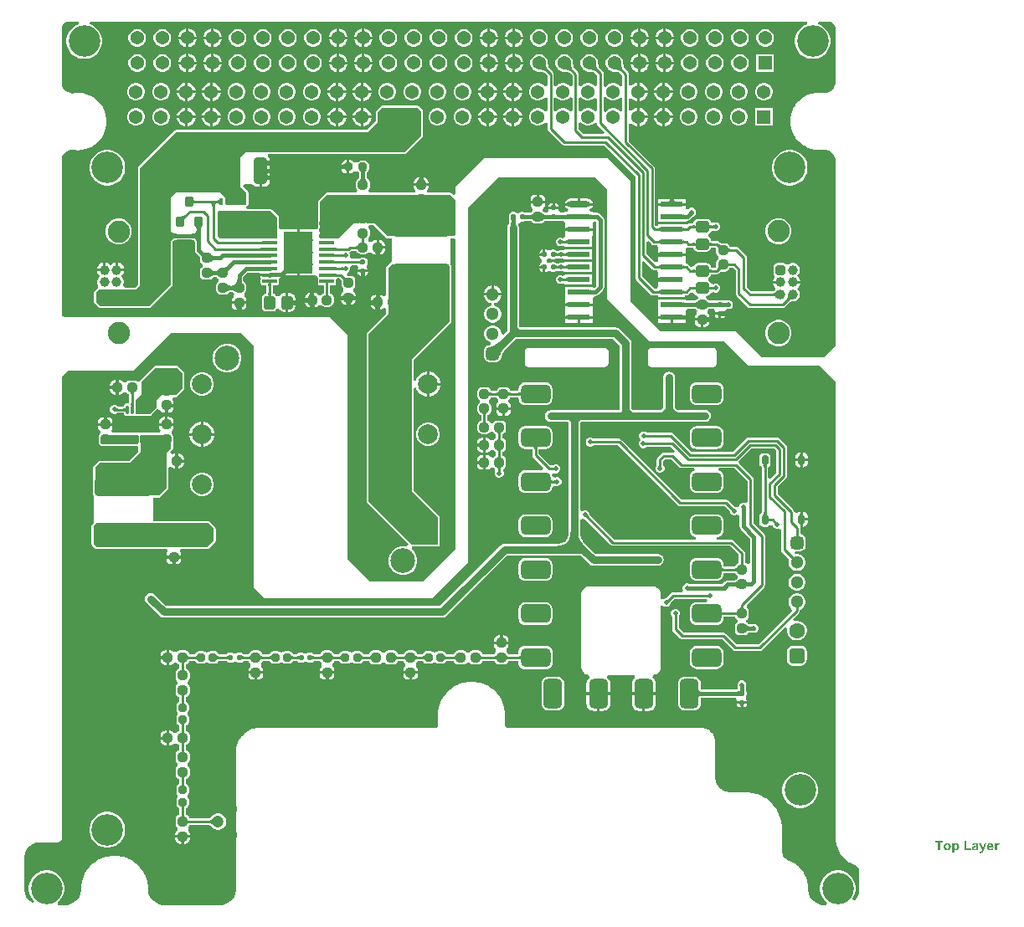
<source format=gtl>
G04*
G04 #@! TF.GenerationSoftware,Altium Limited,Altium Designer,25.5.2 (35)*
G04*
G04 Layer_Physical_Order=1*
G04 Layer_Color=255*
%FSLAX45Y45*%
%MOMM*%
G71*
G04*
G04 #@! TF.SameCoordinates,4A1FDDFA-50DE-4FE3-89EC-5C8A89288C0E*
G04*
G04*
G04 #@! TF.FilePolarity,Positive*
G04*
G01*
G75*
%ADD12C,0.25400*%
G04:AMPARAMS|DCode=17|XSize=0.95mm|YSize=0.95mm|CornerRadius=0.2375mm|HoleSize=0mm|Usage=FLASHONLY|Rotation=180.000|XOffset=0mm|YOffset=0mm|HoleType=Round|Shape=RoundedRectangle|*
%AMROUNDEDRECTD17*
21,1,0.95000,0.47500,0,0,180.0*
21,1,0.47500,0.95000,0,0,180.0*
1,1,0.47500,-0.23750,0.23750*
1,1,0.47500,0.23750,0.23750*
1,1,0.47500,0.23750,-0.23750*
1,1,0.47500,-0.23750,-0.23750*
%
%ADD17ROUNDEDRECTD17*%
G04:AMPARAMS|DCode=18|XSize=0.44mm|YSize=0.54mm|CornerRadius=0.11mm|HoleSize=0mm|Usage=FLASHONLY|Rotation=0.000|XOffset=0mm|YOffset=0mm|HoleType=Round|Shape=RoundedRectangle|*
%AMROUNDEDRECTD18*
21,1,0.44000,0.32000,0,0,0.0*
21,1,0.22000,0.54000,0,0,0.0*
1,1,0.22000,0.11000,-0.16000*
1,1,0.22000,-0.11000,-0.16000*
1,1,0.22000,-0.11000,0.16000*
1,1,0.22000,0.11000,0.16000*
%
%ADD18ROUNDEDRECTD18*%
G04:AMPARAMS|DCode=19|XSize=0.95mm|YSize=0.95mm|CornerRadius=0.2375mm|HoleSize=0mm|Usage=FLASHONLY|Rotation=90.000|XOffset=0mm|YOffset=0mm|HoleType=Round|Shape=RoundedRectangle|*
%AMROUNDEDRECTD19*
21,1,0.95000,0.47500,0,0,90.0*
21,1,0.47500,0.95000,0,0,90.0*
1,1,0.47500,0.23750,0.23750*
1,1,0.47500,0.23750,-0.23750*
1,1,0.47500,-0.23750,-0.23750*
1,1,0.47500,-0.23750,0.23750*
%
%ADD19ROUNDEDRECTD19*%
G04:AMPARAMS|DCode=20|XSize=0.86mm|YSize=0.27mm|CornerRadius=0.0675mm|HoleSize=0mm|Usage=FLASHONLY|Rotation=270.000|XOffset=0mm|YOffset=0mm|HoleType=Round|Shape=RoundedRectangle|*
%AMROUNDEDRECTD20*
21,1,0.86000,0.13500,0,0,270.0*
21,1,0.72500,0.27000,0,0,270.0*
1,1,0.13500,-0.06750,-0.36250*
1,1,0.13500,-0.06750,0.36250*
1,1,0.13500,0.06750,0.36250*
1,1,0.13500,0.06750,-0.36250*
%
%ADD20ROUNDEDRECTD20*%
G04:AMPARAMS|DCode=21|XSize=1.64mm|YSize=2.38mm|CornerRadius=0.082mm|HoleSize=0mm|Usage=FLASHONLY|Rotation=270.000|XOffset=0mm|YOffset=0mm|HoleType=Round|Shape=RoundedRectangle|*
%AMROUNDEDRECTD21*
21,1,1.64000,2.21600,0,0,270.0*
21,1,1.47600,2.38000,0,0,270.0*
1,1,0.16400,-1.10800,-0.73800*
1,1,0.16400,-1.10800,0.73800*
1,1,0.16400,1.10800,0.73800*
1,1,0.16400,1.10800,-0.73800*
%
%ADD21ROUNDEDRECTD21*%
G04:AMPARAMS|DCode=22|XSize=1.8mm|YSize=5.7mm|CornerRadius=0.27mm|HoleSize=0mm|Usage=FLASHONLY|Rotation=90.000|XOffset=0mm|YOffset=0mm|HoleType=Round|Shape=RoundedRectangle|*
%AMROUNDEDRECTD22*
21,1,1.80000,5.16000,0,0,90.0*
21,1,1.26000,5.70000,0,0,90.0*
1,1,0.54000,2.58000,0.63000*
1,1,0.54000,2.58000,-0.63000*
1,1,0.54000,-2.58000,-0.63000*
1,1,0.54000,-2.58000,0.63000*
%
%ADD22ROUNDEDRECTD22*%
G04:AMPARAMS|DCode=23|XSize=0.7mm|YSize=1mm|CornerRadius=0.175mm|HoleSize=0mm|Usage=FLASHONLY|Rotation=0.000|XOffset=0mm|YOffset=0mm|HoleType=Round|Shape=RoundedRectangle|*
%AMROUNDEDRECTD23*
21,1,0.70000,0.65000,0,0,0.0*
21,1,0.35000,1.00000,0,0,0.0*
1,1,0.35000,0.17500,-0.32500*
1,1,0.35000,-0.17500,-0.32500*
1,1,0.35000,-0.17500,0.32500*
1,1,0.35000,0.17500,0.32500*
%
%ADD23ROUNDEDRECTD23*%
G04:AMPARAMS|DCode=24|XSize=1.9mm|YSize=3mm|CornerRadius=0.475mm|HoleSize=0mm|Usage=FLASHONLY|Rotation=0.000|XOffset=0mm|YOffset=0mm|HoleType=Round|Shape=RoundedRectangle|*
%AMROUNDEDRECTD24*
21,1,1.90000,2.05000,0,0,0.0*
21,1,0.95000,3.00000,0,0,0.0*
1,1,0.95000,0.47500,-1.02500*
1,1,0.95000,-0.47500,-1.02500*
1,1,0.95000,-0.47500,1.02500*
1,1,0.95000,0.47500,1.02500*
%
%ADD24ROUNDEDRECTD24*%
G04:AMPARAMS|DCode=25|XSize=0.44mm|YSize=0.54mm|CornerRadius=0.11mm|HoleSize=0mm|Usage=FLASHONLY|Rotation=90.000|XOffset=0mm|YOffset=0mm|HoleType=Round|Shape=RoundedRectangle|*
%AMROUNDEDRECTD25*
21,1,0.44000,0.32000,0,0,90.0*
21,1,0.22000,0.54000,0,0,90.0*
1,1,0.22000,0.16000,0.11000*
1,1,0.22000,0.16000,-0.11000*
1,1,0.22000,-0.16000,-0.11000*
1,1,0.22000,-0.16000,0.11000*
%
%ADD25ROUNDEDRECTD25*%
G04:AMPARAMS|DCode=26|XSize=1.9mm|YSize=3mm|CornerRadius=0.475mm|HoleSize=0mm|Usage=FLASHONLY|Rotation=90.000|XOffset=0mm|YOffset=0mm|HoleType=Round|Shape=RoundedRectangle|*
%AMROUNDEDRECTD26*
21,1,1.90000,2.05000,0,0,90.0*
21,1,0.95000,3.00000,0,0,90.0*
1,1,0.95000,1.02500,0.47500*
1,1,0.95000,1.02500,-0.47500*
1,1,0.95000,-1.02500,-0.47500*
1,1,0.95000,-1.02500,0.47500*
%
%ADD26ROUNDEDRECTD26*%
%ADD27R,2.30000X0.60000*%
G04:AMPARAMS|DCode=28|XSize=1.4mm|YSize=1.15mm|CornerRadius=0.2875mm|HoleSize=0mm|Usage=FLASHONLY|Rotation=180.000|XOffset=0mm|YOffset=0mm|HoleType=Round|Shape=RoundedRectangle|*
%AMROUNDEDRECTD28*
21,1,1.40000,0.57500,0,0,180.0*
21,1,0.82500,1.15000,0,0,180.0*
1,1,0.57500,-0.41250,0.28750*
1,1,0.57500,0.41250,0.28750*
1,1,0.57500,0.41250,-0.28750*
1,1,0.57500,-0.41250,-0.28750*
%
%ADD28ROUNDEDRECTD28*%
G04:AMPARAMS|DCode=29|XSize=0.8mm|YSize=0.8mm|CornerRadius=0.2mm|HoleSize=0mm|Usage=FLASHONLY|Rotation=270.000|XOffset=0mm|YOffset=0mm|HoleType=Round|Shape=RoundedRectangle|*
%AMROUNDEDRECTD29*
21,1,0.80000,0.40000,0,0,270.0*
21,1,0.40000,0.80000,0,0,270.0*
1,1,0.40000,-0.20000,-0.20000*
1,1,0.40000,-0.20000,0.20000*
1,1,0.40000,0.20000,0.20000*
1,1,0.40000,0.20000,-0.20000*
%
%ADD29ROUNDEDRECTD29*%
G04:AMPARAMS|DCode=30|XSize=1.4mm|YSize=1.15mm|CornerRadius=0.2875mm|HoleSize=0mm|Usage=FLASHONLY|Rotation=270.000|XOffset=0mm|YOffset=0mm|HoleType=Round|Shape=RoundedRectangle|*
%AMROUNDEDRECTD30*
21,1,1.40000,0.57500,0,0,270.0*
21,1,0.82500,1.15000,0,0,270.0*
1,1,0.57500,-0.28750,-0.41250*
1,1,0.57500,-0.28750,0.41250*
1,1,0.57500,0.28750,0.41250*
1,1,0.57500,0.28750,-0.41250*
%
%ADD30ROUNDEDRECTD30*%
G04:AMPARAMS|DCode=31|XSize=0.85mm|YSize=1.1mm|CornerRadius=0.2125mm|HoleSize=0mm|Usage=FLASHONLY|Rotation=180.000|XOffset=0mm|YOffset=0mm|HoleType=Round|Shape=RoundedRectangle|*
%AMROUNDEDRECTD31*
21,1,0.85000,0.67500,0,0,180.0*
21,1,0.42500,1.10000,0,0,180.0*
1,1,0.42500,-0.21250,0.33750*
1,1,0.42500,0.21250,0.33750*
1,1,0.42500,0.21250,-0.33750*
1,1,0.42500,-0.21250,-0.33750*
%
%ADD31ROUNDEDRECTD31*%
G04:AMPARAMS|DCode=32|XSize=0.7mm|YSize=0.4mm|CornerRadius=0.1mm|HoleSize=0mm|Usage=FLASHONLY|Rotation=270.000|XOffset=0mm|YOffset=0mm|HoleType=Round|Shape=RoundedRectangle|*
%AMROUNDEDRECTD32*
21,1,0.70000,0.20000,0,0,270.0*
21,1,0.50000,0.40000,0,0,270.0*
1,1,0.20000,-0.10000,-0.25000*
1,1,0.20000,-0.10000,0.25000*
1,1,0.20000,0.10000,0.25000*
1,1,0.20000,0.10000,-0.25000*
%
%ADD32ROUNDEDRECTD32*%
G04:AMPARAMS|DCode=33|XSize=2.51mm|YSize=2.55mm|CornerRadius=0.06275mm|HoleSize=0mm|Usage=FLASHONLY|Rotation=270.000|XOffset=0mm|YOffset=0mm|HoleType=Round|Shape=RoundedRectangle|*
%AMROUNDEDRECTD33*
21,1,2.51000,2.42450,0,0,270.0*
21,1,2.38450,2.55000,0,0,270.0*
1,1,0.12550,-1.21225,-1.19225*
1,1,0.12550,-1.21225,1.19225*
1,1,0.12550,1.21225,1.19225*
1,1,0.12550,1.21225,-1.19225*
%
%ADD33ROUNDEDRECTD33*%
G04:AMPARAMS|DCode=34|XSize=1.44mm|YSize=0.41mm|CornerRadius=0.05125mm|HoleSize=0mm|Usage=FLASHONLY|Rotation=0.000|XOffset=0mm|YOffset=0mm|HoleType=Round|Shape=RoundedRectangle|*
%AMROUNDEDRECTD34*
21,1,1.44000,0.30750,0,0,0.0*
21,1,1.33750,0.41000,0,0,0.0*
1,1,0.10250,0.66875,-0.15375*
1,1,0.10250,-0.66875,-0.15375*
1,1,0.10250,-0.66875,0.15375*
1,1,0.10250,0.66875,0.15375*
%
%ADD34ROUNDEDRECTD34*%
%ADD35R,3.00000X4.20000*%
G04:AMPARAMS|DCode=36|XSize=2.7mm|YSize=1.3mm|CornerRadius=0.325mm|HoleSize=0mm|Usage=FLASHONLY|Rotation=270.000|XOffset=0mm|YOffset=0mm|HoleType=Round|Shape=RoundedRectangle|*
%AMROUNDEDRECTD36*
21,1,2.70000,0.65000,0,0,270.0*
21,1,2.05000,1.30000,0,0,270.0*
1,1,0.65000,-0.32500,-1.02500*
1,1,0.65000,-0.32500,1.02500*
1,1,0.65000,0.32500,1.02500*
1,1,0.65000,0.32500,-1.02500*
%
%ADD36ROUNDEDRECTD36*%
G04:AMPARAMS|DCode=37|XSize=0.8mm|YSize=0.8mm|CornerRadius=0.2mm|HoleSize=0mm|Usage=FLASHONLY|Rotation=0.000|XOffset=0mm|YOffset=0mm|HoleType=Round|Shape=RoundedRectangle|*
%AMROUNDEDRECTD37*
21,1,0.80000,0.40000,0,0,0.0*
21,1,0.40000,0.80000,0,0,0.0*
1,1,0.40000,0.20000,-0.20000*
1,1,0.40000,-0.20000,-0.20000*
1,1,0.40000,-0.20000,0.20000*
1,1,0.40000,0.20000,0.20000*
%
%ADD37ROUNDEDRECTD37*%
%ADD38O,2.30000X0.60000*%
%ADD76C,0.24638*%
%ADD77C,0.76200*%
%ADD78C,0.38100*%
%ADD79C,0.22352*%
%ADD80C,1.30000*%
G04:AMPARAMS|DCode=81|XSize=1.3mm|YSize=1.3mm|CornerRadius=0.325mm|HoleSize=0mm|Usage=FLASHONLY|Rotation=270.000|XOffset=0mm|YOffset=0mm|HoleType=Round|Shape=RoundedRectangle|*
%AMROUNDEDRECTD81*
21,1,1.30000,0.65000,0,0,270.0*
21,1,0.65000,1.30000,0,0,270.0*
1,1,0.65000,-0.32500,-0.32500*
1,1,0.65000,-0.32500,0.32500*
1,1,0.65000,0.32500,0.32500*
1,1,0.65000,0.32500,-0.32500*
%
%ADD81ROUNDEDRECTD81*%
%ADD82C,2.00000*%
%ADD83R,2.00000X2.00000*%
%ADD84C,2.50000*%
%ADD85C,2.25000*%
%ADD86C,1.00000*%
G04:AMPARAMS|DCode=87|XSize=1mm|YSize=1mm|CornerRadius=0.25mm|HoleSize=0mm|Usage=FLASHONLY|Rotation=270.000|XOffset=0mm|YOffset=0mm|HoleType=Round|Shape=RoundedRectangle|*
%AMROUNDEDRECTD87*
21,1,1.00000,0.50000,0,0,270.0*
21,1,0.50000,1.00000,0,0,270.0*
1,1,0.50000,-0.25000,-0.25000*
1,1,0.50000,-0.25000,0.25000*
1,1,0.50000,0.25000,0.25000*
1,1,0.50000,0.25000,-0.25000*
%
%ADD87ROUNDEDRECTD87*%
%ADD88C,1.29500*%
%ADD89C,1.20000*%
G04:AMPARAMS|DCode=90|XSize=1.6mm|YSize=1.6mm|CornerRadius=0.4mm|HoleSize=0mm|Usage=FLASHONLY|Rotation=90.000|XOffset=0mm|YOffset=0mm|HoleType=Round|Shape=RoundedRectangle|*
%AMROUNDEDRECTD90*
21,1,1.60000,0.80000,0,0,90.0*
21,1,0.80000,1.60000,0,0,90.0*
1,1,0.80000,0.40000,0.40000*
1,1,0.80000,0.40000,-0.40000*
1,1,0.80000,-0.40000,-0.40000*
1,1,0.80000,-0.40000,0.40000*
%
%ADD90ROUNDEDRECTD90*%
%ADD91C,1.60000*%
%ADD92C,1.37000*%
%ADD93R,1.37000X1.37000*%
%ADD94C,3.20000*%
%ADD95C,0.50800*%
G36*
X8189776Y8975819D02*
X8200416Y8972538D01*
X8210289Y8967390D01*
X8219069Y8960544D01*
X8226470Y8952224D01*
X8232246Y8942706D01*
X8236209Y8932301D01*
X8238227Y8921351D01*
X8238231Y8915785D01*
X8238643Y8363627D01*
X8238477Y8352277D01*
X8233263Y8329583D01*
X8223406Y8308484D01*
X8209348Y8289923D01*
X8191709Y8274720D01*
X8171276Y8263553D01*
X8148956Y8256918D01*
X8125739Y8255108D01*
X8114201Y8256657D01*
X8113362Y8256605D01*
X8112555Y8256843D01*
X8091227Y8258785D01*
X8088737Y8258521D01*
X8086265Y8258918D01*
X8043501Y8257332D01*
X8040262Y8256563D01*
X8036935Y8256525D01*
X7995059Y8247707D01*
X7991999Y8246399D01*
X7988726Y8245797D01*
X7948954Y8230002D01*
X7946160Y8228194D01*
X7943036Y8227046D01*
X7906520Y8204730D01*
X7904074Y8202474D01*
X7901190Y8200813D01*
X7868991Y8172626D01*
X7866962Y8169987D01*
X7864402Y8167860D01*
X7837452Y8134618D01*
X7835901Y8131673D01*
X7833739Y8129143D01*
X7812820Y8091811D01*
X7811791Y8088646D01*
X7810089Y8085786D01*
X7795808Y8045445D01*
X7795331Y8042152D01*
X7794139Y8039044D01*
X7786909Y7996865D01*
X7786998Y7993537D01*
X7786351Y7990273D01*
X7786383Y7947479D01*
X7787035Y7944216D01*
X7786951Y7940888D01*
X7794244Y7898720D01*
X7795440Y7895614D01*
X7795922Y7892322D01*
X7810264Y7852002D01*
X7811969Y7849144D01*
X7813003Y7845981D01*
X7833977Y7808680D01*
X7836144Y7806152D01*
X7837699Y7803210D01*
X7864699Y7770009D01*
X7867262Y7767886D01*
X7869294Y7765250D01*
X7901536Y7737111D01*
X7904422Y7735454D01*
X7906872Y7733201D01*
X7943420Y7710941D01*
X7946545Y7709798D01*
X7949342Y7707993D01*
X7989138Y7692257D01*
X7992413Y7691660D01*
X7995475Y7690357D01*
X8037363Y7681601D01*
X8040691Y7681568D01*
X8043930Y7680803D01*
X8086697Y7679281D01*
X8089168Y7679682D01*
X8091659Y7679422D01*
X8112984Y7681396D01*
X8113790Y7681635D01*
X8114629Y7681584D01*
X8126166Y7683150D01*
X8149384Y7681375D01*
X8171715Y7674773D01*
X8192164Y7663636D01*
X8209826Y7648460D01*
X8223912Y7629919D01*
X8233799Y7608836D01*
X8239047Y7586148D01*
X8239230Y7574809D01*
X8240630Y5695886D01*
X8125644Y5580900D01*
X7500926D01*
X7234879Y5846947D01*
X6469441D01*
X6170079Y6146309D01*
Y7362717D01*
X5940738Y7592059D01*
X4684866D01*
X4401573Y7308766D01*
Y7231456D01*
X4378810Y7222027D01*
X4361186Y7239652D01*
X4354570Y7244072D01*
X4346767Y7245624D01*
X4120799D01*
X4113890Y7261397D01*
X4111904Y7270262D01*
X4121621Y7284805D01*
X4125435Y7303982D01*
Y7315031D01*
X4051571D01*
X3977710D01*
Y7303982D01*
X3981524Y7284805D01*
X3991241Y7270262D01*
X3989255Y7261397D01*
X3982346Y7245624D01*
X3523565D01*
X3516091Y7270262D01*
X3517740Y7271364D01*
X3527410Y7285836D01*
X3530805Y7302906D01*
Y7350406D01*
X3527410Y7367476D01*
X3517740Y7381948D01*
X3511105Y7386381D01*
X3510892Y7386566D01*
X3509076Y7388482D01*
X3507501Y7390519D01*
X3506130Y7392718D01*
X3504936Y7395137D01*
X3503916Y7397832D01*
X3503078Y7400850D01*
X3502444Y7404233D01*
X3502263Y7405928D01*
Y7439191D01*
X3502383Y7440750D01*
X3502952Y7444878D01*
X3503692Y7448415D01*
X3504555Y7451357D01*
X3505485Y7453714D01*
X3506420Y7455520D01*
X3507310Y7456845D01*
X3508140Y7457797D01*
X3508250Y7457894D01*
X3511287Y7459923D01*
X3520127Y7473154D01*
X3523232Y7488762D01*
Y7528762D01*
X3520127Y7544369D01*
X3511287Y7557600D01*
X3498055Y7566441D01*
X3482448Y7569545D01*
X3442448D01*
X3426841Y7566441D01*
X3413610Y7557600D01*
X3412716Y7556262D01*
X3368675D01*
X3365180Y7561493D01*
X3350162Y7571528D01*
X3332448Y7575051D01*
X3325147D01*
Y7508762D01*
Y7442472D01*
X3332448D01*
X3350162Y7445996D01*
X3365180Y7456030D01*
X3368675Y7461262D01*
X3412716D01*
X3413610Y7459923D01*
X3416646Y7457894D01*
X3416757Y7457797D01*
X3417585Y7456845D01*
X3418477Y7455518D01*
X3419411Y7453715D01*
X3420341Y7451356D01*
X3421204Y7448417D01*
X3421944Y7444878D01*
X3422513Y7440750D01*
X3422633Y7439191D01*
Y7405928D01*
X3422452Y7404233D01*
X3421818Y7400850D01*
X3420980Y7397831D01*
X3419960Y7395136D01*
X3418767Y7392717D01*
X3417396Y7390519D01*
X3415819Y7388481D01*
X3414004Y7386566D01*
X3413791Y7386381D01*
X3407156Y7381948D01*
X3397487Y7367476D01*
X3394091Y7350406D01*
Y7302906D01*
X3397487Y7285836D01*
X3407156Y7271364D01*
X3408805Y7270262D01*
X3401331Y7245624D01*
X3098073D01*
X3090269Y7244072D01*
X3083654Y7239652D01*
X3083653Y7239651D01*
X3012029Y7168027D01*
X3007608Y7161411D01*
X3006056Y7153607D01*
Y6950735D01*
X3005956Y6950232D01*
Y6919482D01*
X3006056Y6918979D01*
Y6887245D01*
X2988706Y6879296D01*
X2984235Y6877757D01*
X2981318Y6877757D01*
X2822648D01*
Y6642357D01*
Y6406957D01*
X2981318D01*
X2984235Y6406957D01*
X2989791Y6405045D01*
X2999518Y6400860D01*
X3007997Y6375171D01*
X3007906Y6375036D01*
X3005956Y6365232D01*
Y6334482D01*
X3007906Y6324679D01*
X3013459Y6316368D01*
X3021770Y6310815D01*
X3031573Y6308865D01*
X3065496D01*
Y6227135D01*
X3065425Y6226370D01*
X3057628Y6224819D01*
X3043156Y6215150D01*
X3040384Y6211000D01*
X3039494Y6210667D01*
X3012486Y6211780D01*
X3007634Y6219043D01*
X2991376Y6229906D01*
X2972198Y6233721D01*
X2963222D01*
X2963256Y6233381D01*
X2964202Y6228120D01*
X2965528Y6223342D01*
X2967232Y6219048D01*
X2969314Y6215237D01*
X2971776Y6211910D01*
X2974616Y6209066D01*
X2977834Y6206706D01*
X2981432Y6204830D01*
X2961147Y6203587D01*
Y6159858D01*
Y6117809D01*
X2986363D01*
X2982778Y6114699D01*
X2979571Y6111316D01*
X2976742Y6107658D01*
X2974289Y6103725D01*
X2972214Y6099517D01*
X2970517Y6095035D01*
X2969196Y6090278D01*
X2968393Y6085995D01*
X2972198D01*
X2991376Y6089809D01*
X3007634Y6100672D01*
X3012486Y6107935D01*
X3039494Y6109049D01*
X3040384Y6108715D01*
X3043156Y6104566D01*
X3057628Y6094896D01*
X3074698Y6091501D01*
X3122198D01*
X3139269Y6094896D01*
X3153740Y6104566D01*
X3163410Y6119037D01*
X3166805Y6136108D01*
Y6183608D01*
X3163410Y6200678D01*
X3153740Y6215150D01*
X3139269Y6224819D01*
X3131471Y6226370D01*
X3131400Y6227135D01*
Y6308865D01*
X3165323D01*
X3175126Y6310815D01*
X3183437Y6316368D01*
X3188990Y6324679D01*
X3190940Y6334482D01*
Y6365232D01*
X3212036Y6381517D01*
X3222153D01*
X3240522Y6363148D01*
X3241547Y6361938D01*
X3243373Y6359495D01*
X3244865Y6357191D01*
X3246052Y6355025D01*
X3246961Y6353007D01*
X3247606Y6351179D01*
Y6311108D01*
X3251002Y6294037D01*
X3260671Y6279566D01*
X3264820Y6276793D01*
X3265154Y6275904D01*
X3264041Y6248896D01*
X3256778Y6244043D01*
X3245915Y6227785D01*
X3242100Y6208608D01*
Y6199631D01*
X3242440Y6199665D01*
X3247701Y6200612D01*
X3252479Y6201937D01*
X3256773Y6203641D01*
X3260584Y6205724D01*
X3263911Y6208185D01*
X3266754Y6211025D01*
X3269114Y6214244D01*
X3270991Y6217841D01*
X3272234Y6197557D01*
X3315963D01*
X3359693D01*
X3360935Y6217841D01*
X3362812Y6214244D01*
X3365172Y6211025D01*
X3368015Y6208185D01*
X3371342Y6205724D01*
X3375153Y6203641D01*
X3379447Y6201937D01*
X3384225Y6200612D01*
X3389487Y6199665D01*
X3389826Y6199631D01*
Y6208608D01*
X3386012Y6227785D01*
X3375148Y6244043D01*
X3367886Y6248896D01*
X3366772Y6275904D01*
X3367106Y6276793D01*
X3371255Y6279566D01*
X3380925Y6294037D01*
X3384320Y6311108D01*
Y6358608D01*
X3380925Y6375678D01*
X3371255Y6390150D01*
X3356783Y6399819D01*
X3339713Y6403215D01*
X3310257D01*
X3300315Y6412822D01*
X3301751Y6426633D01*
X3306931Y6439603D01*
X3311195Y6441369D01*
X3323966Y6454140D01*
X3330878Y6470827D01*
Y6488888D01*
X3348691Y6510267D01*
X3404552D01*
X3409524Y6503564D01*
X3415435Y6487603D01*
X3415264Y6485471D01*
X3415229Y6485275D01*
X3410910Y6478810D01*
X3408423Y6466307D01*
X3461198D01*
X3513973D01*
X3511486Y6478810D01*
X3503441Y6490851D01*
X3500974Y6492499D01*
Y6512392D01*
X3506399Y6520512D01*
X3508805Y6532607D01*
Y6554607D01*
X3506399Y6566703D01*
X3499548Y6576957D01*
X3489294Y6583809D01*
X3477198Y6586215D01*
X3445198D01*
X3438083Y6584799D01*
X3437758Y6584811D01*
X3437323Y6584648D01*
X3433103Y6583809D01*
X3430607Y6582141D01*
X3430304Y6582028D01*
X3428335Y6580811D01*
X3426869Y6580040D01*
X3425270Y6579334D01*
X3423519Y6578694D01*
X3421602Y6578126D01*
X3419514Y6577641D01*
X3417487Y6577290D01*
X3413827Y6576948D01*
X3347655D01*
X3330878Y6600827D01*
Y6618888D01*
X3330484Y6619838D01*
X3326882Y6639023D01*
X3339927Y6654457D01*
X3344488Y6659017D01*
X3394613D01*
X3395686Y6658918D01*
X3396030Y6658859D01*
X3397487Y6651537D01*
X3407156Y6637065D01*
X3421628Y6627396D01*
X3438698Y6624000D01*
X3486198D01*
X3503269Y6627396D01*
X3517740Y6637065D01*
X3520513Y6641215D01*
X3521402Y6641549D01*
X3548410Y6640435D01*
X3553263Y6633172D01*
X3569521Y6622309D01*
X3588698Y6618495D01*
X3592503D01*
X3591700Y6622778D01*
X3590380Y6627535D01*
X3588682Y6632017D01*
X3586607Y6636224D01*
X3584155Y6640157D01*
X3581325Y6643816D01*
X3578118Y6647199D01*
X3574534Y6650309D01*
X3599748D01*
Y6692357D01*
Y6766220D01*
X3588698D01*
X3569521Y6762406D01*
X3553263Y6751543D01*
X3526539Y6751006D01*
X3520260Y6756968D01*
X3517740Y6782066D01*
X3527410Y6796537D01*
X3530805Y6813607D01*
Y6861107D01*
X3527410Y6878178D01*
X3517740Y6892649D01*
X3514481Y6894827D01*
X3521954Y6919465D01*
X3564904D01*
X3693932Y6790438D01*
X3700547Y6786018D01*
X3708351Y6784465D01*
X3751583D01*
Y6545250D01*
X3751582Y6545250D01*
X3743779Y6543697D01*
X3737163Y6539277D01*
X3737162Y6539276D01*
X3702847Y6504960D01*
X3702846Y6504960D01*
X3698426Y6498344D01*
X3696874Y6490540D01*
Y6208008D01*
X3681101Y6201099D01*
X3672236Y6199113D01*
X3657693Y6208830D01*
X3638516Y6212644D01*
X3634711D01*
X3635513Y6208361D01*
X3636834Y6203604D01*
X3638532Y6199122D01*
X3640607Y6194914D01*
X3643059Y6190982D01*
X3645889Y6187323D01*
X3649096Y6183940D01*
X3652680Y6180830D01*
X3627464D01*
Y6138781D01*
Y6095052D01*
X3647749Y6093809D01*
X3644152Y6091933D01*
X3640933Y6089573D01*
X3638093Y6086730D01*
X3635632Y6083402D01*
X3633549Y6079592D01*
X3631845Y6075297D01*
X3630520Y6070519D01*
X3629573Y6065258D01*
X3629540Y6064919D01*
X3638516D01*
X3657693Y6068733D01*
X3672236Y6078450D01*
X3681101Y6076464D01*
X3696874Y6069555D01*
Y6024054D01*
X3507061Y5834242D01*
X3502641Y5827627D01*
X3501089Y5819823D01*
X3501089Y4120506D01*
X3502641Y4112702D01*
X3507061Y4106087D01*
X3507062Y4106086D01*
X3925186Y3687962D01*
X3924436Y3683019D01*
X3896772Y3664924D01*
X3886039Y3667800D01*
X3847860D01*
X3810981Y3657919D01*
X3777917Y3638829D01*
X3750920Y3611832D01*
X3731831Y3578768D01*
X3721949Y3541890D01*
Y3503711D01*
X3731831Y3466832D01*
X3750920Y3433768D01*
X3777917Y3406771D01*
X3810981Y3387682D01*
X3847860Y3377800D01*
X3886039D01*
X3922917Y3387682D01*
X3955981Y3406771D01*
X3982978Y3433768D01*
X4002068Y3466832D01*
X4011949Y3503711D01*
Y3541890D01*
X4002068Y3578768D01*
X3982978Y3611832D01*
X3955981Y3638829D01*
X3957664Y3663478D01*
X3959221Y3665408D01*
X4205668D01*
X4220949Y3665408D01*
X4224978Y3665580D01*
X4230144Y3665800D01*
Y3665800D01*
X4240950D01*
X4241342Y3685800D01*
X4241341Y3690276D01*
X4241341Y3961500D01*
X4239789Y3969304D01*
X4235368Y3975920D01*
X4235368Y3975920D01*
X3975730Y4235559D01*
Y5272065D01*
X4000368Y5275308D01*
X4004095Y5261398D01*
X4020604Y5232803D01*
X4043952Y5209455D01*
X4072547Y5192946D01*
X4104440Y5184400D01*
X4108247D01*
Y5309802D01*
Y5435200D01*
X4104440D01*
X4072547Y5426654D01*
X4043952Y5410145D01*
X4020604Y5386797D01*
X4004095Y5358203D01*
X4000368Y5344292D01*
X3975730Y5347536D01*
Y5557049D01*
X4350992Y5932310D01*
X4355412Y5938926D01*
X4356964Y5946730D01*
Y6369199D01*
X4357493Y6371857D01*
Y6497857D01*
X4353845Y6516196D01*
X4351573Y6524858D01*
X4351573D01*
X4351572Y6524858D01*
Y6784465D01*
X4377950D01*
X4377951Y6784465D01*
X4397540Y6771815D01*
X4401573Y6766955D01*
Y3640919D01*
X4075615Y3314960D01*
X3529333D01*
X3304400Y3539893D01*
Y5809221D01*
X3123417Y5990204D01*
X447367D01*
X432394Y5993182D01*
X418290Y5999024D01*
X416345Y6000324D01*
Y7569906D01*
X416345Y7581656D01*
X421315Y7604624D01*
X431031Y7626021D01*
X445053Y7644878D01*
X462746Y7660343D01*
X483309Y7671715D01*
X505814Y7678481D01*
X529240Y7680334D01*
X540884Y7678763D01*
X541723Y7678815D01*
X542529Y7678576D01*
X563856Y7676618D01*
X566346Y7676880D01*
X568818Y7676481D01*
X611583Y7678035D01*
X614822Y7678802D01*
X618150Y7678837D01*
X660032Y7687624D01*
X663094Y7688930D01*
X666367Y7689529D01*
X706151Y7705295D01*
X708946Y7707101D01*
X712071Y7708247D01*
X748603Y7730535D01*
X751052Y7732789D01*
X753936Y7734449D01*
X786157Y7762612D01*
X788187Y7765249D01*
X790748Y7767374D01*
X817724Y7800596D01*
X819277Y7803539D01*
X821441Y7806068D01*
X842388Y7843385D01*
X843419Y7846548D01*
X845123Y7849407D01*
X859434Y7889737D01*
X859914Y7893031D01*
X861108Y7896138D01*
X868369Y7938311D01*
X868283Y7941638D01*
X868932Y7944902D01*
Y7987697D01*
X868283Y7990961D01*
X868369Y7994288D01*
X861108Y8036461D01*
X859914Y8039568D01*
X859434Y8042861D01*
X845123Y8083191D01*
X843419Y8086051D01*
X842388Y8089214D01*
X821441Y8126531D01*
X819277Y8129060D01*
X817724Y8132004D01*
X790749Y8165226D01*
X788187Y8167351D01*
X786157Y8169987D01*
X753937Y8198150D01*
X751051Y8199810D01*
X748603Y8202064D01*
X712071Y8224352D01*
X708946Y8225498D01*
X706151Y8227304D01*
X666367Y8243070D01*
X663093Y8243669D01*
X660032Y8244975D01*
X618150Y8253763D01*
X614822Y8253797D01*
X611584Y8254565D01*
X568818Y8256118D01*
X566347Y8255720D01*
X563857Y8255981D01*
X542530Y8254024D01*
X541724Y8253785D01*
X540885Y8253837D01*
X529240Y8252266D01*
X505814Y8254119D01*
X483310Y8260885D01*
X462747Y8272257D01*
X445053Y8287723D01*
X431031Y8306581D01*
X421316Y8327976D01*
X416345Y8350944D01*
Y8362694D01*
X416345Y8921072D01*
X418695Y8932887D01*
X423305Y8944017D01*
X429998Y8954033D01*
X438516Y8962551D01*
X448532Y8969243D01*
X459662Y8973854D01*
X471476Y8976204D01*
X586077D01*
X591997Y8952783D01*
X559239Y8939214D01*
X529758Y8919516D01*
X504686Y8894444D01*
X484987Y8864962D01*
X471418Y8832205D01*
X464501Y8797429D01*
Y8761972D01*
X471418Y8727196D01*
X484987Y8694439D01*
X504686Y8664957D01*
X529758Y8639885D01*
X559239Y8620187D01*
X591997Y8606618D01*
X626772Y8599701D01*
X662229D01*
X697005Y8606618D01*
X729763Y8620187D01*
X759244Y8639885D01*
X784316Y8664957D01*
X804015Y8694439D01*
X817584Y8727196D01*
X824501Y8761972D01*
Y8797429D01*
X817584Y8832205D01*
X804015Y8864962D01*
X784316Y8894444D01*
X759244Y8919516D01*
X729763Y8939214D01*
X697005Y8952783D01*
X702925Y8976204D01*
X7952077D01*
X7957997Y8952783D01*
X7925239Y8939214D01*
X7895758Y8919516D01*
X7870686Y8894444D01*
X7850987Y8864962D01*
X7837418Y8832205D01*
X7830501Y8797429D01*
Y8761972D01*
X7837418Y8727196D01*
X7850987Y8694439D01*
X7870686Y8664957D01*
X7895758Y8639885D01*
X7925239Y8620187D01*
X7957997Y8606618D01*
X7992773Y8599701D01*
X8028230D01*
X8063005Y8606618D01*
X8095763Y8620187D01*
X8125244Y8639885D01*
X8150316Y8664957D01*
X8170015Y8694439D01*
X8183584Y8727196D01*
X8190501Y8761972D01*
Y8797429D01*
X8183584Y8832205D01*
X8170015Y8864962D01*
X8150316Y8894444D01*
X8125244Y8919516D01*
X8095763Y8939214D01*
X8063005Y8952783D01*
X8068925Y8976204D01*
X8186517D01*
X8189776Y8975819D01*
D02*
G37*
G36*
X3493646Y7472205D02*
X3491096Y7469276D01*
X3488847Y7465929D01*
X3486897Y7462165D01*
X3485248Y7457982D01*
X3483898Y7453381D01*
X3482848Y7448362D01*
X3482098Y7442925D01*
X3481648Y7437070D01*
X3481498Y7430797D01*
X3443398D01*
X3443248Y7437070D01*
X3442798Y7442925D01*
X3442048Y7448362D01*
X3440999Y7453381D01*
X3439649Y7457982D01*
X3437999Y7462165D01*
X3436050Y7465929D01*
X3433800Y7469276D01*
X3431251Y7472205D01*
X3428402Y7474715D01*
X3496495D01*
X3493646Y7472205D01*
D02*
G37*
G36*
X3481687Y7406573D02*
X3482253Y7401267D01*
X3483196Y7396235D01*
X3484517Y7391478D01*
X3486214Y7386996D01*
X3488289Y7382789D01*
X3490742Y7378856D01*
X3493571Y7375198D01*
X3496778Y7371814D01*
X3500363Y7368705D01*
X3424534D01*
X3428118Y7371814D01*
X3431325Y7375198D01*
X3434155Y7378856D01*
X3436607Y7382789D01*
X3438682Y7386996D01*
X3440380Y7391478D01*
X3441701Y7396235D01*
X3442644Y7401267D01*
X3443210Y7406573D01*
X3443398Y7412153D01*
X3481498D01*
X3481687Y7406573D01*
D02*
G37*
G36*
X4401573Y7170426D02*
Y6828479D01*
X4377952Y6804857D01*
X3708351D01*
X3573351Y6939857D01*
X3502224D01*
Y6940357D01*
X3422672D01*
Y6939857D01*
X3366606D01*
X3211106Y6784357D01*
X3030554D01*
X3028670Y6785137D01*
X3027228Y6786579D01*
X3026448Y6788463D01*
Y6789482D01*
Y7153607D01*
X3098073Y7225232D01*
X3422672D01*
Y7224156D01*
X3502224D01*
Y7225232D01*
X4346767D01*
X4401573Y7170426D01*
D02*
G37*
G36*
X3485403Y6789865D02*
X3483251Y6788811D01*
X3481352Y6787318D01*
X3479706Y6785385D01*
X3478313Y6783013D01*
X3477174Y6780201D01*
X3476288Y6776950D01*
X3475655Y6773259D01*
X3475275Y6769129D01*
X3475156Y6764857D01*
X3475275Y6760585D01*
X3475655Y6756456D01*
X3476288Y6752765D01*
X3477174Y6749514D01*
X3478313Y6746702D01*
X3479706Y6744330D01*
X3481352Y6742397D01*
X3483251Y6740904D01*
X3485403Y6739850D01*
X3487808Y6739235D01*
X3437088D01*
X3439494Y6739850D01*
X3441646Y6740904D01*
X3443545Y6742397D01*
X3445190Y6744330D01*
X3446583Y6746702D01*
X3447723Y6749514D01*
X3448609Y6752765D01*
X3449242Y6756456D01*
X3449622Y6760585D01*
X3449740Y6764857D01*
X3449622Y6769129D01*
X3449242Y6773259D01*
X3448609Y6776950D01*
X3447723Y6780201D01*
X3446583Y6783013D01*
X3445190Y6785385D01*
X3443545Y6787318D01*
X3441646Y6788811D01*
X3439494Y6789865D01*
X3437088Y6790479D01*
X3487808D01*
X3485403Y6789865D01*
D02*
G37*
G36*
X3415570Y6666997D02*
X3414956Y6669403D01*
X3413902Y6671555D01*
X3412408Y6673454D01*
X3410476Y6675100D01*
X3408103Y6676492D01*
X3405292Y6677632D01*
X3402041Y6678518D01*
X3398350Y6679151D01*
X3394220Y6679531D01*
X3389651Y6679657D01*
Y6705057D01*
X3394220Y6705184D01*
X3398350Y6705564D01*
X3402041Y6706197D01*
X3405292Y6707083D01*
X3408103Y6708223D01*
X3410476Y6709615D01*
X3412408Y6711261D01*
X3413902Y6713160D01*
X3414956Y6715312D01*
X3415570Y6717718D01*
Y6666997D01*
D02*
G37*
G36*
X3169806Y6692539D02*
X3171187Y6691493D01*
X3172940Y6690571D01*
X3175065Y6689771D01*
X3177563Y6689095D01*
X3180433Y6688541D01*
X3183676Y6688111D01*
X3191278Y6687619D01*
X3195638Y6687557D01*
Y6662157D01*
X3191278Y6662096D01*
X3180433Y6661173D01*
X3177563Y6660620D01*
X3175065Y6659943D01*
X3172940Y6659144D01*
X3171187Y6658221D01*
X3169806Y6657176D01*
X3168798Y6656007D01*
Y6693707D01*
X3169806Y6692539D01*
D02*
G37*
G36*
X3267339Y6592077D02*
X3266251Y6593042D01*
X3264981Y6593906D01*
X3263528Y6594668D01*
X3261893Y6595328D01*
X3260075Y6595887D01*
X3258073Y6596344D01*
X3255889Y6596700D01*
X3253523Y6596954D01*
X3248241Y6597157D01*
Y6622557D01*
X3250973Y6622608D01*
X3255889Y6623014D01*
X3258073Y6623370D01*
X3260075Y6623827D01*
X3261893Y6624386D01*
X3263528Y6625046D01*
X3264981Y6625808D01*
X3266251Y6626672D01*
X3267339Y6627637D01*
Y6592077D01*
D02*
G37*
G36*
X3169806Y6627539D02*
X3171187Y6626493D01*
X3172940Y6625571D01*
X3175065Y6624771D01*
X3177563Y6624095D01*
X3180433Y6623541D01*
X3183676Y6623111D01*
X3191278Y6622619D01*
X3195638Y6622557D01*
Y6597157D01*
X3191278Y6597096D01*
X3180433Y6596173D01*
X3177563Y6595620D01*
X3175065Y6594943D01*
X3172940Y6594144D01*
X3171187Y6593221D01*
X3169806Y6592176D01*
X3168798Y6591007D01*
Y6628707D01*
X3169806Y6627539D01*
D02*
G37*
G36*
X3169957Y6562302D02*
X3171454Y6561044D01*
X3173291Y6559934D01*
X3175466Y6558971D01*
X3177980Y6558158D01*
X3180834Y6557491D01*
X3184026Y6556973D01*
X3187558Y6556603D01*
X3195638Y6556307D01*
Y6530907D01*
X3191842Y6530848D01*
X3184886Y6530370D01*
X3181726Y6529953D01*
X3176039Y6528760D01*
X3173513Y6527984D01*
X3171198Y6527090D01*
X3169096Y6526075D01*
X3167204Y6524942D01*
X3168798Y6563707D01*
X3169957Y6562302D01*
D02*
G37*
G36*
X3441025Y6522533D02*
X3438451Y6524124D01*
X3435742Y6525548D01*
X3432899Y6526804D01*
X3429921Y6527892D01*
X3426809Y6528814D01*
X3423563Y6529568D01*
X3420182Y6530154D01*
X3416666Y6530572D01*
X3409231Y6530907D01*
Y6556307D01*
X3413016Y6556391D01*
X3420182Y6557061D01*
X3423563Y6557647D01*
X3426809Y6558401D01*
X3429921Y6559322D01*
X3432899Y6560411D01*
X3435742Y6561667D01*
X3438451Y6563091D01*
X3441025Y6564682D01*
Y6522533D01*
D02*
G37*
G36*
X3267339Y6462077D02*
X3266251Y6463042D01*
X3264981Y6463906D01*
X3263528Y6464668D01*
X3261893Y6465328D01*
X3260075Y6465887D01*
X3258073Y6466344D01*
X3255889Y6466700D01*
X3253523Y6466954D01*
X3248241Y6467157D01*
Y6492557D01*
X3250973Y6492608D01*
X3255889Y6493014D01*
X3258073Y6493370D01*
X3260075Y6493827D01*
X3261893Y6494386D01*
X3263528Y6495046D01*
X3264981Y6495808D01*
X3266251Y6496672D01*
X3267339Y6497637D01*
Y6462077D01*
D02*
G37*
G36*
X3169806Y6497539D02*
X3171187Y6496493D01*
X3172940Y6495571D01*
X3175065Y6494771D01*
X3177563Y6494095D01*
X3180433Y6493541D01*
X3183676Y6493111D01*
X3191278Y6492619D01*
X3195638Y6492557D01*
Y6467157D01*
X3191278Y6467096D01*
X3180433Y6466173D01*
X3177563Y6465620D01*
X3175065Y6464943D01*
X3172940Y6464144D01*
X3171187Y6463221D01*
X3169806Y6462176D01*
X3168798Y6461007D01*
Y6498707D01*
X3169806Y6497539D01*
D02*
G37*
G36*
Y6432539D02*
X3171187Y6431493D01*
X3172940Y6430571D01*
X3175065Y6429771D01*
X3177563Y6429095D01*
X3180433Y6428541D01*
X3183676Y6428111D01*
X3191278Y6427619D01*
X3195638Y6427557D01*
Y6402157D01*
X3191278Y6402096D01*
X3180433Y6401173D01*
X3177563Y6400620D01*
X3175065Y6399943D01*
X3172940Y6399144D01*
X3171187Y6398221D01*
X3169806Y6397176D01*
X3168798Y6396007D01*
Y6433707D01*
X3169806Y6432539D01*
D02*
G37*
G36*
X3272694Y6396264D02*
X3276173Y6393314D01*
X3279666Y6390704D01*
X3283172Y6388434D01*
X3286692Y6386504D01*
X3290224Y6384913D01*
X3293770Y6383663D01*
X3297329Y6382752D01*
X3300901Y6382181D01*
X3304487Y6381950D01*
X3268871Y6346334D01*
X3268640Y6349919D01*
X3268069Y6353492D01*
X3267158Y6357051D01*
X3265908Y6360596D01*
X3264317Y6364129D01*
X3262387Y6367648D01*
X3260117Y6371154D01*
X3257507Y6374647D01*
X3254557Y6378127D01*
X3251267Y6381594D01*
X3269227Y6399554D01*
X3272694Y6396264D01*
D02*
G37*
G36*
X3120746Y6329568D02*
X3118651Y6328777D01*
X3116804Y6327500D01*
X3115202Y6325735D01*
X3113847Y6323484D01*
X3112738Y6320747D01*
X3111876Y6317523D01*
X3111260Y6313812D01*
X3110890Y6309614D01*
X3110767Y6304930D01*
X3086129D01*
X3086006Y6309614D01*
X3085636Y6313812D01*
X3085020Y6317523D01*
X3084158Y6320747D01*
X3083049Y6323484D01*
X3081694Y6325735D01*
X3080093Y6327500D01*
X3078245Y6328777D01*
X3076151Y6329568D01*
X3073810Y6329873D01*
X3123086D01*
X3120746Y6329568D01*
D02*
G37*
G36*
X3110890Y6227479D02*
X3111258Y6223488D01*
X3111872Y6219922D01*
X3112732Y6216780D01*
X3113837Y6214062D01*
X3115188Y6211769D01*
X3116784Y6209899D01*
X3118626Y6208454D01*
X3120713Y6207433D01*
X3123046Y6206836D01*
X3073850D01*
X3076183Y6207433D01*
X3078270Y6208454D01*
X3080112Y6209899D01*
X3081709Y6211769D01*
X3083059Y6214062D01*
X3084165Y6216780D01*
X3085024Y6219922D01*
X3085638Y6223488D01*
X3086007Y6227479D01*
X3086129Y6231893D01*
X3110767D01*
X3110890Y6227479D01*
D02*
G37*
G36*
X4314945Y6524857D02*
X4324868Y6520746D01*
X4326542Y6519073D01*
X4336571Y6497857D01*
Y6497857D01*
X4336572Y6474740D01*
Y5946730D01*
X3955338Y5565496D01*
Y4227112D01*
X4220949Y3961500D01*
X4220949Y3685800D01*
X3956186D01*
X3521480Y4120506D01*
X3521481Y5819823D01*
X3717266Y6015608D01*
Y6099006D01*
Y6178557D01*
Y6490540D01*
X3751582Y6524857D01*
X4314945Y6524857D01*
D02*
G37*
G36*
X5932310Y7278861D02*
Y6169795D01*
X6357585Y5744520D01*
X7114747D01*
X7360023Y5499245D01*
X8078812D01*
X8240897Y5337160D01*
X8244340Y714016D01*
X8244491Y713262D01*
X8244371Y712503D01*
X8245144Y693042D01*
X8245680Y690815D01*
X8245589Y688526D01*
X8251659Y650080D01*
X8252712Y647222D01*
X8253064Y644198D01*
X8265028Y607160D01*
X8266512Y604500D01*
X8267330Y601567D01*
X8284897Y566835D01*
X8286775Y564438D01*
X8288039Y561667D01*
X8310785Y530083D01*
X8313013Y528006D01*
X8314691Y525465D01*
X8342063Y497794D01*
X8344586Y496089D01*
X8346638Y493839D01*
X8377974Y470752D01*
X8380732Y469458D01*
X8383108Y467555D01*
X8417648Y449612D01*
X8419847Y448973D01*
X8421790Y447759D01*
X8440002Y440857D01*
X8440759Y440730D01*
X8441426Y440348D01*
X8450544Y437294D01*
X8466023Y425885D01*
X8477254Y410277D01*
X8483155Y391976D01*
X8483154Y382361D01*
X8483155Y184127D01*
X8476962Y152994D01*
X8464813Y123664D01*
X8447177Y97269D01*
X8433508Y83600D01*
X8427575Y83270D01*
X8413924Y107187D01*
X8423714Y121838D01*
X8437283Y154596D01*
X8444200Y189372D01*
Y224829D01*
X8437283Y259604D01*
X8423714Y292362D01*
X8404015Y321843D01*
X8378943Y346915D01*
X8349462Y366614D01*
X8316704Y380183D01*
X8281928Y387100D01*
X8246471D01*
X8211696Y380183D01*
X8178938Y366614D01*
X8149457Y346915D01*
X8124385Y321843D01*
X8104686Y292362D01*
X8091117Y259604D01*
X8084200Y224829D01*
Y189372D01*
X8091117Y154596D01*
X8104686Y121838D01*
X8124385Y92357D01*
X8149457Y67285D01*
X8155147Y63483D01*
X8147673Y38845D01*
X8108627D01*
X8077493Y45038D01*
X8048164Y57187D01*
X8021770Y74823D01*
X7999323Y97269D01*
X7981686Y123664D01*
X7969538Y152994D01*
X7963345Y184127D01*
Y200000D01*
X7963345Y213225D01*
X7963197Y213968D01*
X7963316Y214715D01*
X7962577Y233960D01*
X7962053Y236152D01*
X7962150Y238404D01*
X7956270Y276443D01*
X7955243Y279259D01*
X7954913Y282237D01*
X7943292Y318932D01*
X7941847Y321557D01*
X7941066Y324451D01*
X7923978Y358940D01*
X7922149Y361314D01*
X7920935Y364054D01*
X7898779Y395530D01*
X7896610Y397596D01*
X7894991Y400119D01*
X7868288Y427841D01*
X7865828Y429552D01*
X7863844Y431798D01*
X7833220Y455116D01*
X7830527Y456432D01*
X7828223Y458348D01*
X7794397Y476716D01*
X7792246Y477384D01*
X7790359Y478617D01*
X7772490Y485805D01*
X7771747Y485945D01*
X7771098Y486335D01*
X7763060Y489216D01*
X7748052Y497365D01*
X7734467Y507710D01*
X7722619Y520010D01*
X7712789Y533975D01*
X7705208Y549277D01*
X7700053Y565556D01*
X7697445Y582434D01*
Y814500D01*
X7697318Y815134D01*
X7697424Y815772D01*
X7696728Y837028D01*
X7696290Y838904D01*
X7696416Y840826D01*
X7690867Y882975D01*
X7690044Y885401D01*
X7689876Y887958D01*
X7678873Y929022D01*
X7677739Y931320D01*
X7677239Y933833D01*
X7660971Y973109D01*
X7659547Y975240D01*
X7658724Y977667D01*
X7637468Y1014483D01*
X7635778Y1016410D01*
X7634644Y1018708D01*
X7608765Y1052435D01*
X7606838Y1054124D01*
X7605415Y1056255D01*
X7575354Y1086315D01*
X7573224Y1087739D01*
X7571534Y1089666D01*
X7537807Y1115545D01*
X7535508Y1116679D01*
X7533582Y1118368D01*
X7496766Y1139624D01*
X7494339Y1140448D01*
X7492208Y1141872D01*
X7452932Y1158140D01*
X7450419Y1158640D01*
X7448121Y1159774D01*
X7407058Y1170777D01*
X7404501Y1170944D01*
X7402074Y1171768D01*
X7359926Y1177317D01*
X7358003Y1177191D01*
X7356127Y1177628D01*
X7334871Y1178324D01*
X7334233Y1178219D01*
X7333599Y1178345D01*
X7183600D01*
X7167726Y1178345D01*
X7136592Y1184538D01*
X7107264Y1196686D01*
X7080869Y1214322D01*
X7058423Y1236769D01*
X7040786Y1263164D01*
X7028637Y1292493D01*
X7022444Y1323626D01*
Y1339499D01*
Y1691238D01*
X7022256Y1692187D01*
X7022398Y1693145D01*
X7021916Y1702947D01*
X7021216Y1705740D01*
Y1708618D01*
X7017392Y1727845D01*
X7015928Y1731379D01*
X7015181Y1735132D01*
X7007680Y1753243D01*
X7005554Y1756424D01*
X7004090Y1759959D01*
X6993199Y1776259D01*
X6990493Y1778964D01*
X6988368Y1782145D01*
X6974506Y1796006D01*
X6971325Y1798132D01*
X6968620Y1800837D01*
X6952320Y1811728D01*
X6948786Y1813192D01*
X6945604Y1815318D01*
X6927493Y1822820D01*
X6923740Y1823566D01*
X6920206Y1825030D01*
X6900980Y1828855D01*
X6898101D01*
X6895307Y1829555D01*
X6885506Y1830036D01*
X6884548Y1829894D01*
X6883599Y1830083D01*
X4920937Y1830083D01*
X4918970Y1831131D01*
X4901048Y1849053D01*
X4900000Y1851020D01*
X4900000Y1961238D01*
X4899849Y1961998D01*
X4899970Y1962763D01*
X4899046Y1986301D01*
X4898507Y1988546D01*
X4898597Y1990853D01*
X4891233Y2037348D01*
X4890171Y2040228D01*
X4889810Y2043276D01*
X4875263Y2088047D01*
X4873763Y2090724D01*
X4872930Y2093679D01*
X4851558Y2135623D01*
X4849658Y2138034D01*
X4848373Y2140820D01*
X4820703Y2178905D01*
X4818449Y2180989D01*
X4816744Y2183540D01*
X4783457Y2216827D01*
X4780905Y2218533D01*
X4778822Y2220786D01*
X4740737Y2248457D01*
X4737950Y2249742D01*
X4735539Y2251642D01*
X4693595Y2273013D01*
X4690641Y2273846D01*
X4687964Y2275346D01*
X4643193Y2289893D01*
X4640145Y2290254D01*
X4637265Y2291316D01*
X4590770Y2298680D01*
X4587703Y2298560D01*
X4584693Y2299159D01*
X4537617D01*
X4534607Y2298560D01*
X4531540Y2298680D01*
X4485044Y2291316D01*
X4482165Y2290254D01*
X4479117Y2289893D01*
X4434346Y2275346D01*
X4431669Y2273846D01*
X4428714Y2273013D01*
X4386770Y2251642D01*
X4384359Y2249741D01*
X4381573Y2248457D01*
X4343488Y2220786D01*
X4341404Y2218533D01*
X4338852Y2216827D01*
X4305565Y2183540D01*
X4303860Y2180989D01*
X4301607Y2178905D01*
X4273936Y2140820D01*
X4272651Y2138033D01*
X4270751Y2135623D01*
X4249380Y2093679D01*
X4248546Y2090724D01*
X4247047Y2088047D01*
X4232500Y2043276D01*
X4232139Y2040228D01*
X4231077Y2037348D01*
X4223712Y1990853D01*
X4223803Y1988545D01*
X4223264Y1986300D01*
X4222340Y1962763D01*
X4222461Y1961998D01*
X4222310Y1961238D01*
Y1850101D01*
X4202293Y1830083D01*
X2417500Y1830083D01*
X2416551Y1829895D01*
X2415593Y1830037D01*
X2395990Y1829073D01*
X2393196Y1828374D01*
X2390318D01*
X2351864Y1820725D01*
X2348330Y1819261D01*
X2344577Y1818514D01*
X2308355Y1803510D01*
X2305174Y1801385D01*
X2301639Y1799921D01*
X2269040Y1778138D01*
X2266334Y1775433D01*
X2263153Y1773307D01*
X2235430Y1745584D01*
X2233305Y1742403D01*
X2230599Y1739698D01*
X2208817Y1707099D01*
X2207352Y1703564D01*
X2205227Y1700382D01*
X2190223Y1664160D01*
X2189477Y1660408D01*
X2188013Y1656873D01*
X2180364Y1618420D01*
Y1615540D01*
X2179664Y1612747D01*
X2178701Y1593144D01*
X2178843Y1592187D01*
X2178655Y1591238D01*
Y200001D01*
X2178654Y184128D01*
X2172461Y152993D01*
X2160313Y123665D01*
X2142677Y97271D01*
X2120229Y74822D01*
X2093835Y57187D01*
X2064506Y45038D01*
X2033373Y38845D01*
X1450000D01*
X1434127Y38845D01*
X1402993Y45038D01*
X1373664Y57187D01*
X1347270Y74822D01*
X1324822Y97270D01*
X1307186Y123665D01*
X1295038Y152993D01*
X1288845Y184128D01*
X1288845Y200000D01*
X1288694Y200760D01*
X1288815Y201526D01*
X1287890Y225063D01*
X1287351Y227308D01*
X1287442Y229615D01*
X1280078Y276111D01*
X1279015Y278991D01*
X1278655Y282038D01*
X1264107Y326810D01*
X1262608Y329487D01*
X1261775Y332441D01*
X1240403Y374385D01*
X1238503Y376795D01*
X1237218Y379583D01*
X1209548Y417667D01*
X1207295Y419750D01*
X1205589Y422303D01*
X1172302Y455590D01*
X1169750Y457295D01*
X1167667Y459549D01*
X1129582Y487219D01*
X1126795Y488504D01*
X1124384Y490404D01*
X1082440Y511775D01*
X1079486Y512609D01*
X1076809Y514108D01*
X1032038Y528655D01*
X1028990Y529016D01*
X1026110Y530078D01*
X979614Y537443D01*
X976548Y537322D01*
X973538Y537921D01*
X926462D01*
X923452Y537322D01*
X920385Y537443D01*
X873890Y530078D01*
X871010Y529016D01*
X867962Y528655D01*
X823191Y514108D01*
X820513Y512608D01*
X817559Y511775D01*
X775615Y490404D01*
X773205Y488504D01*
X770417Y487219D01*
X732333Y459549D01*
X730250Y457296D01*
X727698Y455590D01*
X694410Y422303D01*
X692705Y419751D01*
X690452Y417667D01*
X662781Y379583D01*
X661497Y376796D01*
X659596Y374385D01*
X638225Y332441D01*
X637392Y329487D01*
X635892Y326809D01*
X621345Y282038D01*
X620984Y278991D01*
X619922Y276111D01*
X612558Y229615D01*
X612648Y227308D01*
X612109Y225063D01*
X611185Y201525D01*
X611306Y200761D01*
X611155Y200001D01*
X611154Y184128D01*
X604962Y152994D01*
X592813Y123665D01*
X575177Y97270D01*
X552729Y74822D01*
X526336Y57187D01*
X497006Y45038D01*
X465873Y38845D01*
X379879D01*
X372405Y63483D01*
X378244Y67385D01*
X403316Y92457D01*
X423015Y121938D01*
X436584Y154696D01*
X443501Y189472D01*
Y224928D01*
X436584Y259704D01*
X423015Y292462D01*
X403316Y321943D01*
X378244Y347015D01*
X348763Y366714D01*
X316005Y380283D01*
X281230Y387200D01*
X245773D01*
X210997Y380283D01*
X178239Y366714D01*
X148758Y347015D01*
X123686Y321943D01*
X103987Y292462D01*
X90418Y259704D01*
X83501Y224928D01*
Y189472D01*
X90418Y154696D01*
X103987Y121938D01*
X123686Y92457D01*
X138386Y77757D01*
X124430Y56870D01*
X123664Y57187D01*
X97269Y74823D01*
X74823Y97269D01*
X57187Y123664D01*
X45038Y152994D01*
X38845Y184127D01*
Y200000D01*
Y513462D01*
Y529351D01*
X45051Y560517D01*
X57225Y589872D01*
X74896Y616284D01*
X97386Y638736D01*
X123827Y656363D01*
X153202Y668488D01*
X184379Y674642D01*
X200269Y674615D01*
X377434Y674320D01*
X377466Y674327D01*
X377499Y674320D01*
X384904Y675793D01*
X392305Y677253D01*
X392332Y677271D01*
X392364Y677277D01*
X398629Y681463D01*
X404921Y685652D01*
X404940Y685680D01*
X404967Y685698D01*
X409167Y691984D01*
X413363Y698241D01*
X413370Y698273D01*
X413388Y698301D01*
X414862Y705710D01*
X416345Y713102D01*
X416339Y713134D01*
X416345Y713167D01*
Y5378646D01*
X479500Y5441800D01*
X1141800D01*
X1525204Y5825204D01*
X2227987D01*
X2357308Y5695883D01*
Y3255192D01*
X2471957Y3140543D01*
X4159833D01*
X4526651Y3507361D01*
Y7094682D01*
X4832601Y7400632D01*
X5810539D01*
X5932310Y7278861D01*
D02*
G37*
G36*
X9888260Y664658D02*
X9888894Y664553D01*
X9890479Y664341D01*
X9892381Y663919D01*
X9894494Y663285D01*
X9896713Y662334D01*
X9898932Y661171D01*
X9893120Y644899D01*
X9892909Y645005D01*
X9892275Y645427D01*
X9891430Y645850D01*
X9890267Y646484D01*
X9888894Y647012D01*
X9887415Y647541D01*
X9885935Y647858D01*
X9884350Y647963D01*
X9883716D01*
X9882977Y647858D01*
X9882026Y647646D01*
X9880969Y647435D01*
X9879912Y647012D01*
X9878750Y646484D01*
X9877693Y645744D01*
X9877588Y645639D01*
X9877271Y645322D01*
X9876743Y644793D01*
X9876109Y643948D01*
X9875475Y642892D01*
X9874735Y641518D01*
X9873995Y639933D01*
X9873361Y637925D01*
Y637820D01*
X9873256Y637608D01*
Y637291D01*
X9873150Y636763D01*
X9873044Y636129D01*
X9872939Y635178D01*
X9872727Y634121D01*
X9872622Y632853D01*
X9872516Y631374D01*
X9872305Y629684D01*
X9872199Y627782D01*
X9872093Y625563D01*
X9871988Y623132D01*
Y620491D01*
X9871882Y617532D01*
Y614257D01*
Y592490D01*
X9853179D01*
Y663179D01*
X9870508D01*
Y653035D01*
X9870614Y653141D01*
X9870720Y653352D01*
X9870931Y653669D01*
X9871248Y654198D01*
X9872093Y655466D01*
X9873150Y656945D01*
X9874418Y658530D01*
X9875686Y660009D01*
X9877059Y661383D01*
X9877799Y662017D01*
X9878433Y662439D01*
X9878644Y662545D01*
X9879067Y662756D01*
X9879807Y663179D01*
X9880758Y663602D01*
X9882026Y664024D01*
X9883399Y664447D01*
X9884879Y664658D01*
X9886569Y664764D01*
X9887626D01*
X9888260Y664658D01*
D02*
G37*
G36*
X9462540D02*
X9463491D01*
X9464547Y664447D01*
X9465710Y664236D01*
X9467083Y663919D01*
X9468668Y663602D01*
X9470253Y663073D01*
X9471944Y662439D01*
X9473634Y661594D01*
X9475431Y660643D01*
X9477227Y659586D01*
X9478918Y658213D01*
X9480608Y656734D01*
X9482299Y655043D01*
X9482404Y654937D01*
X9482721Y654620D01*
X9483144Y654092D01*
X9483672Y653247D01*
X9484306Y652296D01*
X9485046Y651133D01*
X9485786Y649654D01*
X9486631Y648069D01*
X9487476Y646273D01*
X9488216Y644265D01*
X9488956Y642046D01*
X9489590Y639616D01*
X9490118Y637080D01*
X9490646Y634333D01*
X9490858Y631374D01*
X9490963Y628204D01*
Y627993D01*
Y627465D01*
X9490858Y626514D01*
Y625246D01*
X9490752Y623766D01*
X9490541Y622076D01*
X9490224Y620174D01*
X9489907Y618060D01*
X9489378Y615947D01*
X9488850Y613623D01*
X9488110Y611404D01*
X9487265Y609079D01*
X9486314Y606860D01*
X9485152Y604641D01*
X9483778Y602528D01*
X9482299Y600626D01*
X9482193Y600520D01*
X9481876Y600203D01*
X9481453Y599781D01*
X9480714Y599147D01*
X9479869Y598407D01*
X9478918Y597562D01*
X9477755Y596716D01*
X9476382Y595765D01*
X9475008Y594814D01*
X9473317Y593969D01*
X9471627Y593124D01*
X9469725Y592384D01*
X9467823Y591856D01*
X9465710Y591327D01*
X9463596Y591011D01*
X9461272Y590905D01*
X9460321D01*
X9459158Y591011D01*
X9457679Y591222D01*
X9456094Y591433D01*
X9454298Y591856D01*
X9452396Y592490D01*
X9450600Y593229D01*
X9450388Y593335D01*
X9449754Y593652D01*
X9448803Y594286D01*
X9447535Y595131D01*
X9446056Y596188D01*
X9444365Y597562D01*
X9442569Y599252D01*
X9440667Y601154D01*
Y565651D01*
X9421965D01*
Y663179D01*
X9439399D01*
Y652824D01*
X9439611Y652930D01*
X9440033Y653564D01*
X9440773Y654620D01*
X9441829Y655783D01*
X9443097Y657156D01*
X9444682Y658635D01*
X9446479Y660115D01*
X9448486Y661383D01*
X9448592D01*
X9448803Y661488D01*
X9449120Y661700D01*
X9449543Y661911D01*
X9450071Y662122D01*
X9450705Y662439D01*
X9452290Y663073D01*
X9454192Y663707D01*
X9456411Y664236D01*
X9458841Y664658D01*
X9461377Y664764D01*
X9461906D01*
X9462540Y664658D01*
D02*
G37*
G36*
X9741281Y595131D02*
X9736738Y582874D01*
Y582769D01*
X9736632Y582557D01*
X9736526Y582240D01*
X9736315Y581818D01*
X9735892Y580761D01*
X9735258Y579387D01*
X9734519Y577908D01*
X9733779Y576323D01*
X9732934Y574844D01*
X9732088Y573470D01*
X9731983Y573365D01*
X9731666Y572942D01*
X9731243Y572308D01*
X9730609Y571568D01*
X9729870Y570723D01*
X9729024Y569878D01*
X9727968Y569032D01*
X9726911Y568187D01*
X9726805Y568081D01*
X9726383Y567870D01*
X9725749Y567447D01*
X9725009Y567025D01*
X9723952Y566496D01*
X9722684Y565968D01*
X9721311Y565440D01*
X9719831Y565017D01*
X9719620D01*
X9719092Y564806D01*
X9718247Y564700D01*
X9717084Y564489D01*
X9715711Y564278D01*
X9714126Y564066D01*
X9712329Y563961D01*
X9710322Y563855D01*
X9709371D01*
X9708314Y563961D01*
X9707046D01*
X9705355Y564172D01*
X9703665Y564383D01*
X9701763Y564595D01*
X9699861Y565017D01*
X9698170Y579704D01*
X9698382D01*
X9698910Y579599D01*
X9699755Y579387D01*
X9700812Y579282D01*
X9701974Y579070D01*
X9703348Y578859D01*
X9705989Y578753D01*
X9706623D01*
X9707046Y578859D01*
X9708208Y578965D01*
X9709688Y579282D01*
X9711167Y579704D01*
X9712858Y580444D01*
X9714337Y581395D01*
X9715605Y582663D01*
X9715711Y582874D01*
X9716133Y583403D01*
X9716662Y584142D01*
X9717401Y585305D01*
X9718141Y586678D01*
X9718986Y588369D01*
X9719726Y590165D01*
X9720360Y592278D01*
X9693627Y663179D01*
X9713492D01*
X9730292Y612883D01*
X9746881Y663179D01*
X9766218D01*
X9741281Y595131D01*
D02*
G37*
G36*
X9657384Y664658D02*
X9658652D01*
X9659920Y664553D01*
X9661399Y664341D01*
X9664464Y664024D01*
X9667528Y663496D01*
X9670486Y662756D01*
X9671754Y662228D01*
X9673022Y661700D01*
X9673128D01*
X9673339Y661594D01*
X9673656Y661383D01*
X9673973Y661171D01*
X9675136Y660537D01*
X9676404Y659692D01*
X9677883Y658530D01*
X9679256Y657262D01*
X9680630Y655783D01*
X9681687Y654198D01*
X9681792Y653986D01*
X9681898Y653669D01*
X9682109Y653352D01*
X9682321Y652824D01*
X9682532Y652084D01*
X9682743Y651345D01*
X9682955Y650394D01*
X9683166Y649337D01*
X9683377Y648175D01*
X9683589Y646801D01*
X9683800Y645216D01*
X9684011Y643526D01*
X9684117Y641729D01*
X9684223Y639722D01*
Y637503D01*
X9683906Y615630D01*
Y615525D01*
Y615208D01*
Y614785D01*
Y614151D01*
Y613306D01*
Y612460D01*
X9684011Y610453D01*
X9684117Y608234D01*
X9684223Y605909D01*
X9684434Y603796D01*
X9684645Y602739D01*
X9684751Y601894D01*
Y601683D01*
X9684962Y601154D01*
X9685174Y600203D01*
X9685491Y599041D01*
X9685913Y597667D01*
X9686547Y596082D01*
X9687287Y594286D01*
X9688132Y592490D01*
X9669641D01*
Y592595D01*
X9669535Y592807D01*
X9669324Y593229D01*
X9669113Y593863D01*
X9668901Y594603D01*
X9668479Y595554D01*
X9668162Y596716D01*
X9667739Y597984D01*
Y598090D01*
X9667633Y598301D01*
X9667528Y598935D01*
X9667316Y599675D01*
X9667211Y599992D01*
X9667105Y600203D01*
X9666894Y599992D01*
X9666260Y599464D01*
X9665309Y598618D01*
X9664041Y597562D01*
X9662562Y596505D01*
X9660765Y595343D01*
X9658863Y594180D01*
X9656856Y593229D01*
X9656750D01*
X9656644Y593124D01*
X9656327Y593018D01*
X9655905Y592912D01*
X9654848Y592490D01*
X9653369Y592067D01*
X9651678Y591644D01*
X9649671Y591222D01*
X9647557Y591011D01*
X9645233Y590905D01*
X9644176D01*
X9643436Y591011D01*
X9642485Y591116D01*
X9641429Y591222D01*
X9640266Y591433D01*
X9638999Y591644D01*
X9636251Y592278D01*
X9633398Y593335D01*
X9631919Y594075D01*
X9630545Y594814D01*
X9629277Y595660D01*
X9628009Y596716D01*
X9627904Y596822D01*
X9627692Y597033D01*
X9627481Y597350D01*
X9627058Y597773D01*
X9626530Y598407D01*
X9626002Y599041D01*
X9625474Y599886D01*
X9624945Y600837D01*
X9624311Y601894D01*
X9623783Y602951D01*
X9622726Y605592D01*
X9622304Y606966D01*
X9622092Y608445D01*
X9621881Y610030D01*
X9621775Y611721D01*
Y611826D01*
Y612038D01*
Y612355D01*
Y612777D01*
X9621881Y613834D01*
X9622092Y615313D01*
X9622515Y617004D01*
X9622938Y618800D01*
X9623677Y620596D01*
X9624628Y622393D01*
Y622498D01*
X9624734Y622604D01*
X9625157Y623132D01*
X9625791Y623978D01*
X9626741Y625034D01*
X9627798Y626197D01*
X9629172Y627359D01*
X9630757Y628521D01*
X9632553Y629472D01*
X9632659D01*
X9632764Y629578D01*
X9633081Y629684D01*
X9633504Y629895D01*
X9634032Y630106D01*
X9634666Y630423D01*
X9635512Y630635D01*
X9636357Y630951D01*
X9637308Y631268D01*
X9638470Y631691D01*
X9639738Y632008D01*
X9641006Y632431D01*
X9642485Y632748D01*
X9644070Y633170D01*
X9645655Y633593D01*
X9647452Y633910D01*
X9647557D01*
X9647980Y634016D01*
X9648720Y634121D01*
X9649565Y634333D01*
X9650622Y634544D01*
X9651890Y634755D01*
X9653263Y635072D01*
X9654742Y635389D01*
X9657701Y636129D01*
X9660765Y636869D01*
X9662139Y637291D01*
X9663513Y637714D01*
X9664675Y638137D01*
X9665731Y638559D01*
Y640356D01*
Y640461D01*
Y640567D01*
Y641307D01*
X9665626Y642258D01*
X9665415Y643420D01*
X9665098Y644688D01*
X9664569Y645956D01*
X9663935Y647224D01*
X9662984Y648175D01*
X9662879Y648280D01*
X9662456Y648492D01*
X9661716Y648914D01*
X9660765Y649337D01*
X9659392Y649760D01*
X9657595Y650182D01*
X9656539Y650288D01*
X9655482Y650394D01*
X9654214Y650499D01*
X9651995D01*
X9651044Y650394D01*
X9649988Y650288D01*
X9648720Y649971D01*
X9647346Y649654D01*
X9646078Y649126D01*
X9644916Y648492D01*
X9644810Y648386D01*
X9644493Y648069D01*
X9643965Y647646D01*
X9643331Y646907D01*
X9642591Y645956D01*
X9641851Y644688D01*
X9641112Y643209D01*
X9640478Y641518D01*
X9623677Y644582D01*
Y644688D01*
X9623783Y645005D01*
X9623994Y645533D01*
X9624206Y646273D01*
X9624523Y647118D01*
X9624945Y648069D01*
X9626002Y650288D01*
X9627375Y652824D01*
X9629066Y655360D01*
X9631074Y657684D01*
X9632236Y658847D01*
X9633504Y659798D01*
X9633610Y659903D01*
X9633821Y660009D01*
X9634244Y660220D01*
X9634772Y660537D01*
X9635512Y660960D01*
X9636463Y661383D01*
X9637519Y661805D01*
X9638682Y662334D01*
X9640161Y662756D01*
X9641640Y663179D01*
X9643331Y663602D01*
X9645233Y664024D01*
X9647240Y664341D01*
X9649459Y664553D01*
X9651784Y664764D01*
X9656433D01*
X9657384Y664658D01*
D02*
G37*
G36*
X9563871Y608973D02*
X9612794D01*
Y592490D01*
X9544218D01*
Y689172D01*
X9563871D01*
Y608973D01*
D02*
G37*
G36*
X9326867Y673534D02*
X9298126D01*
Y592490D01*
X9278473D01*
Y673534D01*
X9249521D01*
Y690018D01*
X9326867D01*
Y673534D01*
D02*
G37*
G36*
X9806582Y664658D02*
X9807744Y664553D01*
X9809012Y664447D01*
X9810597Y664236D01*
X9812287Y663919D01*
X9814084Y663496D01*
X9816091Y662862D01*
X9818099Y662228D01*
X9820107Y661383D01*
X9822220Y660326D01*
X9824227Y659164D01*
X9826235Y657790D01*
X9828137Y656100D01*
X9829933Y654303D01*
X9830039Y654198D01*
X9830356Y653775D01*
X9830779Y653247D01*
X9831307Y652401D01*
X9832047Y651239D01*
X9832786Y649865D01*
X9833632Y648280D01*
X9834477Y646484D01*
X9835322Y644371D01*
X9836062Y641941D01*
X9836802Y639405D01*
X9837435Y636552D01*
X9837964Y633382D01*
X9838386Y630001D01*
X9838703Y626408D01*
Y622498D01*
X9791894D01*
Y622393D01*
Y622181D01*
Y621653D01*
X9792000Y621125D01*
X9792106Y620385D01*
X9792211Y619540D01*
X9792528Y617743D01*
X9793057Y615630D01*
X9793796Y613411D01*
X9794853Y611298D01*
X9796332Y609396D01*
X9796438D01*
X9796544Y609185D01*
X9797072Y608656D01*
X9798023Y607917D01*
X9799291Y607177D01*
X9800876Y606332D01*
X9802778Y605592D01*
X9804891Y605064D01*
X9806053Y604958D01*
X9807216Y604852D01*
X9807955D01*
X9808695Y604958D01*
X9809752Y605169D01*
X9810914Y605381D01*
X9812076Y605803D01*
X9813344Y606437D01*
X9814506Y607177D01*
X9814612Y607283D01*
X9815035Y607600D01*
X9815563Y608234D01*
X9816197Y609079D01*
X9817042Y610136D01*
X9817782Y611509D01*
X9818522Y613094D01*
X9819156Y614996D01*
X9837752Y611826D01*
Y611721D01*
X9837541Y611404D01*
X9837330Y610875D01*
X9837119Y610136D01*
X9836696Y609290D01*
X9836168Y608339D01*
X9835639Y607177D01*
X9835005Y606015D01*
X9833420Y603479D01*
X9831413Y600943D01*
X9829088Y598407D01*
X9827714Y597245D01*
X9826341Y596188D01*
X9826235Y596082D01*
X9826024Y595977D01*
X9825601Y595660D01*
X9824967Y595343D01*
X9824227Y594920D01*
X9823277Y594497D01*
X9822220Y594075D01*
X9821058Y593546D01*
X9819684Y593018D01*
X9818205Y592595D01*
X9816620Y592173D01*
X9814929Y591750D01*
X9813133Y591433D01*
X9811125Y591116D01*
X9809118Y591011D01*
X9807004Y590905D01*
X9806159D01*
X9805208Y591011D01*
X9803940Y591116D01*
X9802461Y591222D01*
X9800664Y591539D01*
X9798762Y591856D01*
X9796649Y592384D01*
X9794430Y593018D01*
X9792211Y593863D01*
X9789992Y594814D01*
X9787668Y595977D01*
X9785554Y597350D01*
X9783441Y598935D01*
X9781539Y600732D01*
X9779743Y602845D01*
X9779637Y602951D01*
X9779426Y603268D01*
X9779109Y603796D01*
X9778686Y604641D01*
X9778158Y605592D01*
X9777524Y606649D01*
X9776890Y608022D01*
X9776256Y609502D01*
X9775622Y611192D01*
X9774988Y613094D01*
X9774354Y615102D01*
X9773826Y617215D01*
X9773403Y619540D01*
X9773086Y621970D01*
X9772875Y624612D01*
X9772769Y627253D01*
Y627465D01*
Y627993D01*
X9772875Y628944D01*
Y630106D01*
X9773086Y631585D01*
X9773297Y633382D01*
X9773509Y635178D01*
X9773931Y637291D01*
X9774354Y639405D01*
X9774988Y641624D01*
X9775728Y643948D01*
X9776573Y646273D01*
X9777630Y648492D01*
X9778898Y650711D01*
X9780271Y652824D01*
X9781856Y654726D01*
X9781962Y654832D01*
X9782279Y655149D01*
X9782807Y655677D01*
X9783547Y656311D01*
X9784392Y657051D01*
X9785554Y657896D01*
X9786822Y658847D01*
X9788196Y659798D01*
X9789781Y660643D01*
X9791577Y661594D01*
X9793479Y662439D01*
X9795593Y663179D01*
X9797706Y663813D01*
X9800030Y664341D01*
X9802566Y664658D01*
X9805102Y664764D01*
X9805842D01*
X9806582Y664658D01*
D02*
G37*
G36*
X9372937D02*
X9373993Y664553D01*
X9375367Y664447D01*
X9376952Y664236D01*
X9378748Y663919D01*
X9380650Y663496D01*
X9382658Y662862D01*
X9384771Y662228D01*
X9386990Y661383D01*
X9389103Y660326D01*
X9391322Y659164D01*
X9393541Y657790D01*
X9395549Y656100D01*
X9397556Y654303D01*
X9397662Y654198D01*
X9397979Y653775D01*
X9398507Y653247D01*
X9399141Y652401D01*
X9399987Y651345D01*
X9400832Y650182D01*
X9401677Y648703D01*
X9402734Y647118D01*
X9403685Y645322D01*
X9404530Y643314D01*
X9405481Y641095D01*
X9406221Y638771D01*
X9406855Y636340D01*
X9407383Y633699D01*
X9407700Y630951D01*
X9407806Y627993D01*
Y627782D01*
Y627253D01*
X9407700Y626408D01*
Y625351D01*
X9407489Y623978D01*
X9407277Y622393D01*
X9406960Y620596D01*
X9406538Y618694D01*
X9406009Y616581D01*
X9405270Y614468D01*
X9404424Y612249D01*
X9403473Y610030D01*
X9402205Y607705D01*
X9400832Y605592D01*
X9399247Y603373D01*
X9397451Y601366D01*
X9397345Y601260D01*
X9397028Y600943D01*
X9396394Y600415D01*
X9395549Y599781D01*
X9394598Y598935D01*
X9393330Y598090D01*
X9391956Y597139D01*
X9390371Y596188D01*
X9388575Y595131D01*
X9386567Y594180D01*
X9384454Y593335D01*
X9382129Y592595D01*
X9379699Y591856D01*
X9377057Y591327D01*
X9374310Y591011D01*
X9371457Y590905D01*
X9370506D01*
X9369767Y591011D01*
X9368921D01*
X9367970Y591116D01*
X9366808Y591222D01*
X9365540Y591433D01*
X9362687Y591961D01*
X9359517Y592701D01*
X9356242Y593758D01*
X9352966Y595237D01*
X9352860Y595343D01*
X9352543Y595448D01*
X9352121Y595660D01*
X9351487Y596082D01*
X9350747Y596505D01*
X9350007Y597139D01*
X9348000Y598513D01*
X9345887Y600309D01*
X9343668Y602528D01*
X9341554Y605169D01*
X9339652Y608128D01*
Y608234D01*
X9339441Y608551D01*
X9339230Y608973D01*
X9338913Y609607D01*
X9338596Y610453D01*
X9338173Y611404D01*
X9337856Y612566D01*
X9337433Y613834D01*
X9337011Y615313D01*
X9336588Y616898D01*
X9336165Y618589D01*
X9335848Y620385D01*
X9335531Y622287D01*
X9335320Y624400D01*
X9335215Y626514D01*
X9335109Y628733D01*
Y628838D01*
Y629155D01*
Y629684D01*
X9335215Y630318D01*
Y631163D01*
X9335320Y632219D01*
X9335531Y633276D01*
X9335637Y634544D01*
X9336271Y637291D01*
X9337011Y640356D01*
X9338173Y643526D01*
X9338807Y645216D01*
X9339652Y646801D01*
X9339758Y646907D01*
X9339864Y647224D01*
X9340181Y647646D01*
X9340498Y648280D01*
X9340920Y649020D01*
X9341554Y649865D01*
X9342928Y651767D01*
X9344830Y653881D01*
X9347049Y656100D01*
X9349585Y658213D01*
X9352543Y660115D01*
X9352649Y660220D01*
X9352966Y660326D01*
X9353389Y660537D01*
X9354023Y660854D01*
X9354868Y661171D01*
X9355819Y661594D01*
X9356876Y662017D01*
X9358038Y662439D01*
X9359412Y662862D01*
X9360891Y663285D01*
X9364061Y664024D01*
X9367548Y664553D01*
X9369450Y664764D01*
X9372091D01*
X9372937Y664658D01*
D02*
G37*
%LPC*%
G36*
X6527101Y8907410D02*
Y8826300D01*
X6608210D01*
X6601902Y8849844D01*
X6589540Y8871256D01*
X6572057Y8888739D01*
X6550645Y8901101D01*
X6527101Y8907410D01*
D02*
G37*
G36*
X6501701D02*
X6478157Y8901101D01*
X6456745Y8888739D01*
X6439262Y8871256D01*
X6426900Y8849844D01*
X6420591Y8826300D01*
X6501701D01*
Y8907410D01*
D02*
G37*
G36*
X6273101D02*
Y8826300D01*
X6354210D01*
X6347902Y8849844D01*
X6335540Y8871256D01*
X6318057Y8888739D01*
X6296645Y8901101D01*
X6273101Y8907410D01*
D02*
G37*
G36*
X6247701D02*
X6224157Y8901101D01*
X6202745Y8888739D01*
X6185262Y8871256D01*
X6172900Y8849844D01*
X6166591Y8826300D01*
X6247701D01*
Y8907410D01*
D02*
G37*
G36*
X5003101D02*
Y8826300D01*
X5084210D01*
X5077902Y8849844D01*
X5065540Y8871256D01*
X5048057Y8888739D01*
X5026645Y8901101D01*
X5003101Y8907410D01*
D02*
G37*
G36*
X4977701D02*
X4954157Y8901101D01*
X4932745Y8888739D01*
X4915262Y8871256D01*
X4902900Y8849844D01*
X4896591Y8826300D01*
X4977701D01*
Y8907410D01*
D02*
G37*
G36*
X4749101D02*
Y8826300D01*
X4830210D01*
X4823902Y8849844D01*
X4811540Y8871256D01*
X4794057Y8888739D01*
X4772645Y8901101D01*
X4749101Y8907410D01*
D02*
G37*
G36*
X4723701D02*
X4700157Y8901101D01*
X4678745Y8888739D01*
X4661262Y8871256D01*
X4648900Y8849844D01*
X4642591Y8826300D01*
X4723701D01*
Y8907410D01*
D02*
G37*
G36*
X3479101D02*
Y8826300D01*
X3560210D01*
X3553902Y8849844D01*
X3541540Y8871256D01*
X3524057Y8888739D01*
X3502645Y8901101D01*
X3479101Y8907410D01*
D02*
G37*
G36*
X3453701D02*
X3430157Y8901101D01*
X3408745Y8888739D01*
X3391262Y8871256D01*
X3378900Y8849844D01*
X3372591Y8826300D01*
X3453701D01*
Y8907410D01*
D02*
G37*
G36*
X3225101D02*
Y8826300D01*
X3306210D01*
X3299902Y8849844D01*
X3287540Y8871256D01*
X3270057Y8888739D01*
X3248645Y8901101D01*
X3225101Y8907410D01*
D02*
G37*
G36*
X3199701D02*
X3176157Y8901101D01*
X3154745Y8888739D01*
X3137262Y8871256D01*
X3124900Y8849844D01*
X3118591Y8826300D01*
X3199701D01*
Y8907410D01*
D02*
G37*
G36*
X1955101D02*
Y8826300D01*
X2036210D01*
X2029902Y8849844D01*
X2017540Y8871256D01*
X2000057Y8888739D01*
X1978645Y8901101D01*
X1955101Y8907410D01*
D02*
G37*
G36*
X1929701D02*
X1906157Y8901101D01*
X1884745Y8888739D01*
X1867262Y8871256D01*
X1854900Y8849844D01*
X1848591Y8826300D01*
X1929701D01*
Y8907410D01*
D02*
G37*
G36*
X1701101D02*
Y8826300D01*
X1782210D01*
X1775902Y8849844D01*
X1763540Y8871256D01*
X1746057Y8888739D01*
X1724645Y8901101D01*
X1701101Y8907410D01*
D02*
G37*
G36*
X1675701D02*
X1652157Y8901101D01*
X1630745Y8888739D01*
X1613262Y8871256D01*
X1600900Y8849844D01*
X1594591Y8826300D01*
X1675701D01*
Y8907410D01*
D02*
G37*
G36*
X7542052Y8902100D02*
X7518750D01*
X7496241Y8896069D01*
X7476060Y8884418D01*
X7459583Y8867940D01*
X7447932Y8847760D01*
X7441901Y8825251D01*
Y8801949D01*
X7447932Y8779440D01*
X7459583Y8759260D01*
X7476060Y8742782D01*
X7496241Y8731131D01*
X7518750Y8725100D01*
X7542052D01*
X7564560Y8731131D01*
X7584741Y8742782D01*
X7601218Y8759260D01*
X7612870Y8779440D01*
X7618901Y8801949D01*
Y8825251D01*
X7612870Y8847760D01*
X7601218Y8867940D01*
X7584741Y8884418D01*
X7564560Y8896069D01*
X7542052Y8902100D01*
D02*
G37*
G36*
X7288052D02*
X7264750D01*
X7242241Y8896069D01*
X7222060Y8884418D01*
X7205583Y8867940D01*
X7193932Y8847760D01*
X7187901Y8825251D01*
Y8801949D01*
X7193932Y8779440D01*
X7205583Y8759260D01*
X7222060Y8742782D01*
X7242241Y8731131D01*
X7264750Y8725100D01*
X7288052D01*
X7310560Y8731131D01*
X7330741Y8742782D01*
X7347218Y8759260D01*
X7358870Y8779440D01*
X7364901Y8801949D01*
Y8825251D01*
X7358870Y8847760D01*
X7347218Y8867940D01*
X7330741Y8884418D01*
X7310560Y8896069D01*
X7288052Y8902100D01*
D02*
G37*
G36*
X7034052D02*
X7010750D01*
X6988241Y8896069D01*
X6968060Y8884418D01*
X6951583Y8867940D01*
X6939932Y8847760D01*
X6933901Y8825251D01*
Y8801949D01*
X6939932Y8779440D01*
X6951583Y8759260D01*
X6968060Y8742782D01*
X6988241Y8731131D01*
X7010750Y8725100D01*
X7034052D01*
X7056560Y8731131D01*
X7076741Y8742782D01*
X7093218Y8759260D01*
X7104870Y8779440D01*
X7110901Y8801949D01*
Y8825251D01*
X7104870Y8847760D01*
X7093218Y8867940D01*
X7076741Y8884418D01*
X7056560Y8896069D01*
X7034052Y8902100D01*
D02*
G37*
G36*
X6780052D02*
X6756750D01*
X6734241Y8896069D01*
X6714060Y8884418D01*
X6697583Y8867940D01*
X6685932Y8847760D01*
X6679901Y8825251D01*
Y8801949D01*
X6685932Y8779440D01*
X6697583Y8759260D01*
X6714060Y8742782D01*
X6734241Y8731131D01*
X6756750Y8725100D01*
X6780052D01*
X6802560Y8731131D01*
X6822741Y8742782D01*
X6839218Y8759260D01*
X6850870Y8779440D01*
X6856901Y8801949D01*
Y8825251D01*
X6850870Y8847760D01*
X6839218Y8867940D01*
X6822741Y8884418D01*
X6802560Y8896069D01*
X6780052Y8902100D01*
D02*
G37*
G36*
X6018052D02*
X5994750D01*
X5972241Y8896069D01*
X5952060Y8884418D01*
X5935583Y8867940D01*
X5923932Y8847760D01*
X5917901Y8825251D01*
Y8801949D01*
X5923932Y8779440D01*
X5935583Y8759260D01*
X5952060Y8742782D01*
X5972241Y8731131D01*
X5994750Y8725100D01*
X6018052D01*
X6040560Y8731131D01*
X6060741Y8742782D01*
X6077218Y8759260D01*
X6088870Y8779440D01*
X6094901Y8801949D01*
Y8825251D01*
X6088870Y8847760D01*
X6077218Y8867940D01*
X6060741Y8884418D01*
X6040560Y8896069D01*
X6018052Y8902100D01*
D02*
G37*
G36*
X5764052D02*
X5740750D01*
X5718241Y8896069D01*
X5698060Y8884418D01*
X5681583Y8867940D01*
X5669932Y8847760D01*
X5663901Y8825251D01*
Y8801949D01*
X5669932Y8779440D01*
X5681583Y8759260D01*
X5698060Y8742782D01*
X5718241Y8731131D01*
X5740750Y8725100D01*
X5764052D01*
X5786560Y8731131D01*
X5806741Y8742782D01*
X5823218Y8759260D01*
X5834870Y8779440D01*
X5840901Y8801949D01*
Y8825251D01*
X5834870Y8847760D01*
X5823218Y8867940D01*
X5806741Y8884418D01*
X5786560Y8896069D01*
X5764052Y8902100D01*
D02*
G37*
G36*
X5510052D02*
X5486750D01*
X5464241Y8896069D01*
X5444060Y8884418D01*
X5427583Y8867940D01*
X5415932Y8847760D01*
X5409901Y8825251D01*
Y8801949D01*
X5415932Y8779440D01*
X5427583Y8759260D01*
X5444060Y8742782D01*
X5464241Y8731131D01*
X5486750Y8725100D01*
X5510052D01*
X5532560Y8731131D01*
X5552741Y8742782D01*
X5569218Y8759260D01*
X5580870Y8779440D01*
X5586901Y8801949D01*
Y8825251D01*
X5580870Y8847760D01*
X5569218Y8867940D01*
X5552741Y8884418D01*
X5532560Y8896069D01*
X5510052Y8902100D01*
D02*
G37*
G36*
X5256052D02*
X5232750D01*
X5210241Y8896069D01*
X5190060Y8884418D01*
X5173583Y8867940D01*
X5161932Y8847760D01*
X5155901Y8825251D01*
Y8801949D01*
X5161932Y8779440D01*
X5173583Y8759260D01*
X5190060Y8742782D01*
X5210241Y8731131D01*
X5232750Y8725100D01*
X5256052D01*
X5278560Y8731131D01*
X5298741Y8742782D01*
X5315218Y8759260D01*
X5326870Y8779440D01*
X5332901Y8801949D01*
Y8825251D01*
X5326870Y8847760D01*
X5315218Y8867940D01*
X5298741Y8884418D01*
X5278560Y8896069D01*
X5256052Y8902100D01*
D02*
G37*
G36*
X4494052D02*
X4470750D01*
X4448241Y8896069D01*
X4428060Y8884418D01*
X4411583Y8867940D01*
X4399932Y8847760D01*
X4393901Y8825251D01*
Y8801949D01*
X4399932Y8779440D01*
X4411583Y8759260D01*
X4428060Y8742782D01*
X4448241Y8731131D01*
X4470750Y8725100D01*
X4494052D01*
X4516560Y8731131D01*
X4536741Y8742782D01*
X4553218Y8759260D01*
X4564870Y8779440D01*
X4570901Y8801949D01*
Y8825251D01*
X4564870Y8847760D01*
X4553218Y8867940D01*
X4536741Y8884418D01*
X4516560Y8896069D01*
X4494052Y8902100D01*
D02*
G37*
G36*
X4240052D02*
X4216750D01*
X4194241Y8896069D01*
X4174060Y8884418D01*
X4157583Y8867940D01*
X4145932Y8847760D01*
X4139901Y8825251D01*
Y8801949D01*
X4145932Y8779440D01*
X4157583Y8759260D01*
X4174060Y8742782D01*
X4194241Y8731131D01*
X4216750Y8725100D01*
X4240052D01*
X4262560Y8731131D01*
X4282741Y8742782D01*
X4299218Y8759260D01*
X4310870Y8779440D01*
X4316901Y8801949D01*
Y8825251D01*
X4310870Y8847760D01*
X4299218Y8867940D01*
X4282741Y8884418D01*
X4262560Y8896069D01*
X4240052Y8902100D01*
D02*
G37*
G36*
X3986052D02*
X3962750D01*
X3940241Y8896069D01*
X3920060Y8884418D01*
X3903583Y8867940D01*
X3891932Y8847760D01*
X3885901Y8825251D01*
Y8801949D01*
X3891932Y8779440D01*
X3903583Y8759260D01*
X3920060Y8742782D01*
X3940241Y8731131D01*
X3962750Y8725100D01*
X3986052D01*
X4008560Y8731131D01*
X4028741Y8742782D01*
X4045218Y8759260D01*
X4056870Y8779440D01*
X4062901Y8801949D01*
Y8825251D01*
X4056870Y8847760D01*
X4045218Y8867940D01*
X4028741Y8884418D01*
X4008560Y8896069D01*
X3986052Y8902100D01*
D02*
G37*
G36*
X3732052D02*
X3708750D01*
X3686241Y8896069D01*
X3666060Y8884418D01*
X3649583Y8867940D01*
X3637932Y8847760D01*
X3631901Y8825251D01*
Y8801949D01*
X3637932Y8779440D01*
X3649583Y8759260D01*
X3666060Y8742782D01*
X3686241Y8731131D01*
X3708750Y8725100D01*
X3732052D01*
X3754560Y8731131D01*
X3774741Y8742782D01*
X3791218Y8759260D01*
X3802870Y8779440D01*
X3808901Y8801949D01*
Y8825251D01*
X3802870Y8847760D01*
X3791218Y8867940D01*
X3774741Y8884418D01*
X3754560Y8896069D01*
X3732052Y8902100D01*
D02*
G37*
G36*
X2970052D02*
X2946750D01*
X2924241Y8896069D01*
X2904060Y8884418D01*
X2887583Y8867940D01*
X2875932Y8847760D01*
X2869901Y8825251D01*
Y8801949D01*
X2875932Y8779440D01*
X2887583Y8759260D01*
X2904060Y8742782D01*
X2924241Y8731131D01*
X2946750Y8725100D01*
X2970052D01*
X2992560Y8731131D01*
X3012741Y8742782D01*
X3029218Y8759260D01*
X3040870Y8779440D01*
X3046901Y8801949D01*
Y8825251D01*
X3040870Y8847760D01*
X3029218Y8867940D01*
X3012741Y8884418D01*
X2992560Y8896069D01*
X2970052Y8902100D01*
D02*
G37*
G36*
X2716052D02*
X2692750D01*
X2670241Y8896069D01*
X2650060Y8884418D01*
X2633583Y8867940D01*
X2621932Y8847760D01*
X2615901Y8825251D01*
Y8801949D01*
X2621932Y8779440D01*
X2633583Y8759260D01*
X2650060Y8742782D01*
X2670241Y8731131D01*
X2692750Y8725100D01*
X2716052D01*
X2738560Y8731131D01*
X2758741Y8742782D01*
X2775218Y8759260D01*
X2786870Y8779440D01*
X2792901Y8801949D01*
Y8825251D01*
X2786870Y8847760D01*
X2775218Y8867940D01*
X2758741Y8884418D01*
X2738560Y8896069D01*
X2716052Y8902100D01*
D02*
G37*
G36*
X2462052D02*
X2438750D01*
X2416241Y8896069D01*
X2396060Y8884418D01*
X2379583Y8867940D01*
X2367932Y8847760D01*
X2361901Y8825251D01*
Y8801949D01*
X2367932Y8779440D01*
X2379583Y8759260D01*
X2396060Y8742782D01*
X2416241Y8731131D01*
X2438750Y8725100D01*
X2462052D01*
X2484560Y8731131D01*
X2504741Y8742782D01*
X2521218Y8759260D01*
X2532870Y8779440D01*
X2538901Y8801949D01*
Y8825251D01*
X2532870Y8847760D01*
X2521218Y8867940D01*
X2504741Y8884418D01*
X2484560Y8896069D01*
X2462052Y8902100D01*
D02*
G37*
G36*
X2208052D02*
X2184750D01*
X2162241Y8896069D01*
X2142060Y8884418D01*
X2125583Y8867940D01*
X2113932Y8847760D01*
X2107901Y8825251D01*
Y8801949D01*
X2113932Y8779440D01*
X2125583Y8759260D01*
X2142060Y8742782D01*
X2162241Y8731131D01*
X2184750Y8725100D01*
X2208052D01*
X2230560Y8731131D01*
X2250741Y8742782D01*
X2267218Y8759260D01*
X2278870Y8779440D01*
X2284901Y8801949D01*
Y8825251D01*
X2278870Y8847760D01*
X2267218Y8867940D01*
X2250741Y8884418D01*
X2230560Y8896069D01*
X2208052Y8902100D01*
D02*
G37*
G36*
X1446052D02*
X1422750D01*
X1400241Y8896069D01*
X1380060Y8884418D01*
X1363583Y8867940D01*
X1351932Y8847760D01*
X1345901Y8825251D01*
Y8801949D01*
X1351932Y8779440D01*
X1363583Y8759260D01*
X1380060Y8742782D01*
X1400241Y8731131D01*
X1422750Y8725100D01*
X1446052D01*
X1468560Y8731131D01*
X1488741Y8742782D01*
X1505218Y8759260D01*
X1516870Y8779440D01*
X1522901Y8801949D01*
Y8825251D01*
X1516870Y8847760D01*
X1505218Y8867940D01*
X1488741Y8884418D01*
X1468560Y8896069D01*
X1446052Y8902100D01*
D02*
G37*
G36*
X1192052D02*
X1168750D01*
X1146241Y8896069D01*
X1126060Y8884418D01*
X1109583Y8867940D01*
X1097932Y8847760D01*
X1091901Y8825251D01*
Y8801949D01*
X1097932Y8779440D01*
X1109583Y8759260D01*
X1126060Y8742782D01*
X1146241Y8731131D01*
X1168750Y8725100D01*
X1192052D01*
X1214560Y8731131D01*
X1234741Y8742782D01*
X1251218Y8759260D01*
X1262870Y8779440D01*
X1268901Y8801949D01*
Y8825251D01*
X1262870Y8847760D01*
X1251218Y8867940D01*
X1234741Y8884418D01*
X1214560Y8896069D01*
X1192052Y8902100D01*
D02*
G37*
G36*
X6608210Y8800900D02*
X6527101D01*
Y8719791D01*
X6550645Y8726099D01*
X6572057Y8738461D01*
X6589540Y8755944D01*
X6601902Y8777356D01*
X6608210Y8800900D01*
D02*
G37*
G36*
X6501701D02*
X6420591D01*
X6426900Y8777356D01*
X6439262Y8755944D01*
X6456745Y8738461D01*
X6478157Y8726099D01*
X6501701Y8719791D01*
Y8800900D01*
D02*
G37*
G36*
X6354210D02*
X6273101D01*
Y8719791D01*
X6296645Y8726099D01*
X6318057Y8738461D01*
X6335540Y8755944D01*
X6347902Y8777356D01*
X6354210Y8800900D01*
D02*
G37*
G36*
X6247701D02*
X6166591D01*
X6172900Y8777356D01*
X6185262Y8755944D01*
X6202745Y8738461D01*
X6224157Y8726099D01*
X6247701Y8719791D01*
Y8800900D01*
D02*
G37*
G36*
X5084210D02*
X5003101D01*
Y8719791D01*
X5026645Y8726099D01*
X5048057Y8738461D01*
X5065540Y8755944D01*
X5077902Y8777356D01*
X5084210Y8800900D01*
D02*
G37*
G36*
X4977701D02*
X4896591D01*
X4902900Y8777356D01*
X4915262Y8755944D01*
X4932745Y8738461D01*
X4954157Y8726099D01*
X4977701Y8719791D01*
Y8800900D01*
D02*
G37*
G36*
X4830210D02*
X4749101D01*
Y8719791D01*
X4772645Y8726099D01*
X4794057Y8738461D01*
X4811540Y8755944D01*
X4823902Y8777356D01*
X4830210Y8800900D01*
D02*
G37*
G36*
X4723701D02*
X4642591D01*
X4648900Y8777356D01*
X4661262Y8755944D01*
X4678745Y8738461D01*
X4700157Y8726099D01*
X4723701Y8719791D01*
Y8800900D01*
D02*
G37*
G36*
X3560210D02*
X3479101D01*
Y8719791D01*
X3502645Y8726099D01*
X3524057Y8738461D01*
X3541540Y8755944D01*
X3553902Y8777356D01*
X3560210Y8800900D01*
D02*
G37*
G36*
X3453701D02*
X3372591D01*
X3378900Y8777356D01*
X3391262Y8755944D01*
X3408745Y8738461D01*
X3430157Y8726099D01*
X3453701Y8719791D01*
Y8800900D01*
D02*
G37*
G36*
X3306210D02*
X3225101D01*
Y8719791D01*
X3248645Y8726099D01*
X3270057Y8738461D01*
X3287540Y8755944D01*
X3299902Y8777356D01*
X3306210Y8800900D01*
D02*
G37*
G36*
X3199701D02*
X3118591D01*
X3124900Y8777356D01*
X3137262Y8755944D01*
X3154745Y8738461D01*
X3176157Y8726099D01*
X3199701Y8719791D01*
Y8800900D01*
D02*
G37*
G36*
X2036210D02*
X1955101D01*
Y8719791D01*
X1978645Y8726099D01*
X2000057Y8738461D01*
X2017540Y8755944D01*
X2029902Y8777356D01*
X2036210Y8800900D01*
D02*
G37*
G36*
X1929701D02*
X1848591D01*
X1854900Y8777356D01*
X1867262Y8755944D01*
X1884745Y8738461D01*
X1906157Y8726099D01*
X1929701Y8719791D01*
Y8800900D01*
D02*
G37*
G36*
X1782210D02*
X1701101D01*
Y8719791D01*
X1724645Y8726099D01*
X1746057Y8738461D01*
X1763540Y8755944D01*
X1775902Y8777356D01*
X1782210Y8800900D01*
D02*
G37*
G36*
X1675701D02*
X1594591D01*
X1600900Y8777356D01*
X1613262Y8755944D01*
X1630745Y8738461D01*
X1652157Y8726099D01*
X1675701Y8719791D01*
Y8800900D01*
D02*
G37*
G36*
X6527101Y8653410D02*
Y8572300D01*
X6608210D01*
X6601902Y8595844D01*
X6589540Y8617256D01*
X6572057Y8634739D01*
X6550645Y8647101D01*
X6527101Y8653410D01*
D02*
G37*
G36*
X6501701D02*
X6478157Y8647101D01*
X6456745Y8634739D01*
X6439262Y8617256D01*
X6426900Y8595844D01*
X6420591Y8572300D01*
X6501701D01*
Y8653410D01*
D02*
G37*
G36*
X6273101D02*
Y8572300D01*
X6354210D01*
X6347902Y8595844D01*
X6335540Y8617256D01*
X6318057Y8634739D01*
X6296645Y8647101D01*
X6273101Y8653410D01*
D02*
G37*
G36*
X6247701D02*
X6224157Y8647101D01*
X6202745Y8634739D01*
X6185262Y8617256D01*
X6172900Y8595844D01*
X6166591Y8572300D01*
X6247701D01*
Y8653410D01*
D02*
G37*
G36*
X5003101D02*
Y8572300D01*
X5084210D01*
X5077902Y8595844D01*
X5065540Y8617256D01*
X5048057Y8634739D01*
X5026645Y8647101D01*
X5003101Y8653410D01*
D02*
G37*
G36*
X4977701D02*
X4954157Y8647101D01*
X4932745Y8634739D01*
X4915262Y8617256D01*
X4902900Y8595844D01*
X4896591Y8572300D01*
X4977701D01*
Y8653410D01*
D02*
G37*
G36*
X4749101D02*
Y8572300D01*
X4830210D01*
X4823902Y8595844D01*
X4811540Y8617256D01*
X4794057Y8634739D01*
X4772645Y8647101D01*
X4749101Y8653410D01*
D02*
G37*
G36*
X4723701D02*
X4700157Y8647101D01*
X4678745Y8634739D01*
X4661262Y8617256D01*
X4648900Y8595844D01*
X4642591Y8572300D01*
X4723701D01*
Y8653410D01*
D02*
G37*
G36*
X3479101D02*
Y8572300D01*
X3560210D01*
X3553902Y8595844D01*
X3541540Y8617256D01*
X3524057Y8634739D01*
X3502645Y8647101D01*
X3479101Y8653410D01*
D02*
G37*
G36*
X3453701D02*
X3430157Y8647101D01*
X3408745Y8634739D01*
X3391262Y8617256D01*
X3378900Y8595844D01*
X3372591Y8572300D01*
X3453701D01*
Y8653410D01*
D02*
G37*
G36*
X3225101D02*
Y8572300D01*
X3306210D01*
X3299902Y8595844D01*
X3287540Y8617256D01*
X3270057Y8634739D01*
X3248645Y8647101D01*
X3225101Y8653410D01*
D02*
G37*
G36*
X3199701D02*
X3176157Y8647101D01*
X3154745Y8634739D01*
X3137262Y8617256D01*
X3124900Y8595844D01*
X3118591Y8572300D01*
X3199701D01*
Y8653410D01*
D02*
G37*
G36*
X1955101D02*
Y8572300D01*
X2036210D01*
X2029902Y8595844D01*
X2017540Y8617256D01*
X2000057Y8634739D01*
X1978645Y8647101D01*
X1955101Y8653410D01*
D02*
G37*
G36*
X1929701D02*
X1906157Y8647101D01*
X1884745Y8634739D01*
X1867262Y8617256D01*
X1854900Y8595844D01*
X1848591Y8572300D01*
X1929701D01*
Y8653410D01*
D02*
G37*
G36*
X1701101D02*
Y8572300D01*
X1782210D01*
X1775902Y8595844D01*
X1763540Y8617256D01*
X1746057Y8634739D01*
X1724645Y8647101D01*
X1701101Y8653410D01*
D02*
G37*
G36*
X1675701D02*
X1652157Y8647101D01*
X1630745Y8634739D01*
X1613262Y8617256D01*
X1600900Y8595844D01*
X1594591Y8572300D01*
X1675701D01*
Y8653410D01*
D02*
G37*
G36*
X7618901Y8648100D02*
X7441901D01*
Y8471100D01*
X7618901D01*
Y8648100D01*
D02*
G37*
G36*
X7288052D02*
X7264750D01*
X7242241Y8642069D01*
X7222060Y8630418D01*
X7205583Y8613940D01*
X7193932Y8593760D01*
X7187901Y8571251D01*
Y8547949D01*
X7193932Y8525440D01*
X7205583Y8505260D01*
X7222060Y8488782D01*
X7242241Y8477131D01*
X7264750Y8471100D01*
X7288052D01*
X7310560Y8477131D01*
X7330741Y8488782D01*
X7347218Y8505260D01*
X7358870Y8525440D01*
X7364901Y8547949D01*
Y8571251D01*
X7358870Y8593760D01*
X7347218Y8613940D01*
X7330741Y8630418D01*
X7310560Y8642069D01*
X7288052Y8648100D01*
D02*
G37*
G36*
X7034052D02*
X7010750D01*
X6988241Y8642069D01*
X6968060Y8630418D01*
X6951583Y8613940D01*
X6939932Y8593760D01*
X6933901Y8571251D01*
Y8547949D01*
X6939932Y8525440D01*
X6951583Y8505260D01*
X6968060Y8488782D01*
X6988241Y8477131D01*
X7010750Y8471100D01*
X7034052D01*
X7056560Y8477131D01*
X7076741Y8488782D01*
X7093218Y8505260D01*
X7104870Y8525440D01*
X7110901Y8547949D01*
Y8571251D01*
X7104870Y8593760D01*
X7093218Y8613940D01*
X7076741Y8630418D01*
X7056560Y8642069D01*
X7034052Y8648100D01*
D02*
G37*
G36*
X6780052D02*
X6756750D01*
X6734241Y8642069D01*
X6714060Y8630418D01*
X6697583Y8613940D01*
X6685932Y8593760D01*
X6679901Y8571251D01*
Y8547949D01*
X6685932Y8525440D01*
X6697583Y8505260D01*
X6714060Y8488782D01*
X6734241Y8477131D01*
X6756750Y8471100D01*
X6780052D01*
X6802560Y8477131D01*
X6822741Y8488782D01*
X6839218Y8505260D01*
X6850870Y8525440D01*
X6856901Y8547949D01*
Y8571251D01*
X6850870Y8593760D01*
X6839218Y8613940D01*
X6822741Y8630418D01*
X6802560Y8642069D01*
X6780052Y8648100D01*
D02*
G37*
G36*
X4494052D02*
X4470750D01*
X4448241Y8642069D01*
X4428060Y8630418D01*
X4411583Y8613940D01*
X4399932Y8593760D01*
X4393901Y8571251D01*
Y8547949D01*
X4399932Y8525440D01*
X4411583Y8505260D01*
X4428060Y8488782D01*
X4448241Y8477131D01*
X4470750Y8471100D01*
X4494052D01*
X4516560Y8477131D01*
X4536741Y8488782D01*
X4553218Y8505260D01*
X4564870Y8525440D01*
X4570901Y8547949D01*
Y8571251D01*
X4564870Y8593760D01*
X4553218Y8613940D01*
X4536741Y8630418D01*
X4516560Y8642069D01*
X4494052Y8648100D01*
D02*
G37*
G36*
X4240052D02*
X4216750D01*
X4194241Y8642069D01*
X4174060Y8630418D01*
X4157583Y8613940D01*
X4145932Y8593760D01*
X4139901Y8571251D01*
Y8547949D01*
X4145932Y8525440D01*
X4157583Y8505260D01*
X4174060Y8488782D01*
X4194241Y8477131D01*
X4216750Y8471100D01*
X4240052D01*
X4262560Y8477131D01*
X4282741Y8488782D01*
X4299218Y8505260D01*
X4310870Y8525440D01*
X4316901Y8547949D01*
Y8571251D01*
X4310870Y8593760D01*
X4299218Y8613940D01*
X4282741Y8630418D01*
X4262560Y8642069D01*
X4240052Y8648100D01*
D02*
G37*
G36*
X3986052D02*
X3962750D01*
X3940241Y8642069D01*
X3920060Y8630418D01*
X3903583Y8613940D01*
X3891932Y8593760D01*
X3885901Y8571251D01*
Y8547949D01*
X3891932Y8525440D01*
X3903583Y8505260D01*
X3920060Y8488782D01*
X3940241Y8477131D01*
X3962750Y8471100D01*
X3986052D01*
X4008560Y8477131D01*
X4028741Y8488782D01*
X4045218Y8505260D01*
X4056870Y8525440D01*
X4062901Y8547949D01*
Y8571251D01*
X4056870Y8593760D01*
X4045218Y8613940D01*
X4028741Y8630418D01*
X4008560Y8642069D01*
X3986052Y8648100D01*
D02*
G37*
G36*
X3732052D02*
X3708750D01*
X3686241Y8642069D01*
X3666060Y8630418D01*
X3649583Y8613940D01*
X3637932Y8593760D01*
X3631901Y8571251D01*
Y8547949D01*
X3637932Y8525440D01*
X3649583Y8505260D01*
X3666060Y8488782D01*
X3686241Y8477131D01*
X3708750Y8471100D01*
X3732052D01*
X3754560Y8477131D01*
X3774741Y8488782D01*
X3791218Y8505260D01*
X3802870Y8525440D01*
X3808901Y8547949D01*
Y8571251D01*
X3802870Y8593760D01*
X3791218Y8613940D01*
X3774741Y8630418D01*
X3754560Y8642069D01*
X3732052Y8648100D01*
D02*
G37*
G36*
X2970052D02*
X2946750D01*
X2924241Y8642069D01*
X2904060Y8630418D01*
X2887583Y8613940D01*
X2875932Y8593760D01*
X2869901Y8571251D01*
Y8547949D01*
X2875932Y8525440D01*
X2887583Y8505260D01*
X2904060Y8488782D01*
X2924241Y8477131D01*
X2946750Y8471100D01*
X2970052D01*
X2992560Y8477131D01*
X3012741Y8488782D01*
X3029218Y8505260D01*
X3040870Y8525440D01*
X3046901Y8547949D01*
Y8571251D01*
X3040870Y8593760D01*
X3029218Y8613940D01*
X3012741Y8630418D01*
X2992560Y8642069D01*
X2970052Y8648100D01*
D02*
G37*
G36*
X2716052D02*
X2692750D01*
X2670241Y8642069D01*
X2650060Y8630418D01*
X2633583Y8613940D01*
X2621932Y8593760D01*
X2615901Y8571251D01*
Y8547949D01*
X2621932Y8525440D01*
X2633583Y8505260D01*
X2650060Y8488782D01*
X2670241Y8477131D01*
X2692750Y8471100D01*
X2716052D01*
X2738560Y8477131D01*
X2758741Y8488782D01*
X2775218Y8505260D01*
X2786870Y8525440D01*
X2792901Y8547949D01*
Y8571251D01*
X2786870Y8593760D01*
X2775218Y8613940D01*
X2758741Y8630418D01*
X2738560Y8642069D01*
X2716052Y8648100D01*
D02*
G37*
G36*
X2462052D02*
X2438750D01*
X2416241Y8642069D01*
X2396060Y8630418D01*
X2379583Y8613940D01*
X2367932Y8593760D01*
X2361901Y8571251D01*
Y8547949D01*
X2367932Y8525440D01*
X2379583Y8505260D01*
X2396060Y8488782D01*
X2416241Y8477131D01*
X2438750Y8471100D01*
X2462052D01*
X2484560Y8477131D01*
X2504741Y8488782D01*
X2521218Y8505260D01*
X2532870Y8525440D01*
X2538901Y8547949D01*
Y8571251D01*
X2532870Y8593760D01*
X2521218Y8613940D01*
X2504741Y8630418D01*
X2484560Y8642069D01*
X2462052Y8648100D01*
D02*
G37*
G36*
X2208052D02*
X2184750D01*
X2162241Y8642069D01*
X2142060Y8630418D01*
X2125583Y8613940D01*
X2113932Y8593760D01*
X2107901Y8571251D01*
Y8547949D01*
X2113932Y8525440D01*
X2125583Y8505260D01*
X2142060Y8488782D01*
X2162241Y8477131D01*
X2184750Y8471100D01*
X2208052D01*
X2230560Y8477131D01*
X2250741Y8488782D01*
X2267218Y8505260D01*
X2278870Y8525440D01*
X2284901Y8547949D01*
Y8571251D01*
X2278870Y8593760D01*
X2267218Y8613940D01*
X2250741Y8630418D01*
X2230560Y8642069D01*
X2208052Y8648100D01*
D02*
G37*
G36*
X1446052D02*
X1422750D01*
X1400241Y8642069D01*
X1380060Y8630418D01*
X1363583Y8613940D01*
X1351932Y8593760D01*
X1345901Y8571251D01*
Y8547949D01*
X1351932Y8525440D01*
X1363583Y8505260D01*
X1380060Y8488782D01*
X1400241Y8477131D01*
X1422750Y8471100D01*
X1446052D01*
X1468560Y8477131D01*
X1488741Y8488782D01*
X1505218Y8505260D01*
X1516870Y8525440D01*
X1522901Y8547949D01*
Y8571251D01*
X1516870Y8593760D01*
X1505218Y8613940D01*
X1488741Y8630418D01*
X1468560Y8642069D01*
X1446052Y8648100D01*
D02*
G37*
G36*
X1192052D02*
X1168750D01*
X1146241Y8642069D01*
X1126060Y8630418D01*
X1109583Y8613940D01*
X1097932Y8593760D01*
X1091901Y8571251D01*
Y8547949D01*
X1097932Y8525440D01*
X1109583Y8505260D01*
X1126060Y8488782D01*
X1146241Y8477131D01*
X1168750Y8471100D01*
X1192052D01*
X1214560Y8477131D01*
X1234741Y8488782D01*
X1251218Y8505260D01*
X1262870Y8525440D01*
X1268901Y8547949D01*
Y8571251D01*
X1262870Y8593760D01*
X1251218Y8613940D01*
X1234741Y8630418D01*
X1214560Y8642069D01*
X1192052Y8648100D01*
D02*
G37*
G36*
X6608210Y8546900D02*
X6527101D01*
Y8465791D01*
X6550645Y8472099D01*
X6572057Y8484461D01*
X6589540Y8501944D01*
X6601902Y8523356D01*
X6608210Y8546900D01*
D02*
G37*
G36*
X6501701D02*
X6420591D01*
X6426900Y8523356D01*
X6439262Y8501944D01*
X6456745Y8484461D01*
X6478157Y8472099D01*
X6501701Y8465791D01*
Y8546900D01*
D02*
G37*
G36*
X6354210D02*
X6273101D01*
Y8465791D01*
X6296645Y8472099D01*
X6318057Y8484461D01*
X6335540Y8501944D01*
X6347902Y8523356D01*
X6354210Y8546900D01*
D02*
G37*
G36*
X6247701D02*
X6166591D01*
X6172900Y8523356D01*
X6185262Y8501944D01*
X6202745Y8484461D01*
X6224157Y8472099D01*
X6247701Y8465791D01*
Y8546900D01*
D02*
G37*
G36*
X5084210D02*
X5003101D01*
Y8465791D01*
X5026645Y8472099D01*
X5048057Y8484461D01*
X5065540Y8501944D01*
X5077902Y8523356D01*
X5084210Y8546900D01*
D02*
G37*
G36*
X4977701D02*
X4896591D01*
X4902900Y8523356D01*
X4915262Y8501944D01*
X4932745Y8484461D01*
X4954157Y8472099D01*
X4977701Y8465791D01*
Y8546900D01*
D02*
G37*
G36*
X4830210D02*
X4749101D01*
Y8465791D01*
X4772645Y8472099D01*
X4794057Y8484461D01*
X4811540Y8501944D01*
X4823902Y8523356D01*
X4830210Y8546900D01*
D02*
G37*
G36*
X4723701D02*
X4642591D01*
X4648900Y8523356D01*
X4661262Y8501944D01*
X4678745Y8484461D01*
X4700157Y8472099D01*
X4723701Y8465791D01*
Y8546900D01*
D02*
G37*
G36*
X3560210D02*
X3479101D01*
Y8465791D01*
X3502645Y8472099D01*
X3524057Y8484461D01*
X3541540Y8501944D01*
X3553902Y8523356D01*
X3560210Y8546900D01*
D02*
G37*
G36*
X3453701D02*
X3372591D01*
X3378900Y8523356D01*
X3391262Y8501944D01*
X3408745Y8484461D01*
X3430157Y8472099D01*
X3453701Y8465791D01*
Y8546900D01*
D02*
G37*
G36*
X3306210D02*
X3225101D01*
Y8465791D01*
X3248645Y8472099D01*
X3270057Y8484461D01*
X3287540Y8501944D01*
X3299902Y8523356D01*
X3306210Y8546900D01*
D02*
G37*
G36*
X3199701D02*
X3118591D01*
X3124900Y8523356D01*
X3137262Y8501944D01*
X3154745Y8484461D01*
X3176157Y8472099D01*
X3199701Y8465791D01*
Y8546900D01*
D02*
G37*
G36*
X2036210D02*
X1955101D01*
Y8465791D01*
X1978645Y8472099D01*
X2000057Y8484461D01*
X2017540Y8501944D01*
X2029902Y8523356D01*
X2036210Y8546900D01*
D02*
G37*
G36*
X1929701D02*
X1848591D01*
X1854900Y8523356D01*
X1867262Y8501944D01*
X1884745Y8484461D01*
X1906157Y8472099D01*
X1929701Y8465791D01*
Y8546900D01*
D02*
G37*
G36*
X1782210D02*
X1701101D01*
Y8465791D01*
X1724645Y8472099D01*
X1746057Y8484461D01*
X1763540Y8501944D01*
X1775902Y8523356D01*
X1782210Y8546900D01*
D02*
G37*
G36*
X1675701D02*
X1594591D01*
X1600900Y8523356D01*
X1613262Y8501944D01*
X1630745Y8484461D01*
X1652157Y8472099D01*
X1675701Y8465791D01*
Y8546900D01*
D02*
G37*
G36*
X6018052Y8648100D02*
X5994750D01*
X5972241Y8642069D01*
X5952060Y8630418D01*
X5935583Y8613940D01*
X5923932Y8593760D01*
X5917901Y8571251D01*
Y8547949D01*
X5923932Y8525440D01*
X5935583Y8505260D01*
X5952060Y8488782D01*
X5972241Y8477131D01*
X5994750Y8471100D01*
X6004850D01*
X6006521Y8470719D01*
X6024491Y8470221D01*
X6031621Y8469542D01*
X6038151Y8468563D01*
X6043857Y8467339D01*
X6048713Y8465921D01*
X6052712Y8464372D01*
X6055867Y8462773D01*
X6058107Y8461292D01*
X6087048Y8432352D01*
Y8332095D01*
X6071594Y8325061D01*
X6062410Y8323949D01*
X6048041Y8338318D01*
X6027860Y8349969D01*
X6005352Y8356000D01*
X5982050D01*
X5959541Y8349969D01*
X5939360Y8338318D01*
X5922883Y8321840D01*
X5920090Y8317003D01*
X5895452Y8323605D01*
Y8449501D01*
X5892944Y8462111D01*
X5885801Y8472801D01*
X5850709Y8507894D01*
X5849228Y8510134D01*
X5847629Y8513290D01*
X5846079Y8517290D01*
X5844661Y8522145D01*
X5843438Y8527850D01*
X5842495Y8534139D01*
X5841362Y8550071D01*
X5841289Y8559082D01*
X5840901Y8560952D01*
Y8571251D01*
X5834870Y8593760D01*
X5823218Y8613940D01*
X5806741Y8630418D01*
X5786560Y8642069D01*
X5764052Y8648100D01*
X5740750D01*
X5718241Y8642069D01*
X5698060Y8630418D01*
X5681583Y8613940D01*
X5669932Y8593760D01*
X5663901Y8571251D01*
Y8547949D01*
X5669932Y8525440D01*
X5681583Y8505260D01*
X5698060Y8488782D01*
X5718241Y8477131D01*
X5740750Y8471100D01*
X5750850D01*
X5752521Y8470719D01*
X5770491Y8470221D01*
X5777621Y8469542D01*
X5784151Y8468563D01*
X5789857Y8467339D01*
X5794713Y8465921D01*
X5798712Y8464372D01*
X5801867Y8462773D01*
X5804107Y8461292D01*
X5829548Y8435852D01*
Y8335930D01*
X5828235Y8334958D01*
X5804910Y8327449D01*
X5794041Y8338318D01*
X5773860Y8349969D01*
X5751352Y8356000D01*
X5728050D01*
X5705541Y8349969D01*
X5685360Y8338318D01*
X5670090Y8323048D01*
X5664604Y8323428D01*
X5645452Y8330533D01*
Y8445501D01*
X5642944Y8458111D01*
X5635801Y8468801D01*
X5596709Y8507894D01*
X5595228Y8510134D01*
X5593629Y8513290D01*
X5592079Y8517290D01*
X5590661Y8522145D01*
X5589438Y8527850D01*
X5588495Y8534139D01*
X5587362Y8550071D01*
X5587289Y8559082D01*
X5586901Y8560952D01*
Y8571251D01*
X5580870Y8593760D01*
X5569218Y8613940D01*
X5552741Y8630418D01*
X5532560Y8642069D01*
X5510052Y8648100D01*
X5486750D01*
X5464241Y8642069D01*
X5444060Y8630418D01*
X5427583Y8613940D01*
X5415932Y8593760D01*
X5409901Y8571251D01*
Y8547949D01*
X5415932Y8525440D01*
X5427583Y8505260D01*
X5444060Y8488782D01*
X5464241Y8477131D01*
X5486750Y8471100D01*
X5496850D01*
X5498521Y8470719D01*
X5516491Y8470221D01*
X5523621Y8469542D01*
X5530151Y8468563D01*
X5535857Y8467339D01*
X5540713Y8465921D01*
X5544712Y8464372D01*
X5547867Y8462773D01*
X5550107Y8461292D01*
X5579548Y8431852D01*
Y8331228D01*
X5562091Y8324112D01*
X5554910Y8323449D01*
X5540041Y8338318D01*
X5519860Y8349969D01*
X5497352Y8356000D01*
X5474050D01*
X5451541Y8349969D01*
X5431360Y8338318D01*
X5417590Y8324547D01*
X5406182Y8326320D01*
X5392952Y8333131D01*
Y8444001D01*
X5390444Y8456611D01*
X5383300Y8467302D01*
X5342709Y8507894D01*
X5341228Y8510134D01*
X5339629Y8513290D01*
X5338079Y8517290D01*
X5336661Y8522145D01*
X5335438Y8527850D01*
X5334495Y8534139D01*
X5333362Y8550071D01*
X5333289Y8559082D01*
X5332901Y8560952D01*
Y8571251D01*
X5326870Y8593760D01*
X5315218Y8613940D01*
X5298741Y8630418D01*
X5278560Y8642069D01*
X5256052Y8648100D01*
X5232750D01*
X5210241Y8642069D01*
X5190060Y8630418D01*
X5173583Y8613940D01*
X5161932Y8593760D01*
X5155901Y8571251D01*
Y8547949D01*
X5161932Y8525440D01*
X5173583Y8505260D01*
X5190060Y8488782D01*
X5210241Y8477131D01*
X5232750Y8471100D01*
X5242850D01*
X5244521Y8470719D01*
X5262491Y8470221D01*
X5269621Y8469542D01*
X5276151Y8468563D01*
X5281857Y8467339D01*
X5286713Y8465921D01*
X5290712Y8464372D01*
X5293867Y8462773D01*
X5296107Y8461292D01*
X5327048Y8430352D01*
Y8328631D01*
X5302924Y8321953D01*
X5302410Y8321949D01*
X5286041Y8338318D01*
X5265860Y8349969D01*
X5243352Y8356000D01*
X5220050D01*
X5197541Y8349969D01*
X5177360Y8338318D01*
X5160883Y8321840D01*
X5149232Y8301660D01*
X5143201Y8279151D01*
Y8255849D01*
X5149232Y8233340D01*
X5160883Y8213160D01*
X5177360Y8196682D01*
X5197541Y8185031D01*
X5220050Y8179000D01*
X5243352D01*
X5265860Y8185031D01*
X5286041Y8196682D01*
X5302410Y8213051D01*
X5302924Y8213048D01*
X5327048Y8206369D01*
Y8074631D01*
X5302924Y8067953D01*
X5302410Y8067949D01*
X5286041Y8084318D01*
X5265860Y8095969D01*
X5243352Y8102000D01*
X5220050D01*
X5197541Y8095969D01*
X5177360Y8084318D01*
X5160883Y8067840D01*
X5149232Y8047660D01*
X5143201Y8025151D01*
Y8001849D01*
X5149232Y7979340D01*
X5160883Y7959160D01*
X5177360Y7942682D01*
X5197541Y7931031D01*
X5220050Y7925000D01*
X5243352D01*
X5265860Y7931031D01*
X5286041Y7942682D01*
X5302410Y7959051D01*
X5302924Y7959048D01*
X5327048Y7952369D01*
Y7895000D01*
X5329556Y7882390D01*
X5336699Y7871700D01*
X5471699Y7736699D01*
X5482390Y7729556D01*
X5495000Y7727048D01*
X5902145D01*
X6217512Y7411681D01*
Y6386611D01*
X6220020Y6374000D01*
X6227163Y6363310D01*
X6372848Y6217625D01*
X6383538Y6210482D01*
X6396148Y6207974D01*
X6450479D01*
Y6190926D01*
X6720479D01*
Y6207974D01*
X6730726D01*
X6743337Y6210482D01*
X6754027Y6217625D01*
X6778257Y6241855D01*
X6804289Y6237274D01*
X6805208Y6232655D01*
X6815982Y6216529D01*
X6832108Y6205755D01*
X6846130Y6202965D01*
X6850024Y6183972D01*
X6849655Y6177944D01*
X6836595Y6169218D01*
X6832162Y6162583D01*
X6831977Y6162370D01*
X6830061Y6160554D01*
X6828024Y6158979D01*
X6825826Y6157607D01*
X6823406Y6156414D01*
X6820711Y6155393D01*
X6817694Y6154556D01*
X6814311Y6153922D01*
X6812616Y6153741D01*
X6744882D01*
X6720480Y6163926D01*
X6700175Y6164014D01*
X6699737Y6163926D01*
X6695841Y6163926D01*
X6450479D01*
Y6066964D01*
X6450479Y6064727D01*
X6445079Y6042326D01*
X6445079Y6041525D01*
Y5999626D01*
X6585480D01*
X6700175D01*
Y6016621D01*
X6700556Y6014599D01*
X6701699Y6012789D01*
X6703604Y6011192D01*
X6706271Y6009808D01*
X6709700Y6008637D01*
X6713891Y6007679D01*
X6718844Y6006934D01*
X6724559Y6006402D01*
X6725879Y6006361D01*
Y6041525D01*
X6725880Y6042326D01*
X6724233Y6049155D01*
X6724722Y6052457D01*
X6740463Y6072411D01*
X6744882Y6074111D01*
X6812616D01*
X6814310Y6073930D01*
X6817693Y6073296D01*
X6820713Y6072458D01*
X6823407Y6071437D01*
X6825826Y6070244D01*
X6828024Y6068874D01*
X6830062Y6067297D01*
X6831978Y6065482D01*
X6832162Y6065269D01*
X6836595Y6058634D01*
X6840745Y6055862D01*
X6841079Y6054972D01*
X6839965Y6027964D01*
X6832702Y6023111D01*
X6821839Y6006854D01*
X6818024Y5987676D01*
Y5976626D01*
X6933936D01*
Y6001841D01*
X6937046Y5998256D01*
X6940429Y5995049D01*
X6944087Y5992220D01*
X6948020Y5989767D01*
X6952228Y5987692D01*
X6956710Y5985994D01*
X6961467Y5984674D01*
X6965750Y5983871D01*
Y5987676D01*
X6961936Y6006854D01*
X6951073Y6023111D01*
X6943810Y6027964D01*
X6942696Y6054972D01*
X6943030Y6055862D01*
X6947179Y6058634D01*
X6951613Y6065269D01*
X6951797Y6065482D01*
X6953714Y6067298D01*
X6955750Y6068874D01*
X6957949Y6070245D01*
X6960369Y6071438D01*
X6963064Y6072459D01*
X6966081Y6073296D01*
X6969464Y6073930D01*
X6971159Y6074111D01*
X7010173D01*
X7023342Y6049473D01*
X7023112Y6049129D01*
X7020626Y6036626D01*
X7073399D01*
X7093574D01*
Y6045001D01*
X7094530Y6044616D01*
X7096188Y6044272D01*
X7098548Y6043968D01*
X7105371Y6043482D01*
X7124879Y6043146D01*
X7123689Y6049129D01*
X7123611Y6049245D01*
X7124403Y6054153D01*
X7143884Y6071109D01*
X7150120Y6068526D01*
X7168181D01*
X7184868Y6075438D01*
X7197639Y6088209D01*
X7204550Y6104895D01*
Y6122957D01*
X7197639Y6139643D01*
X7184868Y6152414D01*
X7168181Y6159326D01*
X7150120D01*
X7136636Y6153741D01*
X7113259D01*
X7106272Y6153862D01*
X7100914Y6154243D01*
X7089401Y6156533D01*
X7057401D01*
X7051317Y6155323D01*
X7019175Y6153741D01*
X6971159D01*
X6969464Y6153922D01*
X6966082Y6154556D01*
X6963062Y6155394D01*
X6960368Y6156415D01*
X6957949Y6157608D01*
X6955750Y6158979D01*
X6953713Y6160555D01*
X6951797Y6162370D01*
X6951613Y6162583D01*
X6947179Y6169218D01*
X6934496Y6177692D01*
X6933496Y6198632D01*
X6933629Y6201971D01*
X6952650Y6205755D01*
X6968775Y6216529D01*
X6979550Y6232655D01*
X6979654Y6233175D01*
X6985127Y6237008D01*
X7004475Y6241792D01*
X7006407Y6241382D01*
X7021752Y6235026D01*
X7039813D01*
X7056499Y6241938D01*
X7069271Y6254709D01*
X7076182Y6271395D01*
Y6289457D01*
X7069271Y6306143D01*
X7056499Y6318914D01*
X7039813Y6325826D01*
X7021752D01*
X7006407Y6319470D01*
X7004475Y6319061D01*
X6985128Y6323844D01*
X6979654Y6327677D01*
X6979550Y6328197D01*
X6968775Y6344323D01*
X6954879Y6353608D01*
Y6382244D01*
X6968775Y6391529D01*
X6979550Y6407655D01*
X6982498Y6422474D01*
X7041900D01*
X7054511Y6424982D01*
X7065201Y6432125D01*
X7075008Y6441932D01*
X7076136Y6442888D01*
X7078461Y6444624D01*
X7080648Y6446037D01*
X7082697Y6447159D01*
X7084602Y6448015D01*
X7086175Y6448569D01*
X7127151D01*
X7144221Y6451964D01*
X7158693Y6461634D01*
X7168362Y6476106D01*
X7169913Y6483903D01*
X7170678Y6483974D01*
X7204838D01*
X7230749Y6458063D01*
Y6225026D01*
X7233257Y6212415D01*
X7240400Y6201725D01*
X7351500Y6090625D01*
X7362190Y6083482D01*
X7374800Y6080974D01*
X7706927D01*
X7719538Y6083482D01*
X7730228Y6090625D01*
X7778527Y6138924D01*
X7779681Y6139753D01*
X7781700Y6140913D01*
X7784113Y6142007D01*
X7786961Y6143009D01*
X7790268Y6143885D01*
X7793754Y6144545D01*
X7803315Y6145439D01*
X7808681Y6145513D01*
X7810499Y6145900D01*
X7818117D01*
X7835921Y6150671D01*
X7851882Y6159886D01*
X7864915Y6172919D01*
X7874131Y6188881D01*
X7878901Y6206685D01*
Y6225116D01*
X7874131Y6242919D01*
X7865416Y6258014D01*
X7856324Y6278058D01*
X7865801Y6291168D01*
X7869237Y6294604D01*
X7879163Y6311797D01*
X7883558Y6328200D01*
X7808903D01*
Y6353600D01*
X7883558D01*
X7879163Y6370004D01*
X7869237Y6387197D01*
X7865801Y6390633D01*
X7856324Y6403743D01*
X7865416Y6423786D01*
X7874131Y6438881D01*
X7878901Y6456685D01*
Y6475116D01*
X7874131Y6492919D01*
X7864915Y6508881D01*
X7851882Y6521914D01*
X7835921Y6531130D01*
X7818117Y6535900D01*
X7799686D01*
X7781883Y6531130D01*
X7765921Y6521914D01*
X7741344Y6523343D01*
X7726460Y6533289D01*
X7708902Y6536782D01*
X7658902D01*
X7641344Y6533289D01*
X7626458Y6523343D01*
X7616513Y6508458D01*
X7613020Y6490900D01*
Y6440900D01*
X7616513Y6423342D01*
X7626458Y6408457D01*
X7628105Y6391736D01*
X7623566Y6387197D01*
X7613640Y6370004D01*
X7609245Y6353601D01*
X7683902D01*
Y6328201D01*
X7609245D01*
X7613640Y6311797D01*
X7623566Y6294604D01*
X7627003Y6291168D01*
X7629816Y6287276D01*
X7629883Y6270687D01*
X7628462Y6262485D01*
X7626469Y6258545D01*
X7626361Y6258450D01*
X7622984Y6255815D01*
X7619804Y6253647D01*
X7616842Y6251926D01*
X7614122Y6250622D01*
X7611645Y6249691D01*
X7609396Y6249082D01*
X7607993Y6248852D01*
X7388450D01*
X7345090Y6292212D01*
Y6589415D01*
X7342581Y6602025D01*
X7335438Y6612716D01*
X7257927Y6690227D01*
X7247237Y6697370D01*
X7234627Y6699878D01*
X7170678D01*
X7169913Y6699949D01*
X7168362Y6707746D01*
X7158693Y6722218D01*
X7144221Y6731887D01*
X7127151Y6735283D01*
X7086175D01*
X7084602Y6735837D01*
X7082697Y6736693D01*
X7080648Y6737815D01*
X7078460Y6739229D01*
X7076136Y6740964D01*
X7075008Y6741920D01*
X7066269Y6750658D01*
X7055579Y6757802D01*
X7042969Y6760310D01*
X6982498D01*
X6979550Y6775129D01*
X6968776Y6791254D01*
X6954879Y6800540D01*
Y6829175D01*
X6968776Y6838461D01*
X6979550Y6854586D01*
X6979654Y6855107D01*
X6985128Y6858939D01*
X7004475Y6863723D01*
X7006407Y6863313D01*
X7021752Y6856958D01*
X7039813D01*
X7056499Y6863869D01*
X7069271Y6876641D01*
X7076182Y6893327D01*
Y6911388D01*
X7069271Y6928075D01*
X7056499Y6940846D01*
X7039813Y6947758D01*
X7021752D01*
X7006407Y6941402D01*
X7004475Y6940992D01*
X6985128Y6945776D01*
X6979654Y6949608D01*
X6979550Y6950129D01*
X6968776Y6966254D01*
X6952650Y6977029D01*
X6933629Y6980813D01*
X6851129D01*
X6832108Y6977029D01*
X6815983Y6966254D01*
X6805208Y6950129D01*
X6802260Y6935310D01*
X6768401D01*
X6755790Y6932801D01*
X6745100Y6925658D01*
X6720479Y6925926D01*
Y6925926D01*
X6450479D01*
Y6908878D01*
X6424458D01*
X6417330Y6916007D01*
Y7490730D01*
X6414822Y7503340D01*
X6407678Y7514030D01*
X6152952Y7768757D01*
Y7942200D01*
X6156649Y7944772D01*
X6177590Y7950816D01*
X6190045Y7938361D01*
X6211457Y7925999D01*
X6235001Y7919691D01*
Y8013500D01*
Y8107310D01*
X6211457Y8101001D01*
X6190045Y8088639D01*
X6177590Y8076184D01*
X6156649Y8082228D01*
X6152952Y8084801D01*
Y8196200D01*
X6156649Y8198772D01*
X6177590Y8204816D01*
X6190045Y8192361D01*
X6211457Y8179999D01*
X6235001Y8173691D01*
Y8267500D01*
Y8361310D01*
X6211457Y8355001D01*
X6190045Y8342639D01*
X6177590Y8330184D01*
X6156649Y8336228D01*
X6152952Y8338801D01*
Y8446001D01*
X6150444Y8458611D01*
X6143301Y8469302D01*
X6104709Y8507894D01*
X6103228Y8510134D01*
X6101629Y8513290D01*
X6100079Y8517290D01*
X6098661Y8522145D01*
X6097438Y8527850D01*
X6096495Y8534139D01*
X6095362Y8550071D01*
X6095289Y8559082D01*
X6094901Y8560952D01*
Y8571251D01*
X6088870Y8593760D01*
X6077218Y8613940D01*
X6060741Y8630418D01*
X6040560Y8642069D01*
X6018052Y8648100D01*
D02*
G37*
G36*
X6514401Y8361310D02*
Y8280200D01*
X6595510D01*
X6589202Y8303744D01*
X6576840Y8325156D01*
X6559357Y8342639D01*
X6537945Y8355001D01*
X6514401Y8361310D01*
D02*
G37*
G36*
X6489001D02*
X6465457Y8355001D01*
X6444045Y8342639D01*
X6426562Y8325156D01*
X6414200Y8303744D01*
X6407891Y8280200D01*
X6489001D01*
Y8361310D01*
D02*
G37*
G36*
X6260401D02*
Y8280200D01*
X6341510D01*
X6335202Y8303744D01*
X6322840Y8325156D01*
X6305357Y8342639D01*
X6283945Y8355001D01*
X6260401Y8361310D01*
D02*
G37*
G36*
X4990401D02*
Y8280200D01*
X5071510D01*
X5065202Y8303744D01*
X5052840Y8325156D01*
X5035357Y8342639D01*
X5013945Y8355001D01*
X4990401Y8361310D01*
D02*
G37*
G36*
X4965001D02*
X4941457Y8355001D01*
X4920045Y8342639D01*
X4902562Y8325156D01*
X4890200Y8303744D01*
X4883891Y8280200D01*
X4965001D01*
Y8361310D01*
D02*
G37*
G36*
X4736401D02*
Y8280200D01*
X4817510D01*
X4811202Y8303744D01*
X4798840Y8325156D01*
X4781357Y8342639D01*
X4759945Y8355001D01*
X4736401Y8361310D01*
D02*
G37*
G36*
X4711001D02*
X4687457Y8355001D01*
X4666045Y8342639D01*
X4648562Y8325156D01*
X4636200Y8303744D01*
X4629891Y8280200D01*
X4711001D01*
Y8361310D01*
D02*
G37*
G36*
X3466401D02*
Y8280200D01*
X3547510D01*
X3541202Y8303744D01*
X3528840Y8325156D01*
X3511357Y8342639D01*
X3489945Y8355001D01*
X3466401Y8361310D01*
D02*
G37*
G36*
X3441001D02*
X3417457Y8355001D01*
X3396045Y8342639D01*
X3378562Y8325156D01*
X3366200Y8303744D01*
X3359891Y8280200D01*
X3441001D01*
Y8361310D01*
D02*
G37*
G36*
X3212401D02*
Y8280200D01*
X3293510D01*
X3287202Y8303744D01*
X3274840Y8325156D01*
X3257357Y8342639D01*
X3235945Y8355001D01*
X3212401Y8361310D01*
D02*
G37*
G36*
X3187001D02*
X3163457Y8355001D01*
X3142045Y8342639D01*
X3124562Y8325156D01*
X3112200Y8303744D01*
X3105891Y8280200D01*
X3187001D01*
Y8361310D01*
D02*
G37*
G36*
X1942401D02*
Y8280200D01*
X2023510D01*
X2017202Y8303744D01*
X2004840Y8325156D01*
X1987357Y8342639D01*
X1965945Y8355001D01*
X1942401Y8361310D01*
D02*
G37*
G36*
X1917001D02*
X1893457Y8355001D01*
X1872045Y8342639D01*
X1854562Y8325156D01*
X1842200Y8303744D01*
X1835891Y8280200D01*
X1917001D01*
Y8361310D01*
D02*
G37*
G36*
X1688401D02*
Y8280200D01*
X1769510D01*
X1763202Y8303744D01*
X1750840Y8325156D01*
X1733357Y8342639D01*
X1711945Y8355001D01*
X1688401Y8361310D01*
D02*
G37*
G36*
X1663001D02*
X1639457Y8355001D01*
X1618045Y8342639D01*
X1600562Y8325156D01*
X1588200Y8303744D01*
X1581891Y8280200D01*
X1663001D01*
Y8361310D01*
D02*
G37*
G36*
X7529352Y8356000D02*
X7506050D01*
X7483541Y8349969D01*
X7463360Y8338318D01*
X7446883Y8321840D01*
X7435232Y8301660D01*
X7429201Y8279151D01*
Y8255849D01*
X7435232Y8233340D01*
X7446883Y8213160D01*
X7463360Y8196682D01*
X7483541Y8185031D01*
X7506050Y8179000D01*
X7529352D01*
X7551860Y8185031D01*
X7572041Y8196682D01*
X7588518Y8213160D01*
X7600170Y8233340D01*
X7606201Y8255849D01*
Y8279151D01*
X7600170Y8301660D01*
X7588518Y8321840D01*
X7572041Y8338318D01*
X7551860Y8349969D01*
X7529352Y8356000D01*
D02*
G37*
G36*
X7275352D02*
X7252050D01*
X7229541Y8349969D01*
X7209360Y8338318D01*
X7192883Y8321840D01*
X7181232Y8301660D01*
X7175201Y8279151D01*
Y8255849D01*
X7181232Y8233340D01*
X7192883Y8213160D01*
X7209360Y8196682D01*
X7229541Y8185031D01*
X7252050Y8179000D01*
X7275352D01*
X7297860Y8185031D01*
X7318041Y8196682D01*
X7334518Y8213160D01*
X7346170Y8233340D01*
X7352201Y8255849D01*
Y8279151D01*
X7346170Y8301660D01*
X7334518Y8321840D01*
X7318041Y8338318D01*
X7297860Y8349969D01*
X7275352Y8356000D01*
D02*
G37*
G36*
X7021352D02*
X6998050D01*
X6975541Y8349969D01*
X6955360Y8338318D01*
X6938883Y8321840D01*
X6927232Y8301660D01*
X6921201Y8279151D01*
Y8255849D01*
X6927232Y8233340D01*
X6938883Y8213160D01*
X6955360Y8196682D01*
X6975541Y8185031D01*
X6998050Y8179000D01*
X7021352D01*
X7043860Y8185031D01*
X7064041Y8196682D01*
X7080518Y8213160D01*
X7092170Y8233340D01*
X7098201Y8255849D01*
Y8279151D01*
X7092170Y8301660D01*
X7080518Y8321840D01*
X7064041Y8338318D01*
X7043860Y8349969D01*
X7021352Y8356000D01*
D02*
G37*
G36*
X6767352D02*
X6744050D01*
X6721541Y8349969D01*
X6701360Y8338318D01*
X6684883Y8321840D01*
X6673232Y8301660D01*
X6667201Y8279151D01*
Y8255849D01*
X6673232Y8233340D01*
X6684883Y8213160D01*
X6701360Y8196682D01*
X6721541Y8185031D01*
X6744050Y8179000D01*
X6767352D01*
X6789860Y8185031D01*
X6810041Y8196682D01*
X6826518Y8213160D01*
X6838170Y8233340D01*
X6844201Y8255849D01*
Y8279151D01*
X6838170Y8301660D01*
X6826518Y8321840D01*
X6810041Y8338318D01*
X6789860Y8349969D01*
X6767352Y8356000D01*
D02*
G37*
G36*
X4481352D02*
X4458050D01*
X4435541Y8349969D01*
X4415360Y8338318D01*
X4398883Y8321840D01*
X4387232Y8301660D01*
X4381201Y8279151D01*
Y8255849D01*
X4387232Y8233340D01*
X4398883Y8213160D01*
X4415360Y8196682D01*
X4435541Y8185031D01*
X4458050Y8179000D01*
X4481352D01*
X4503860Y8185031D01*
X4524041Y8196682D01*
X4540518Y8213160D01*
X4552170Y8233340D01*
X4558201Y8255849D01*
Y8279151D01*
X4552170Y8301660D01*
X4540518Y8321840D01*
X4524041Y8338318D01*
X4503860Y8349969D01*
X4481352Y8356000D01*
D02*
G37*
G36*
X4227352D02*
X4204050D01*
X4181541Y8349969D01*
X4161360Y8338318D01*
X4144883Y8321840D01*
X4133232Y8301660D01*
X4127201Y8279151D01*
Y8255849D01*
X4133232Y8233340D01*
X4144883Y8213160D01*
X4161360Y8196682D01*
X4181541Y8185031D01*
X4204050Y8179000D01*
X4227352D01*
X4249860Y8185031D01*
X4270041Y8196682D01*
X4286518Y8213160D01*
X4298170Y8233340D01*
X4304201Y8255849D01*
Y8279151D01*
X4298170Y8301660D01*
X4286518Y8321840D01*
X4270041Y8338318D01*
X4249860Y8349969D01*
X4227352Y8356000D01*
D02*
G37*
G36*
X3973352D02*
X3950050D01*
X3927541Y8349969D01*
X3907360Y8338318D01*
X3890883Y8321840D01*
X3879232Y8301660D01*
X3873201Y8279151D01*
Y8255849D01*
X3879232Y8233340D01*
X3890883Y8213160D01*
X3907360Y8196682D01*
X3927541Y8185031D01*
X3950050Y8179000D01*
X3973352D01*
X3995860Y8185031D01*
X4016041Y8196682D01*
X4032518Y8213160D01*
X4044170Y8233340D01*
X4050201Y8255849D01*
Y8279151D01*
X4044170Y8301660D01*
X4032518Y8321840D01*
X4016041Y8338318D01*
X3995860Y8349969D01*
X3973352Y8356000D01*
D02*
G37*
G36*
X3719352D02*
X3696050D01*
X3673541Y8349969D01*
X3653360Y8338318D01*
X3636883Y8321840D01*
X3625232Y8301660D01*
X3619201Y8279151D01*
Y8255849D01*
X3625232Y8233340D01*
X3636883Y8213160D01*
X3653360Y8196682D01*
X3673541Y8185031D01*
X3696050Y8179000D01*
X3719352D01*
X3741860Y8185031D01*
X3762041Y8196682D01*
X3778518Y8213160D01*
X3790170Y8233340D01*
X3796201Y8255849D01*
Y8279151D01*
X3790170Y8301660D01*
X3778518Y8321840D01*
X3762041Y8338318D01*
X3741860Y8349969D01*
X3719352Y8356000D01*
D02*
G37*
G36*
X2957352D02*
X2934050D01*
X2911541Y8349969D01*
X2891360Y8338318D01*
X2874883Y8321840D01*
X2863232Y8301660D01*
X2857201Y8279151D01*
Y8255849D01*
X2863232Y8233340D01*
X2874883Y8213160D01*
X2891360Y8196682D01*
X2911541Y8185031D01*
X2934050Y8179000D01*
X2957352D01*
X2979860Y8185031D01*
X3000041Y8196682D01*
X3016518Y8213160D01*
X3028170Y8233340D01*
X3034201Y8255849D01*
Y8279151D01*
X3028170Y8301660D01*
X3016518Y8321840D01*
X3000041Y8338318D01*
X2979860Y8349969D01*
X2957352Y8356000D01*
D02*
G37*
G36*
X2703352D02*
X2680050D01*
X2657541Y8349969D01*
X2637360Y8338318D01*
X2620883Y8321840D01*
X2609232Y8301660D01*
X2603201Y8279151D01*
Y8255849D01*
X2609232Y8233340D01*
X2620883Y8213160D01*
X2637360Y8196682D01*
X2657541Y8185031D01*
X2680050Y8179000D01*
X2703352D01*
X2725860Y8185031D01*
X2746041Y8196682D01*
X2762518Y8213160D01*
X2774170Y8233340D01*
X2780201Y8255849D01*
Y8279151D01*
X2774170Y8301660D01*
X2762518Y8321840D01*
X2746041Y8338318D01*
X2725860Y8349969D01*
X2703352Y8356000D01*
D02*
G37*
G36*
X2449352D02*
X2426050D01*
X2403541Y8349969D01*
X2383360Y8338318D01*
X2366883Y8321840D01*
X2355232Y8301660D01*
X2349201Y8279151D01*
Y8255849D01*
X2355232Y8233340D01*
X2366883Y8213160D01*
X2383360Y8196682D01*
X2403541Y8185031D01*
X2426050Y8179000D01*
X2449352D01*
X2471860Y8185031D01*
X2492041Y8196682D01*
X2508518Y8213160D01*
X2520170Y8233340D01*
X2526201Y8255849D01*
Y8279151D01*
X2520170Y8301660D01*
X2508518Y8321840D01*
X2492041Y8338318D01*
X2471860Y8349969D01*
X2449352Y8356000D01*
D02*
G37*
G36*
X2195352D02*
X2172050D01*
X2149541Y8349969D01*
X2129360Y8338318D01*
X2112883Y8321840D01*
X2101232Y8301660D01*
X2095201Y8279151D01*
Y8255849D01*
X2101232Y8233340D01*
X2112883Y8213160D01*
X2129360Y8196682D01*
X2149541Y8185031D01*
X2172050Y8179000D01*
X2195352D01*
X2217860Y8185031D01*
X2238041Y8196682D01*
X2254518Y8213160D01*
X2266170Y8233340D01*
X2272201Y8255849D01*
Y8279151D01*
X2266170Y8301660D01*
X2254518Y8321840D01*
X2238041Y8338318D01*
X2217860Y8349969D01*
X2195352Y8356000D01*
D02*
G37*
G36*
X1433352D02*
X1410050D01*
X1387541Y8349969D01*
X1367360Y8338318D01*
X1350883Y8321840D01*
X1339232Y8301660D01*
X1333201Y8279151D01*
Y8255849D01*
X1339232Y8233340D01*
X1350883Y8213160D01*
X1367360Y8196682D01*
X1387541Y8185031D01*
X1410050Y8179000D01*
X1433352D01*
X1455860Y8185031D01*
X1476041Y8196682D01*
X1492518Y8213160D01*
X1504170Y8233340D01*
X1510201Y8255849D01*
Y8279151D01*
X1504170Y8301660D01*
X1492518Y8321840D01*
X1476041Y8338318D01*
X1455860Y8349969D01*
X1433352Y8356000D01*
D02*
G37*
G36*
X1179352D02*
X1156050D01*
X1133541Y8349969D01*
X1113360Y8338318D01*
X1096883Y8321840D01*
X1085232Y8301660D01*
X1079201Y8279151D01*
Y8255849D01*
X1085232Y8233340D01*
X1096883Y8213160D01*
X1113360Y8196682D01*
X1133541Y8185031D01*
X1156050Y8179000D01*
X1179352D01*
X1201860Y8185031D01*
X1222041Y8196682D01*
X1238518Y8213160D01*
X1250170Y8233340D01*
X1256201Y8255849D01*
Y8279151D01*
X1250170Y8301660D01*
X1238518Y8321840D01*
X1222041Y8338318D01*
X1201860Y8349969D01*
X1179352Y8356000D01*
D02*
G37*
G36*
X6595510Y8254800D02*
X6514401D01*
Y8173691D01*
X6537945Y8179999D01*
X6559357Y8192361D01*
X6576840Y8209844D01*
X6589202Y8231256D01*
X6595510Y8254800D01*
D02*
G37*
G36*
X6489001D02*
X6407891D01*
X6414200Y8231256D01*
X6426562Y8209844D01*
X6444045Y8192361D01*
X6465457Y8179999D01*
X6489001Y8173691D01*
Y8254800D01*
D02*
G37*
G36*
X6341510D02*
X6260401D01*
Y8173691D01*
X6283945Y8179999D01*
X6305357Y8192361D01*
X6322840Y8209844D01*
X6335202Y8231256D01*
X6341510Y8254800D01*
D02*
G37*
G36*
X5071510D02*
X4990401D01*
Y8173691D01*
X5013945Y8179999D01*
X5035357Y8192361D01*
X5052840Y8209844D01*
X5065202Y8231256D01*
X5071510Y8254800D01*
D02*
G37*
G36*
X4965001D02*
X4883891D01*
X4890200Y8231256D01*
X4902562Y8209844D01*
X4920045Y8192361D01*
X4941457Y8179999D01*
X4965001Y8173691D01*
Y8254800D01*
D02*
G37*
G36*
X4817510D02*
X4736401D01*
Y8173691D01*
X4759945Y8179999D01*
X4781357Y8192361D01*
X4798840Y8209844D01*
X4811202Y8231256D01*
X4817510Y8254800D01*
D02*
G37*
G36*
X4711001D02*
X4629891D01*
X4636200Y8231256D01*
X4648562Y8209844D01*
X4666045Y8192361D01*
X4687457Y8179999D01*
X4711001Y8173691D01*
Y8254800D01*
D02*
G37*
G36*
X3547510D02*
X3466401D01*
Y8173691D01*
X3489945Y8179999D01*
X3511357Y8192361D01*
X3528840Y8209844D01*
X3541202Y8231256D01*
X3547510Y8254800D01*
D02*
G37*
G36*
X3441001D02*
X3359891D01*
X3366200Y8231256D01*
X3378562Y8209844D01*
X3396045Y8192361D01*
X3417457Y8179999D01*
X3441001Y8173691D01*
Y8254800D01*
D02*
G37*
G36*
X3293510D02*
X3212401D01*
Y8173691D01*
X3235945Y8179999D01*
X3257357Y8192361D01*
X3274840Y8209844D01*
X3287202Y8231256D01*
X3293510Y8254800D01*
D02*
G37*
G36*
X3187001D02*
X3105891D01*
X3112200Y8231256D01*
X3124562Y8209844D01*
X3142045Y8192361D01*
X3163457Y8179999D01*
X3187001Y8173691D01*
Y8254800D01*
D02*
G37*
G36*
X2023510D02*
X1942401D01*
Y8173691D01*
X1965945Y8179999D01*
X1987357Y8192361D01*
X2004840Y8209844D01*
X2017202Y8231256D01*
X2023510Y8254800D01*
D02*
G37*
G36*
X1917001D02*
X1835891D01*
X1842200Y8231256D01*
X1854562Y8209844D01*
X1872045Y8192361D01*
X1893457Y8179999D01*
X1917001Y8173691D01*
Y8254800D01*
D02*
G37*
G36*
X1769510D02*
X1688401D01*
Y8173691D01*
X1711945Y8179999D01*
X1733357Y8192361D01*
X1750840Y8209844D01*
X1763202Y8231256D01*
X1769510Y8254800D01*
D02*
G37*
G36*
X1663001D02*
X1581891D01*
X1588200Y8231256D01*
X1600562Y8209844D01*
X1618045Y8192361D01*
X1639457Y8179999D01*
X1663001Y8173691D01*
Y8254800D01*
D02*
G37*
G36*
X6514401Y8107310D02*
Y8026200D01*
X6595510D01*
X6589202Y8049744D01*
X6576840Y8071156D01*
X6559357Y8088639D01*
X6537945Y8101001D01*
X6514401Y8107310D01*
D02*
G37*
G36*
X6489001D02*
X6465457Y8101001D01*
X6444045Y8088639D01*
X6426562Y8071156D01*
X6414200Y8049744D01*
X6407891Y8026200D01*
X6489001D01*
Y8107310D01*
D02*
G37*
G36*
X6260401D02*
Y8026200D01*
X6341510D01*
X6335202Y8049744D01*
X6322840Y8071156D01*
X6305357Y8088639D01*
X6283945Y8101001D01*
X6260401Y8107310D01*
D02*
G37*
G36*
X4990401D02*
Y8026200D01*
X5071510D01*
X5065202Y8049744D01*
X5052840Y8071156D01*
X5035357Y8088639D01*
X5013945Y8101001D01*
X4990401Y8107310D01*
D02*
G37*
G36*
X4965001D02*
X4941457Y8101001D01*
X4920045Y8088639D01*
X4902562Y8071156D01*
X4890200Y8049744D01*
X4883891Y8026200D01*
X4965001D01*
Y8107310D01*
D02*
G37*
G36*
X4736401D02*
Y8026200D01*
X4817510D01*
X4811202Y8049744D01*
X4798840Y8071156D01*
X4781357Y8088639D01*
X4759945Y8101001D01*
X4736401Y8107310D01*
D02*
G37*
G36*
X4711001D02*
X4687457Y8101001D01*
X4666045Y8088639D01*
X4648562Y8071156D01*
X4636200Y8049744D01*
X4629891Y8026200D01*
X4711001D01*
Y8107310D01*
D02*
G37*
G36*
X3466401D02*
Y8026200D01*
X3547510D01*
X3541202Y8049744D01*
X3528840Y8071156D01*
X3511357Y8088639D01*
X3489945Y8101001D01*
X3466401Y8107310D01*
D02*
G37*
G36*
X3441001D02*
X3417457Y8101001D01*
X3396045Y8088639D01*
X3378562Y8071156D01*
X3366200Y8049744D01*
X3359891Y8026200D01*
X3441001D01*
Y8107310D01*
D02*
G37*
G36*
X3212401D02*
Y8026200D01*
X3293510D01*
X3287202Y8049744D01*
X3274840Y8071156D01*
X3257357Y8088639D01*
X3235945Y8101001D01*
X3212401Y8107310D01*
D02*
G37*
G36*
X3187001D02*
X3163457Y8101001D01*
X3142045Y8088639D01*
X3124562Y8071156D01*
X3112200Y8049744D01*
X3105891Y8026200D01*
X3187001D01*
Y8107310D01*
D02*
G37*
G36*
X1942401D02*
Y8026200D01*
X2023510D01*
X2017202Y8049744D01*
X2004840Y8071156D01*
X1987357Y8088639D01*
X1965945Y8101001D01*
X1942401Y8107310D01*
D02*
G37*
G36*
X1917001D02*
X1893457Y8101001D01*
X1872045Y8088639D01*
X1854562Y8071156D01*
X1842200Y8049744D01*
X1835891Y8026200D01*
X1917001D01*
Y8107310D01*
D02*
G37*
G36*
X1688401D02*
Y8026200D01*
X1769510D01*
X1763202Y8049744D01*
X1750840Y8071156D01*
X1733357Y8088639D01*
X1711945Y8101001D01*
X1688401Y8107310D01*
D02*
G37*
G36*
X1663001D02*
X1639457Y8101001D01*
X1618045Y8088639D01*
X1600562Y8071156D01*
X1588200Y8049744D01*
X1581891Y8026200D01*
X1663001D01*
Y8107310D01*
D02*
G37*
G36*
X7606201Y8102000D02*
X7429201D01*
Y7925000D01*
X7606201D01*
Y8102000D01*
D02*
G37*
G36*
X7275352D02*
X7252050D01*
X7229541Y8095969D01*
X7209360Y8084318D01*
X7192883Y8067840D01*
X7181232Y8047660D01*
X7175201Y8025151D01*
Y8001849D01*
X7181232Y7979340D01*
X7192883Y7959160D01*
X7209360Y7942682D01*
X7229541Y7931031D01*
X7252050Y7925000D01*
X7275352D01*
X7297860Y7931031D01*
X7318041Y7942682D01*
X7334518Y7959160D01*
X7346170Y7979340D01*
X7352201Y8001849D01*
Y8025151D01*
X7346170Y8047660D01*
X7334518Y8067840D01*
X7318041Y8084318D01*
X7297860Y8095969D01*
X7275352Y8102000D01*
D02*
G37*
G36*
X7021352D02*
X6998050D01*
X6975541Y8095969D01*
X6955360Y8084318D01*
X6938883Y8067840D01*
X6927232Y8047660D01*
X6921201Y8025151D01*
Y8001849D01*
X6927232Y7979340D01*
X6938883Y7959160D01*
X6955360Y7942682D01*
X6975541Y7931031D01*
X6998050Y7925000D01*
X7021352D01*
X7043860Y7931031D01*
X7064041Y7942682D01*
X7080518Y7959160D01*
X7092170Y7979340D01*
X7098201Y8001849D01*
Y8025151D01*
X7092170Y8047660D01*
X7080518Y8067840D01*
X7064041Y8084318D01*
X7043860Y8095969D01*
X7021352Y8102000D01*
D02*
G37*
G36*
X6767352D02*
X6744050D01*
X6721541Y8095969D01*
X6701360Y8084318D01*
X6684883Y8067840D01*
X6673232Y8047660D01*
X6667201Y8025151D01*
Y8001849D01*
X6673232Y7979340D01*
X6684883Y7959160D01*
X6701360Y7942682D01*
X6721541Y7931031D01*
X6744050Y7925000D01*
X6767352D01*
X6789860Y7931031D01*
X6810041Y7942682D01*
X6826518Y7959160D01*
X6838170Y7979340D01*
X6844201Y8001849D01*
Y8025151D01*
X6838170Y8047660D01*
X6826518Y8067840D01*
X6810041Y8084318D01*
X6789860Y8095969D01*
X6767352Y8102000D01*
D02*
G37*
G36*
X4481352D02*
X4458050D01*
X4435541Y8095969D01*
X4415360Y8084318D01*
X4398883Y8067840D01*
X4387232Y8047660D01*
X4381201Y8025151D01*
Y8001849D01*
X4387232Y7979340D01*
X4398883Y7959160D01*
X4415360Y7942682D01*
X4435541Y7931031D01*
X4458050Y7925000D01*
X4481352D01*
X4503860Y7931031D01*
X4524041Y7942682D01*
X4540518Y7959160D01*
X4552170Y7979340D01*
X4558201Y8001849D01*
Y8025151D01*
X4552170Y8047660D01*
X4540518Y8067840D01*
X4524041Y8084318D01*
X4503860Y8095969D01*
X4481352Y8102000D01*
D02*
G37*
G36*
X4227352D02*
X4204050D01*
X4181541Y8095969D01*
X4161360Y8084318D01*
X4144883Y8067840D01*
X4133232Y8047660D01*
X4127201Y8025151D01*
Y8001849D01*
X4133232Y7979340D01*
X4144883Y7959160D01*
X4161360Y7942682D01*
X4181541Y7931031D01*
X4204050Y7925000D01*
X4227352D01*
X4249860Y7931031D01*
X4270041Y7942682D01*
X4286518Y7959160D01*
X4298170Y7979340D01*
X4304201Y8001849D01*
Y8025151D01*
X4298170Y8047660D01*
X4286518Y8067840D01*
X4270041Y8084318D01*
X4249860Y8095969D01*
X4227352Y8102000D01*
D02*
G37*
G36*
X2957352D02*
X2934050D01*
X2911541Y8095969D01*
X2891360Y8084318D01*
X2874883Y8067840D01*
X2863232Y8047660D01*
X2857201Y8025151D01*
Y8001849D01*
X2863232Y7979340D01*
X2874883Y7959160D01*
X2891360Y7942682D01*
X2911541Y7931031D01*
X2934050Y7925000D01*
X2957352D01*
X2979860Y7931031D01*
X3000041Y7942682D01*
X3016518Y7959160D01*
X3028170Y7979340D01*
X3034201Y8001849D01*
Y8025151D01*
X3028170Y8047660D01*
X3016518Y8067840D01*
X3000041Y8084318D01*
X2979860Y8095969D01*
X2957352Y8102000D01*
D02*
G37*
G36*
X2703352D02*
X2680050D01*
X2657541Y8095969D01*
X2637360Y8084318D01*
X2620883Y8067840D01*
X2609232Y8047660D01*
X2603201Y8025151D01*
Y8001849D01*
X2609232Y7979340D01*
X2620883Y7959160D01*
X2637360Y7942682D01*
X2657541Y7931031D01*
X2680050Y7925000D01*
X2703352D01*
X2725860Y7931031D01*
X2746041Y7942682D01*
X2762518Y7959160D01*
X2774170Y7979340D01*
X2780201Y8001849D01*
Y8025151D01*
X2774170Y8047660D01*
X2762518Y8067840D01*
X2746041Y8084318D01*
X2725860Y8095969D01*
X2703352Y8102000D01*
D02*
G37*
G36*
X2449352D02*
X2426050D01*
X2403541Y8095969D01*
X2383360Y8084318D01*
X2366883Y8067840D01*
X2355232Y8047660D01*
X2349201Y8025151D01*
Y8001849D01*
X2355232Y7979340D01*
X2366883Y7959160D01*
X2383360Y7942682D01*
X2403541Y7931031D01*
X2426050Y7925000D01*
X2449352D01*
X2471860Y7931031D01*
X2492041Y7942682D01*
X2508518Y7959160D01*
X2520170Y7979340D01*
X2526201Y8001849D01*
Y8025151D01*
X2520170Y8047660D01*
X2508518Y8067840D01*
X2492041Y8084318D01*
X2471860Y8095969D01*
X2449352Y8102000D01*
D02*
G37*
G36*
X2195352D02*
X2172050D01*
X2149541Y8095969D01*
X2129360Y8084318D01*
X2112883Y8067840D01*
X2101232Y8047660D01*
X2095201Y8025151D01*
Y8001849D01*
X2101232Y7979340D01*
X2112883Y7959160D01*
X2129360Y7942682D01*
X2149541Y7931031D01*
X2172050Y7925000D01*
X2195352D01*
X2217860Y7931031D01*
X2238041Y7942682D01*
X2254518Y7959160D01*
X2266170Y7979340D01*
X2272201Y8001849D01*
Y8025151D01*
X2266170Y8047660D01*
X2254518Y8067840D01*
X2238041Y8084318D01*
X2217860Y8095969D01*
X2195352Y8102000D01*
D02*
G37*
G36*
X1433352D02*
X1410050D01*
X1387541Y8095969D01*
X1367360Y8084318D01*
X1350883Y8067840D01*
X1339232Y8047660D01*
X1333201Y8025151D01*
Y8001849D01*
X1339232Y7979340D01*
X1350883Y7959160D01*
X1367360Y7942682D01*
X1387541Y7931031D01*
X1410050Y7925000D01*
X1433352D01*
X1455860Y7931031D01*
X1476041Y7942682D01*
X1492518Y7959160D01*
X1504170Y7979340D01*
X1510201Y8001849D01*
Y8025151D01*
X1504170Y8047660D01*
X1492518Y8067840D01*
X1476041Y8084318D01*
X1455860Y8095969D01*
X1433352Y8102000D01*
D02*
G37*
G36*
X1179352D02*
X1156050D01*
X1133541Y8095969D01*
X1113360Y8084318D01*
X1096883Y8067840D01*
X1085232Y8047660D01*
X1079201Y8025151D01*
Y8001849D01*
X1085232Y7979340D01*
X1096883Y7959160D01*
X1113360Y7942682D01*
X1133541Y7931031D01*
X1156050Y7925000D01*
X1179352D01*
X1201860Y7931031D01*
X1222041Y7942682D01*
X1238518Y7959160D01*
X1250170Y7979340D01*
X1256201Y8001849D01*
Y8025151D01*
X1250170Y8047660D01*
X1238518Y8067840D01*
X1222041Y8084318D01*
X1201860Y8095969D01*
X1179352Y8102000D01*
D02*
G37*
G36*
X6595510Y8000800D02*
X6514401D01*
Y7919691D01*
X6537945Y7925999D01*
X6559357Y7938361D01*
X6576840Y7955844D01*
X6589202Y7977256D01*
X6595510Y8000800D01*
D02*
G37*
G36*
X6489001D02*
X6407891D01*
X6414200Y7977256D01*
X6426562Y7955844D01*
X6444045Y7938361D01*
X6465457Y7925999D01*
X6489001Y7919691D01*
Y8000800D01*
D02*
G37*
G36*
X6341510D02*
X6260401D01*
Y7919691D01*
X6283945Y7925999D01*
X6305357Y7938361D01*
X6322840Y7955844D01*
X6335202Y7977256D01*
X6341510Y8000800D01*
D02*
G37*
G36*
X5071510D02*
X4990401D01*
Y7919691D01*
X5013945Y7925999D01*
X5035357Y7938361D01*
X5052840Y7955844D01*
X5065202Y7977256D01*
X5071510Y8000800D01*
D02*
G37*
G36*
X4965001D02*
X4883891D01*
X4890200Y7977256D01*
X4902562Y7955844D01*
X4920045Y7938361D01*
X4941457Y7925999D01*
X4965001Y7919691D01*
Y8000800D01*
D02*
G37*
G36*
X4817510D02*
X4736401D01*
Y7919691D01*
X4759945Y7925999D01*
X4781357Y7938361D01*
X4798840Y7955844D01*
X4811202Y7977256D01*
X4817510Y8000800D01*
D02*
G37*
G36*
X4711001D02*
X4629891D01*
X4636200Y7977256D01*
X4648562Y7955844D01*
X4666045Y7938361D01*
X4687457Y7925999D01*
X4711001Y7919691D01*
Y8000800D01*
D02*
G37*
G36*
X3547510D02*
X3466401D01*
Y7919691D01*
X3489945Y7925999D01*
X3511357Y7938361D01*
X3528840Y7955844D01*
X3541202Y7977256D01*
X3547510Y8000800D01*
D02*
G37*
G36*
X3441001D02*
X3359891D01*
X3366200Y7977256D01*
X3378562Y7955844D01*
X3396045Y7938361D01*
X3417457Y7925999D01*
X3441001Y7919691D01*
Y8000800D01*
D02*
G37*
G36*
X3293510D02*
X3212401D01*
Y7919691D01*
X3235945Y7925999D01*
X3257357Y7938361D01*
X3274840Y7955844D01*
X3287202Y7977256D01*
X3293510Y8000800D01*
D02*
G37*
G36*
X3187001D02*
X3105891D01*
X3112200Y7977256D01*
X3124562Y7955844D01*
X3142045Y7938361D01*
X3163457Y7925999D01*
X3187001Y7919691D01*
Y8000800D01*
D02*
G37*
G36*
X2023510D02*
X1942401D01*
Y7919691D01*
X1965945Y7925999D01*
X1987357Y7938361D01*
X2004840Y7955844D01*
X2017202Y7977256D01*
X2023510Y8000800D01*
D02*
G37*
G36*
X1917001D02*
X1835891D01*
X1842200Y7977256D01*
X1854562Y7955844D01*
X1872045Y7938361D01*
X1893457Y7925999D01*
X1917001Y7919691D01*
Y8000800D01*
D02*
G37*
G36*
X1769510D02*
X1688401D01*
Y7919691D01*
X1711945Y7925999D01*
X1733357Y7938361D01*
X1750840Y7955844D01*
X1763202Y7977256D01*
X1769510Y8000800D01*
D02*
G37*
G36*
X1663001D02*
X1581891D01*
X1588200Y7977256D01*
X1600562Y7955844D01*
X1618045Y7938361D01*
X1639457Y7925999D01*
X1663001Y7919691D01*
Y8000800D01*
D02*
G37*
G36*
X3657268Y8127702D02*
X3649464Y8126149D01*
X3642848Y8121729D01*
X3642848Y8121728D01*
X3598992Y8077872D01*
X3594571Y8071257D01*
X3593019Y8063453D01*
Y7971407D01*
X3504504Y7882892D01*
X1576246D01*
X1576244Y7882892D01*
X1568441Y7881340D01*
X1561825Y7876919D01*
X1561825Y7876918D01*
X1192855Y7507949D01*
X1188435Y7501333D01*
X1186882Y7493530D01*
Y6313295D01*
X1159183Y6285596D01*
X1050250D01*
X1036026Y6310234D01*
X1037729Y6313185D01*
X1042500Y6330988D01*
Y6349420D01*
X1037729Y6367223D01*
X1029014Y6382318D01*
X1019922Y6402361D01*
X1029399Y6415471D01*
X1032835Y6418907D01*
X1042761Y6436101D01*
X1047156Y6452503D01*
X972498D01*
Y6465203D01*
X959798D01*
Y6539860D01*
X943396Y6535466D01*
X926203Y6525539D01*
X910000Y6513155D01*
X893796Y6525539D01*
X876603Y6535466D01*
X860201Y6539860D01*
Y6465206D01*
X847501D01*
Y6452506D01*
X772842D01*
X777238Y6436101D01*
X787165Y6418907D01*
X790601Y6415471D01*
X800078Y6402361D01*
X790985Y6382318D01*
X782270Y6367223D01*
X777500Y6349420D01*
Y6330988D01*
X782270Y6313185D01*
X784673Y6309023D01*
X785254Y6288600D01*
X778768Y6279623D01*
X747656Y6248511D01*
X743236Y6241895D01*
X741684Y6234092D01*
Y6141757D01*
X743236Y6133953D01*
X747656Y6127337D01*
X747657Y6127337D01*
X788740Y6086254D01*
X788741Y6086253D01*
X795356Y6081833D01*
X803160Y6080280D01*
X1302148D01*
X1309951Y6081833D01*
X1316567Y6086253D01*
X1316568Y6086254D01*
X1531957Y6301643D01*
X1536377Y6308258D01*
X1537929Y6316062D01*
Y6754630D01*
X1538591Y6755292D01*
X1542077Y6758082D01*
X1546686Y6761214D01*
X1551408Y6763895D01*
X1556276Y6766152D01*
X1561310Y6767997D01*
X1566549Y6769441D01*
X1572022Y6770485D01*
X1576460Y6770978D01*
X1729121D01*
X1733559Y6770485D01*
X1739031Y6769441D01*
X1744271Y6767997D01*
X1749305Y6766152D01*
X1754169Y6763896D01*
X1755134Y6763349D01*
X1755680Y6762387D01*
X1757937Y6757519D01*
X1759782Y6752485D01*
X1761227Y6747246D01*
X1762271Y6741773D01*
X1762763Y6737336D01*
Y6667228D01*
X1765794Y6651991D01*
X1774424Y6639074D01*
X1802237Y6611262D01*
X1804398Y6608724D01*
X1807680Y6604365D01*
X1810430Y6600159D01*
X1812673Y6596118D01*
X1814439Y6592248D01*
X1815762Y6588544D01*
X1816591Y6585338D01*
Y6561107D01*
X1819987Y6544037D01*
X1829656Y6529565D01*
X1838666Y6523545D01*
X1840516Y6515507D01*
Y6504208D01*
X1838666Y6496169D01*
X1829656Y6490149D01*
X1819987Y6475678D01*
X1816591Y6458607D01*
Y6411107D01*
X1819987Y6394037D01*
X1829656Y6379565D01*
X1844128Y6369896D01*
X1861198Y6366500D01*
X1908698D01*
X1925769Y6369896D01*
X1940240Y6379565D01*
X1944674Y6386200D01*
X1944858Y6386413D01*
X1946774Y6388229D01*
X1948811Y6389805D01*
X1951010Y6391176D01*
X1953430Y6392369D01*
X1956125Y6393390D01*
X1959142Y6394227D01*
X1962525Y6394861D01*
X1964220Y6395042D01*
X1968177D01*
X1969871Y6394861D01*
X1973254Y6394227D01*
X1976274Y6393389D01*
X1978968Y6392369D01*
X1981387Y6391176D01*
X1983585Y6389805D01*
X1985623Y6388229D01*
X1987539Y6386413D01*
X1987723Y6386201D01*
X1992156Y6379565D01*
X2001166Y6373546D01*
X2003016Y6365507D01*
Y6354208D01*
X2001166Y6346169D01*
X1992156Y6340149D01*
X1982487Y6325678D01*
X1979091Y6308607D01*
Y6261107D01*
X1982487Y6244037D01*
X1992156Y6229565D01*
X2006628Y6219896D01*
X2023698Y6216500D01*
X2071198D01*
X2088269Y6219896D01*
X2102740Y6229565D01*
X2107174Y6236200D01*
X2107358Y6236413D01*
X2109274Y6238229D01*
X2111311Y6239805D01*
X2113510Y6241176D01*
X2115930Y6242369D01*
X2118625Y6243390D01*
X2121642Y6244228D01*
X2125025Y6244862D01*
X2126720Y6245042D01*
X2130677D01*
X2132371Y6244862D01*
X2135754Y6244228D01*
X2138774Y6243389D01*
X2141468Y6242369D01*
X2143887Y6241176D01*
X2146085Y6239805D01*
X2148123Y6238229D01*
X2150039Y6236413D01*
X2150223Y6236201D01*
X2154656Y6229565D01*
X2158806Y6226793D01*
X2159139Y6225903D01*
X2158026Y6198896D01*
X2150763Y6194043D01*
X2139900Y6177785D01*
X2136085Y6158607D01*
Y6147558D01*
X2209951D01*
X2283811D01*
Y6158607D01*
X2279997Y6177785D01*
X2269134Y6194043D01*
X2261871Y6198896D01*
X2260757Y6225903D01*
X2261091Y6226793D01*
X2265240Y6229565D01*
X2274910Y6244037D01*
X2278305Y6261107D01*
Y6308607D01*
X2274910Y6325678D01*
X2265240Y6340149D01*
X2258605Y6344583D01*
X2258392Y6344767D01*
X2256576Y6346684D01*
X2255001Y6348720D01*
X2253630Y6350919D01*
X2252436Y6353339D01*
X2251416Y6356034D01*
X2250578Y6359051D01*
X2249944Y6362434D01*
X2249763Y6364129D01*
Y6394743D01*
X2295062Y6440042D01*
X2415399D01*
X2423450Y6430232D01*
Y6427557D01*
X2521448D01*
Y6402157D01*
X2423450D01*
Y6399483D01*
X2425819Y6387572D01*
X2432551Y6377497D01*
X2430906Y6375036D01*
X2428956Y6365232D01*
Y6334482D01*
X2430906Y6324679D01*
X2436459Y6316368D01*
X2444770Y6310815D01*
X2454573Y6308865D01*
X2484896D01*
Y6224976D01*
X2470077Y6222029D01*
X2453952Y6211254D01*
X2443177Y6195129D01*
X2439393Y6176107D01*
Y6093608D01*
X2443177Y6074586D01*
X2453952Y6058461D01*
X2470077Y6047686D01*
X2489098Y6043903D01*
X2546598D01*
X2565620Y6047686D01*
X2581745Y6058461D01*
X2590208Y6071126D01*
X2613994D01*
X2625058Y6054568D01*
X2642970Y6042599D01*
X2664098Y6038397D01*
X2680150D01*
Y6134860D01*
Y6231318D01*
X2664098D01*
X2642970Y6227116D01*
X2625058Y6215147D01*
X2613994Y6198589D01*
X2590208D01*
X2581745Y6211254D01*
X2565620Y6222029D01*
X2550801Y6224976D01*
Y6308865D01*
X2588323D01*
X2598126Y6310815D01*
X2606437Y6316368D01*
X2611990Y6324679D01*
X2613940Y6334482D01*
Y6365232D01*
X2611990Y6375036D01*
X2610345Y6377497D01*
X2617077Y6387572D01*
X2617441Y6389405D01*
X2625077Y6397239D01*
X2623657Y6397234D01*
X2591233Y6395382D01*
X2590204Y6394942D01*
Y6434773D01*
X2631338Y6435357D01*
X2630827Y6403139D01*
X2631208Y6403530D01*
X2641167Y6406957D01*
X2644084Y6406957D01*
X2659017D01*
X2633312Y6432662D01*
X2638431Y6437839D01*
X2657828Y6460005D01*
X2659175Y6462217D01*
X2659984Y6464006D01*
X2660253Y6465372D01*
X2692962Y6432662D01*
X2691597Y6432393D01*
X2689808Y6431585D01*
X2687596Y6430238D01*
X2684960Y6428352D01*
X2678418Y6422964D01*
X2670182Y6415420D01*
X2661518Y6406957D01*
X2797248D01*
Y6642357D01*
Y6877757D01*
X2638578D01*
X2635661Y6877757D01*
X2631191Y6879296D01*
X2613840Y6887245D01*
Y6918979D01*
X2613940Y6919482D01*
Y6950232D01*
X2613840Y6950735D01*
Y6996756D01*
X2613840Y6996757D01*
X2612288Y7004561D01*
X2607868Y7011177D01*
X2607867Y7011177D01*
X2544267Y7074777D01*
X2537652Y7079197D01*
X2529848Y7080749D01*
X2291786D01*
X2284139Y7103455D01*
X2284089Y7105387D01*
X2296868Y7118166D01*
X2301288Y7124782D01*
X2302840Y7132585D01*
Y7251031D01*
X2302840Y7251032D01*
X2301288Y7258836D01*
X2296868Y7265452D01*
X2296867Y7265452D01*
X2251159Y7311160D01*
X2261365Y7335798D01*
X2344209D01*
X2353205Y7322334D01*
X2372357Y7309537D01*
X2394948Y7305044D01*
X2414747D01*
Y7466576D01*
X2427447D01*
Y7479276D01*
X2491994D01*
Y7505898D01*
X2492433Y7502278D01*
X2493628Y7499040D01*
X2495579Y7496182D01*
X2498285Y7493706D01*
X2501748Y7491610D01*
X2505966Y7489896D01*
X2510941Y7488562D01*
X2516671Y7487610D01*
X2518983Y7487406D01*
Y7529154D01*
X2516671Y7528950D01*
X2510941Y7527997D01*
X2505966Y7526664D01*
X2501748Y7524949D01*
X2498285Y7522854D01*
X2495579Y7520377D01*
X2493628Y7517520D01*
X2492433Y7514281D01*
X2491994Y7510662D01*
X2486679Y7586718D01*
X2488998Y7583126D01*
X2491773Y7579912D01*
X2495004Y7577076D01*
X2498691Y7574618D01*
X2502835Y7572539D01*
X2507435Y7570837D01*
X2512492Y7569513D01*
X2518004Y7568568D01*
X2518983Y7568475D01*
Y7569078D01*
X2514489Y7591670D01*
X2501692Y7610821D01*
X2497654Y7613519D01*
X2505128Y7638157D01*
X3884600D01*
X3884601Y7638157D01*
X3892405Y7639709D01*
X3899020Y7644130D01*
X3899021Y7644131D01*
X4064620Y7809729D01*
X4069040Y7816345D01*
X4070593Y7824149D01*
Y8068883D01*
X4070593Y8068884D01*
X4069040Y8076688D01*
X4064620Y8083303D01*
X4026195Y8121728D01*
X4026194Y8121729D01*
X4019578Y8126149D01*
X4011775Y8127702D01*
X3657269D01*
X3657268Y8127702D01*
D02*
G37*
G36*
X3299747Y7575051D02*
X3292448D01*
X3274734Y7571528D01*
X3259716Y7561493D01*
X3249682Y7546476D01*
X3246159Y7528762D01*
Y7528377D01*
X3246611Y7528412D01*
X3252048Y7529161D01*
X3257067Y7530211D01*
X3261668Y7531561D01*
X3265851Y7533210D01*
X3269616Y7535160D01*
X3272962Y7537410D01*
X3275891Y7539959D01*
X3278401Y7542808D01*
Y7521462D01*
X3299747D01*
Y7575051D01*
D02*
G37*
G36*
Y7496062D02*
X3278401D01*
Y7474715D01*
X3275891Y7477564D01*
X3272962Y7480114D01*
X3269616Y7482363D01*
X3265851Y7484313D01*
X3261668Y7485963D01*
X3257067Y7487312D01*
X3252048Y7488362D01*
X3246611Y7489112D01*
X3246159Y7489147D01*
Y7488762D01*
X3249682Y7471048D01*
X3259716Y7456030D01*
X3274734Y7445996D01*
X3292448Y7442472D01*
X3299747D01*
Y7496062D01*
D02*
G37*
G36*
X2518983Y7448190D02*
X2516671Y7447986D01*
X2510941Y7447033D01*
X2505966Y7445700D01*
X2501748Y7443985D01*
X2498285Y7441890D01*
X2495579Y7439413D01*
X2493628Y7436556D01*
X2492566Y7433677D01*
X2493628Y7430798D01*
X2495579Y7427940D01*
X2498285Y7425464D01*
X2501748Y7423368D01*
X2505966Y7421654D01*
X2510941Y7420320D01*
X2516671Y7419368D01*
X2518983Y7419164D01*
Y7448190D01*
D02*
G37*
G36*
X4075323Y7401595D02*
X4071517D01*
X4072320Y7397312D01*
X4073641Y7392555D01*
X4075339Y7388073D01*
X4077414Y7383865D01*
X4079866Y7379932D01*
X4082696Y7376274D01*
X4085903Y7372890D01*
X4089487Y7369781D01*
X4064271D01*
Y7340431D01*
X4125435D01*
Y7351482D01*
X4121621Y7370660D01*
X4110758Y7386917D01*
X4094500Y7397780D01*
X4075323Y7401595D01*
D02*
G37*
G36*
X4031628D02*
X4027823D01*
X4008645Y7397780D01*
X3992387Y7386917D01*
X3981524Y7370660D01*
X3977710Y7351482D01*
Y7340431D01*
X4038871D01*
Y7369781D01*
X4013658D01*
X4017242Y7372890D01*
X4020449Y7376274D01*
X4023279Y7379932D01*
X4025731Y7383865D01*
X4027807Y7388073D01*
X4029504Y7392555D01*
X4030825Y7397312D01*
X4031628Y7401595D01*
D02*
G37*
G36*
X7795877Y7679748D02*
X7760421D01*
X7725645Y7672830D01*
X7692887Y7659262D01*
X7663406Y7639563D01*
X7638334Y7614491D01*
X7618635Y7585010D01*
X7605066Y7552252D01*
X7598149Y7517476D01*
Y7482019D01*
X7605066Y7447244D01*
X7618635Y7414486D01*
X7638334Y7385005D01*
X7663406Y7359933D01*
X7692887Y7340234D01*
X7725645Y7326665D01*
X7760421Y7319748D01*
X7795877D01*
X7830653Y7326665D01*
X7863411Y7340234D01*
X7892892Y7359933D01*
X7917964Y7385005D01*
X7937663Y7414486D01*
X7951232Y7447244D01*
X7958149Y7482019D01*
Y7517476D01*
X7951232Y7552252D01*
X7937663Y7585010D01*
X7917964Y7614491D01*
X7892892Y7639563D01*
X7863411Y7659262D01*
X7830653Y7672830D01*
X7795877Y7679748D01*
D02*
G37*
G36*
X895228D02*
X859771D01*
X824996Y7672830D01*
X792238Y7659262D01*
X762757Y7639563D01*
X737685Y7614491D01*
X717986Y7585010D01*
X704417Y7552252D01*
X697500Y7517476D01*
Y7482019D01*
X704417Y7447244D01*
X717986Y7414486D01*
X737685Y7385005D01*
X762757Y7359933D01*
X792238Y7340234D01*
X824996Y7326665D01*
X859771Y7319748D01*
X895228D01*
X930004Y7326665D01*
X962762Y7340234D01*
X992243Y7359933D01*
X1017315Y7385005D01*
X1037014Y7414486D01*
X1050583Y7447244D01*
X1057500Y7482019D01*
Y7517476D01*
X1050583Y7552252D01*
X1037014Y7585010D01*
X1017315Y7614491D01*
X992243Y7639563D01*
X962762Y7659262D01*
X930004Y7672830D01*
X895228Y7679748D01*
D02*
G37*
G36*
X2491994Y7453876D02*
X2440147D01*
Y7305044D01*
X2459948D01*
X2482540Y7309537D01*
X2501692Y7322334D01*
X2514489Y7341486D01*
X2518983Y7364078D01*
Y7379910D01*
X2517178Y7379745D01*
X2511597Y7378794D01*
X2506702Y7377463D01*
X2502493Y7375751D01*
X2498969Y7373659D01*
X2496132Y7371186D01*
X2493981Y7368333D01*
X2492516Y7365100D01*
X2491737Y7361486D01*
X2491994Y7437656D01*
Y7453876D01*
D02*
G37*
G36*
X6725879Y7185326D02*
X6605174D01*
X6605291Y7183993D01*
X6606244Y7178263D01*
X6607577Y7173288D01*
X6609292Y7169070D01*
X6611387Y7165607D01*
X6613864Y7162901D01*
X6616721Y7160950D01*
X6619960Y7159755D01*
X6623579Y7159316D01*
X6598180D01*
Y7142626D01*
X6725879D01*
Y7185326D01*
D02*
G37*
G36*
X6565785D02*
X6445079D01*
Y7142626D01*
X6572780D01*
Y7159316D01*
X6547379D01*
X6550999Y7159755D01*
X6554237Y7160950D01*
X6557095Y7162901D01*
X6559571Y7165607D01*
X6561667Y7169070D01*
X6563381Y7173288D01*
X6564715Y7178263D01*
X6565667Y7183993D01*
X6565785Y7185326D01*
D02*
G37*
G36*
X6585480Y7129926D02*
D01*
Y7117226D01*
X6445079D01*
Y7075327D01*
X6445079Y7074526D01*
X6450479Y7052126D01*
X6450479Y7049888D01*
Y6952926D01*
X6695841D01*
X6699737Y6952926D01*
X6700175Y6952839D01*
X6720479Y6952926D01*
X6741901Y6963111D01*
X6757137Y6966142D01*
X6770054Y6974773D01*
X6799134Y7003853D01*
X6812617Y7009438D01*
X6825389Y7022209D01*
X6832300Y7038895D01*
Y7056957D01*
X6825389Y7073643D01*
X6812617Y7086414D01*
X6795931Y7093326D01*
X6777870D01*
X6761183Y7086414D01*
X6750517Y7075748D01*
X6740745Y7076929D01*
X6725879Y7083302D01*
Y7117226D01*
X6585480D01*
Y7129926D01*
D02*
G37*
G36*
X7681346Y6988400D02*
X7646458D01*
X7612759Y6979370D01*
X7582545Y6961926D01*
X7557875Y6937257D01*
X7540431Y6907043D01*
X7531402Y6873344D01*
Y6838456D01*
X7540431Y6804757D01*
X7557875Y6774543D01*
X7582545Y6749874D01*
X7612759Y6732430D01*
X7646458Y6723400D01*
X7681346D01*
X7715045Y6732430D01*
X7745258Y6749874D01*
X7769928Y6774543D01*
X7787372Y6804757D01*
X7796401Y6838456D01*
Y6873344D01*
X7787372Y6907043D01*
X7769928Y6937257D01*
X7745258Y6961926D01*
X7715045Y6979370D01*
X7681346Y6988400D01*
D02*
G37*
G36*
X1009944Y6987704D02*
X975056D01*
X941357Y6978674D01*
X911143Y6961230D01*
X886473Y6936561D01*
X869030Y6906347D01*
X860000Y6872648D01*
Y6837760D01*
X869030Y6804061D01*
X886473Y6773847D01*
X911143Y6749178D01*
X941357Y6731734D01*
X975056Y6722704D01*
X1009944D01*
X1043643Y6731734D01*
X1073856Y6749178D01*
X1098526Y6773847D01*
X1115970Y6804061D01*
X1125000Y6837760D01*
Y6872648D01*
X1115970Y6906347D01*
X1098526Y6936561D01*
X1073856Y6961230D01*
X1043643Y6978674D01*
X1009944Y6987704D01*
D02*
G37*
G36*
X3636198Y6766220D02*
X3625148D01*
Y6705057D01*
X3686311D01*
Y6716107D01*
X3682497Y6735285D01*
X3671634Y6751543D01*
X3655376Y6762406D01*
X3636198Y6766220D01*
D02*
G37*
G36*
X3686311Y6679657D02*
X3625148D01*
Y6650309D01*
X3650363D01*
X3646778Y6647199D01*
X3643571Y6643816D01*
X3640742Y6640157D01*
X3638289Y6636224D01*
X3636214Y6632017D01*
X3634516Y6627535D01*
X3633196Y6622778D01*
X3632393Y6618495D01*
X3636198D01*
X3655376Y6622309D01*
X3671634Y6633172D01*
X3682497Y6649430D01*
X3686311Y6668607D01*
Y6679657D01*
D02*
G37*
G36*
X834801Y6539861D02*
X818396Y6535466D01*
X801203Y6525539D01*
X787165Y6511501D01*
X777238Y6494307D01*
X772844Y6477906D01*
X834801D01*
Y6539861D01*
D02*
G37*
G36*
X985198D02*
Y6477903D01*
X1047157D01*
X1042761Y6494307D01*
X1032835Y6511501D01*
X1018796Y6525539D01*
X1001603Y6535466D01*
X985198Y6539861D01*
D02*
G37*
G36*
X3448498Y6440907D02*
X3408423D01*
X3410910Y6428405D01*
X3418955Y6416365D01*
X3430995Y6408319D01*
X3441646Y6406201D01*
X3440392Y6422121D01*
X3439619Y6426312D01*
X3438706Y6430038D01*
X3437652Y6433301D01*
X3436458Y6436100D01*
X3435123Y6438435D01*
X3448498D01*
Y6440907D01*
D02*
G37*
G36*
X3513973D02*
X3473898D01*
Y6438435D01*
X3487273D01*
X3485938Y6436100D01*
X3484744Y6433301D01*
X3483690Y6430038D01*
X3482777Y6426312D01*
X3482004Y6422121D01*
X3480880Y6412348D01*
X3480582Y6406168D01*
X3491401Y6408319D01*
X3503441Y6416365D01*
X3511486Y6428405D01*
X3513973Y6440907D01*
D02*
G37*
G36*
X2923774Y6233537D02*
X2905521Y6229906D01*
X2889263Y6219043D01*
X2878400Y6202785D01*
X2874585Y6183608D01*
Y6179802D01*
X2878869Y6180605D01*
X2883626Y6181926D01*
X2888108Y6183624D01*
X2892315Y6185699D01*
X2896248Y6188151D01*
X2899907Y6190981D01*
X2903290Y6194188D01*
X2906399Y6197772D01*
Y6172558D01*
X2935747D01*
Y6202031D01*
X2907977Y6200329D01*
X2911097Y6203047D01*
X2913889Y6206161D01*
X2916352Y6209670D01*
X2918487Y6213575D01*
X2920293Y6217876D01*
X2921771Y6222572D01*
X2922920Y6227664D01*
X2923741Y6233152D01*
X2923774Y6233537D01*
D02*
G37*
G36*
X2721598Y6231318D02*
X2705550D01*
Y6147560D01*
X2749984D01*
Y6165546D01*
X2750349Y6163335D01*
X2751321Y6161356D01*
X2752902Y6159610D01*
X2755089Y6158097D01*
X2757885Y6156817D01*
X2761288Y6155770D01*
X2765299Y6154955D01*
X2769917Y6154373D01*
X2775144Y6154024D01*
X2776809Y6153990D01*
Y6176107D01*
X2772607Y6197236D01*
X2760638Y6215147D01*
X2742727Y6227116D01*
X2721598Y6231318D01*
D02*
G37*
G36*
X3594821Y6212644D02*
X3591016D01*
X3571838Y6208830D01*
X3555580Y6197967D01*
X3544717Y6181709D01*
X3540903Y6162531D01*
Y6153555D01*
X3541242Y6153589D01*
X3546504Y6154536D01*
X3551281Y6155861D01*
X3555576Y6157565D01*
X3559387Y6159648D01*
X3562714Y6162109D01*
X3565557Y6164949D01*
X3567917Y6168167D01*
X3569793Y6171765D01*
X3571036Y6151481D01*
X3602064D01*
Y6180830D01*
X3576851D01*
X3580436Y6183940D01*
X3583643Y6187323D01*
X3586472Y6190982D01*
X3588924Y6194914D01*
X3591000Y6199122D01*
X3592697Y6203604D01*
X3594018Y6208361D01*
X3594821Y6212644D01*
D02*
G37*
G36*
X3303263Y6172157D02*
X3273790D01*
X3275492Y6144386D01*
X3272774Y6147506D01*
X3269660Y6150298D01*
X3266151Y6152761D01*
X3262246Y6154896D01*
X3257945Y6156702D01*
X3253249Y6158180D01*
X3248156Y6159330D01*
X3242668Y6160151D01*
X3242284Y6160183D01*
X3245915Y6141930D01*
X3256778Y6125672D01*
X3273036Y6114809D01*
X3292213Y6110995D01*
X3296018D01*
X3295215Y6115278D01*
X3293895Y6120035D01*
X3292197Y6124517D01*
X3290122Y6128725D01*
X3287670Y6132658D01*
X3284840Y6136316D01*
X3281633Y6139699D01*
X3278049Y6142809D01*
X3303263D01*
Y6172157D01*
D02*
G37*
G36*
X2935747Y6147158D02*
X2906399D01*
Y6121943D01*
X2903290Y6125527D01*
X2899907Y6128735D01*
X2896248Y6131564D01*
X2892315Y6134016D01*
X2888108Y6136092D01*
X2883626Y6137789D01*
X2878869Y6139110D01*
X2874585Y6139913D01*
Y6136108D01*
X2878400Y6116930D01*
X2889263Y6100672D01*
X2905521Y6089809D01*
X2924698Y6085995D01*
X2928503D01*
X2927701Y6090278D01*
X2926380Y6095035D01*
X2924682Y6099517D01*
X2922607Y6103725D01*
X2920155Y6107658D01*
X2917325Y6111316D01*
X2914118Y6114699D01*
X2910534Y6117809D01*
X2935747D01*
Y6147158D01*
D02*
G37*
G36*
X3358136Y6172157D02*
X3328663D01*
Y6142809D01*
X3353878D01*
X3350293Y6139699D01*
X3347086Y6136316D01*
X3344257Y6132658D01*
X3341804Y6128725D01*
X3339729Y6124517D01*
X3338031Y6120035D01*
X3336711Y6115278D01*
X3335908Y6110995D01*
X3339713D01*
X3358891Y6114809D01*
X3375148Y6125672D01*
X3386012Y6141930D01*
X3389642Y6160183D01*
X3389258Y6160151D01*
X3383770Y6159330D01*
X3378678Y6158180D01*
X3373981Y6156702D01*
X3369680Y6154896D01*
X3365775Y6152761D01*
X3362266Y6150298D01*
X3359152Y6147506D01*
X3356434Y6144386D01*
X3358136Y6172157D01*
D02*
G37*
G36*
X3602064Y6126081D02*
X3572593D01*
X3574294Y6098310D01*
X3571577Y6101430D01*
X3568463Y6104222D01*
X3564954Y6106685D01*
X3561049Y6108820D01*
X3556748Y6110626D01*
X3552051Y6112104D01*
X3546959Y6113253D01*
X3541471Y6114075D01*
X3541087Y6114107D01*
X3544717Y6095854D01*
X3555580Y6079596D01*
X3571838Y6068733D01*
X3590091Y6065102D01*
X3590059Y6065487D01*
X3589238Y6070975D01*
X3588088Y6076067D01*
X3586610Y6080764D01*
X3584804Y6085064D01*
X3582669Y6088969D01*
X3580206Y6092479D01*
X3577414Y6095592D01*
X3574294Y6098310D01*
X3602064Y6096609D01*
Y6126081D01*
D02*
G37*
G36*
X2283811Y6122158D02*
X2222651D01*
Y6092808D01*
X2247863D01*
X2244278Y6089699D01*
X2241071Y6086316D01*
X2238242Y6082657D01*
X2235790Y6078724D01*
X2233714Y6074517D01*
X2232017Y6070035D01*
X2230696Y6065278D01*
X2229893Y6060994D01*
X2233698D01*
X2252876Y6064809D01*
X2269134Y6075672D01*
X2279997Y6091930D01*
X2283811Y6111107D01*
Y6122158D01*
D02*
G37*
G36*
X2197251D02*
X2136085D01*
Y6111107D01*
X2139900Y6091930D01*
X2150763Y6075672D01*
X2167021Y6064809D01*
X2186198Y6060994D01*
X2190003D01*
X2189201Y6065278D01*
X2187880Y6070035D01*
X2186182Y6074517D01*
X2184107Y6078724D01*
X2181655Y6082657D01*
X2178825Y6086316D01*
X2175618Y6089699D01*
X2172034Y6092808D01*
X2197251D01*
Y6122158D01*
D02*
G37*
G36*
X2749984Y6122160D02*
X2705550D01*
Y6038397D01*
X2721598D01*
X2742727Y6042599D01*
X2760638Y6054568D01*
X2772607Y6072479D01*
X2776809Y6093608D01*
Y6115724D01*
X2775144Y6115691D01*
X2765299Y6114760D01*
X2761288Y6113945D01*
X2757885Y6112898D01*
X2755089Y6111617D01*
X2752902Y6110104D01*
X2751321Y6108359D01*
X2750349Y6106380D01*
X2749984Y6104169D01*
Y6122160D01*
D02*
G37*
G36*
X7093574Y6011226D02*
X7086099D01*
Y5975813D01*
X7089401D01*
X7103603Y5978638D01*
X7115644Y5986683D01*
X7123689Y5998724D01*
X7124816Y6004390D01*
X7093574Y6002852D01*
Y6011226D01*
D02*
G37*
G36*
X7060699D02*
X7020626D01*
X7023112Y5998724D01*
X7031158Y5986683D01*
X7043198Y5978638D01*
X7057401Y5975813D01*
X7060699D01*
Y6011226D01*
D02*
G37*
G36*
X6700175Y5974226D02*
X6598180D01*
Y5931526D01*
X6725879D01*
Y5967409D01*
X6718844Y5966918D01*
X6713891Y5966173D01*
X6709700Y5965215D01*
X6706271Y5964044D01*
X6703604Y5962660D01*
X6701699Y5961063D01*
X6700556Y5959254D01*
X6700175Y5957231D01*
Y5974226D01*
D02*
G37*
G36*
X6572780D02*
X6445079D01*
Y5931526D01*
X6572780D01*
Y5974226D01*
D02*
G37*
G36*
X6933936Y5951226D02*
X6904587D01*
Y5890063D01*
X6915637D01*
X6934815Y5893878D01*
X6951073Y5904741D01*
X6961936Y5920999D01*
X6965750Y5940176D01*
Y5943981D01*
X6961467Y5943178D01*
X6956710Y5941858D01*
X6952228Y5940160D01*
X6948020Y5938085D01*
X6944087Y5935633D01*
X6940429Y5932803D01*
X6937046Y5929596D01*
X6933936Y5926012D01*
Y5951226D01*
D02*
G37*
G36*
X6879187D02*
X6818024D01*
Y5940176D01*
X6821839Y5920999D01*
X6832702Y5904741D01*
X6848960Y5893878D01*
X6868137Y5890063D01*
X6879187D01*
Y5951226D01*
D02*
G37*
G36*
X7681346Y5958400D02*
X7646458D01*
X7612759Y5949370D01*
X7582545Y5931926D01*
X7557875Y5907257D01*
X7540431Y5877043D01*
X7531402Y5843344D01*
Y5808456D01*
X7540431Y5774757D01*
X7557875Y5744544D01*
X7582545Y5719874D01*
X7612759Y5702430D01*
X7646458Y5693400D01*
X7681346D01*
X7715045Y5702430D01*
X7745258Y5719874D01*
X7769928Y5744544D01*
X7787372Y5774757D01*
X7796401Y5808456D01*
Y5843344D01*
X7787372Y5877043D01*
X7769928Y5907257D01*
X7745258Y5931926D01*
X7715045Y5949370D01*
X7681346Y5958400D01*
D02*
G37*
G36*
X4137459Y5435200D02*
X4133647D01*
Y5322502D01*
X4246349D01*
Y5326309D01*
X4237804Y5358203D01*
X4221294Y5386797D01*
X4197947Y5410145D01*
X4169352Y5426654D01*
X4137459Y5435200D01*
D02*
G37*
G36*
X4246349Y5297102D02*
X4133647D01*
Y5184400D01*
X4137459D01*
X4169352Y5192946D01*
X4197947Y5209455D01*
X4221294Y5232803D01*
X4237804Y5261398D01*
X4246349Y5293291D01*
Y5297102D01*
D02*
G37*
G36*
X4136748Y4921800D02*
X4105151D01*
X4074631Y4913622D01*
X4047267Y4897824D01*
X4024925Y4875482D01*
X4009127Y4848119D01*
X4000949Y4817598D01*
Y4786002D01*
X4009127Y4755482D01*
X4024925Y4728118D01*
X4047267Y4705776D01*
X4074631Y4689978D01*
X4105151Y4681800D01*
X4136748D01*
X4167268Y4689978D01*
X4194631Y4705776D01*
X4216973Y4728118D01*
X4232772Y4755482D01*
X4240949Y4786002D01*
Y4817598D01*
X4232772Y4848119D01*
X4216973Y4875482D01*
X4194631Y4897824D01*
X4167268Y4913622D01*
X4136748Y4921800D01*
D02*
G37*
%LPD*%
G36*
X6074977Y8549262D02*
X6076211Y8531903D01*
X6077366Y8524197D01*
X6078879Y8517141D01*
X6080750Y8510735D01*
X6082980Y8504977D01*
X6085569Y8499869D01*
X6088515Y8495411D01*
X6091821Y8491602D01*
X6074399Y8474180D01*
X6070590Y8477485D01*
X6066131Y8480432D01*
X6061023Y8483021D01*
X6055266Y8485250D01*
X6048860Y8487122D01*
X6041804Y8488635D01*
X6034098Y8489790D01*
X6025743Y8490586D01*
X6007086Y8491103D01*
X6074897Y8558915D01*
X6074977Y8549262D01*
D02*
G37*
G36*
X5820977D02*
X5822211Y8531903D01*
X5823366Y8524197D01*
X5824879Y8517141D01*
X5826750Y8510735D01*
X5828980Y8504977D01*
X5831569Y8499869D01*
X5834515Y8495411D01*
X5837821Y8491602D01*
X5820399Y8474180D01*
X5816590Y8477485D01*
X5812131Y8480432D01*
X5807023Y8483021D01*
X5801266Y8485250D01*
X5794860Y8487122D01*
X5787804Y8488635D01*
X5780098Y8489790D01*
X5771743Y8490586D01*
X5753086Y8491103D01*
X5820897Y8558915D01*
X5820977Y8549262D01*
D02*
G37*
G36*
X5566977D02*
X5568211Y8531903D01*
X5569366Y8524197D01*
X5570879Y8517141D01*
X5572750Y8510735D01*
X5574980Y8504977D01*
X5577569Y8499869D01*
X5580515Y8495411D01*
X5583821Y8491602D01*
X5566399Y8474180D01*
X5562590Y8477485D01*
X5558131Y8480432D01*
X5553023Y8483021D01*
X5547266Y8485250D01*
X5540860Y8487122D01*
X5533804Y8488635D01*
X5526098Y8489790D01*
X5517743Y8490586D01*
X5499086Y8491103D01*
X5566897Y8558915D01*
X5566977Y8549262D01*
D02*
G37*
G36*
X5312977D02*
X5314211Y8531903D01*
X5315366Y8524197D01*
X5316879Y8517141D01*
X5318750Y8510735D01*
X5320980Y8504977D01*
X5323569Y8499869D01*
X5326515Y8495411D01*
X5329821Y8491602D01*
X5312399Y8474180D01*
X5308590Y8477485D01*
X5304131Y8480432D01*
X5299023Y8483021D01*
X5293266Y8485250D01*
X5286860Y8487122D01*
X5279804Y8488635D01*
X5272098Y8489790D01*
X5263743Y8490586D01*
X5245086Y8491103D01*
X5312897Y8558915D01*
X5312977Y8549262D01*
D02*
G37*
G36*
X5562091Y8210888D02*
X5579548Y8203772D01*
Y8077228D01*
X5562091Y8070112D01*
X5554910Y8069449D01*
X5540041Y8084318D01*
X5519860Y8095969D01*
X5497352Y8102000D01*
X5474050D01*
X5451541Y8095969D01*
X5431360Y8084318D01*
X5417590Y8070547D01*
X5406182Y8072320D01*
X5392952Y8079131D01*
Y8201870D01*
X5406182Y8208680D01*
X5417590Y8210453D01*
X5431360Y8196682D01*
X5451541Y8185031D01*
X5474050Y8179000D01*
X5497352D01*
X5519860Y8185031D01*
X5540041Y8196682D01*
X5554910Y8211551D01*
X5562091Y8210888D01*
D02*
G37*
G36*
X5685360Y8196682D02*
X5705541Y8185031D01*
X5728050Y8179000D01*
X5751352D01*
X5773860Y8185031D01*
X5794041Y8196682D01*
X5804910Y8207551D01*
X5828235Y8200042D01*
X5829548Y8199070D01*
Y8081930D01*
X5828235Y8080958D01*
X5804910Y8073449D01*
X5794041Y8084318D01*
X5773860Y8095969D01*
X5751352Y8102000D01*
X5728050D01*
X5705541Y8095969D01*
X5685360Y8084318D01*
X5670090Y8069048D01*
X5664604Y8069428D01*
X5645452Y8076533D01*
Y8204467D01*
X5664604Y8211572D01*
X5670090Y8211953D01*
X5685360Y8196682D01*
D02*
G37*
G36*
X5922883Y8213160D02*
X5939360Y8196682D01*
X5959541Y8185031D01*
X5982050Y8179000D01*
X6005352D01*
X6027860Y8185031D01*
X6048041Y8196682D01*
X6062410Y8211051D01*
X6071594Y8209939D01*
X6087048Y8202906D01*
Y8078095D01*
X6071594Y8071061D01*
X6062410Y8069949D01*
X6048041Y8084318D01*
X6027860Y8095969D01*
X6005352Y8102000D01*
X5982050D01*
X5959541Y8095969D01*
X5939360Y8084318D01*
X5922883Y8067840D01*
X5920090Y8063003D01*
X5895452Y8069605D01*
Y8211395D01*
X5920090Y8217997D01*
X5922883Y8213160D01*
D02*
G37*
G36*
X5685360Y7942682D02*
X5705541Y7931031D01*
X5728050Y7925000D01*
X5751352D01*
X5773860Y7931031D01*
X5794041Y7942682D01*
X5804910Y7953551D01*
X5820308Y7951007D01*
X5825998Y7948595D01*
X5830309Y7945654D01*
X5832056Y7936870D01*
X5839199Y7926179D01*
X5905026Y7860353D01*
X5895597Y7837590D01*
X5694015D01*
X5645452Y7886153D01*
Y7950467D01*
X5664604Y7957572D01*
X5670090Y7957953D01*
X5685360Y7942682D01*
D02*
G37*
G36*
X7012643Y6884578D02*
X7011487Y6885615D01*
X7010158Y6886544D01*
X7008657Y6887363D01*
X7006984Y6888073D01*
X7005138Y6888673D01*
X7003121Y6889165D01*
X7000931Y6889547D01*
X6998570Y6889820D01*
X6993330Y6890039D01*
Y6914677D01*
X6996036Y6914731D01*
X7000931Y6915168D01*
X7003121Y6915550D01*
X7005138Y6916042D01*
X7006984Y6916643D01*
X7008657Y6917352D01*
X7010158Y6918172D01*
X7011487Y6919100D01*
X7012643Y6920138D01*
Y6884578D01*
D02*
G37*
G36*
X6962319Y6924655D02*
X6963110Y6922561D01*
X6964388Y6920713D01*
X6966152Y6919111D01*
X6968403Y6917756D01*
X6971140Y6916648D01*
X6974365Y6915785D01*
X6978076Y6915169D01*
X6982273Y6914800D01*
X6986958Y6914677D01*
Y6890039D01*
X6982273Y6889915D01*
X6978076Y6889546D01*
X6974365Y6888930D01*
X6971140Y6888068D01*
X6968403Y6886959D01*
X6966152Y6885604D01*
X6964388Y6884002D01*
X6963110Y6882154D01*
X6962319Y6880060D01*
X6962015Y6877720D01*
Y6926996D01*
X6962319Y6924655D01*
D02*
G37*
G36*
X6822744Y6877720D02*
X6822439Y6880060D01*
X6821648Y6882154D01*
X6820371Y6884002D01*
X6818606Y6885604D01*
X6816355Y6886959D01*
X6813618Y6888068D01*
X6810394Y6888930D01*
X6806683Y6889546D01*
X6802485Y6889915D01*
X6797801Y6890039D01*
Y6914677D01*
X6802485Y6914800D01*
X6806683Y6915169D01*
X6810394Y6915785D01*
X6813618Y6916648D01*
X6816355Y6917756D01*
X6818606Y6919111D01*
X6820371Y6920713D01*
X6821648Y6922561D01*
X6822439Y6924655D01*
X6822744Y6926996D01*
Y6877720D01*
D02*
G37*
G36*
X6700421Y6898223D02*
X6701160Y6896129D01*
X6702392Y6894281D01*
X6704117Y6892680D01*
X6706334Y6891325D01*
X6709044Y6890216D01*
X6712247Y6889354D01*
X6715943Y6888738D01*
X6720131Y6888368D01*
X6724813Y6888245D01*
Y6863607D01*
X6720131Y6863484D01*
X6715943Y6863114D01*
X6712247Y6862498D01*
X6709044Y6861636D01*
X6706334Y6860527D01*
X6704117Y6859172D01*
X6702392Y6857571D01*
X6701160Y6855723D01*
X6700421Y6853629D01*
X6700175Y6851288D01*
Y6900564D01*
X6700421Y6898223D01*
D02*
G37*
G36*
X6471089Y6851288D02*
X6470785Y6853629D01*
X6469994Y6855723D01*
X6468716Y6857571D01*
X6466952Y6859172D01*
X6464701Y6860527D01*
X6461963Y6861636D01*
X6458739Y6862498D01*
X6455028Y6863114D01*
X6450830Y6863484D01*
X6446146Y6863607D01*
Y6888245D01*
X6450830Y6888368D01*
X6455028Y6888738D01*
X6458739Y6889354D01*
X6461963Y6890216D01*
X6464701Y6891325D01*
X6466952Y6892680D01*
X6468716Y6894281D01*
X6469994Y6896129D01*
X6470785Y6898223D01*
X6471089Y6900564D01*
Y6851288D01*
D02*
G37*
G36*
X6700421Y6771223D02*
X6701160Y6769129D01*
X6702392Y6767281D01*
X6704117Y6765680D01*
X6706334Y6764325D01*
X6709044Y6763216D01*
X6712247Y6762354D01*
X6715943Y6761738D01*
X6720131Y6761368D01*
X6724813Y6761245D01*
Y6736607D01*
X6720131Y6736484D01*
X6715943Y6736114D01*
X6712247Y6735498D01*
X6709044Y6734636D01*
X6706334Y6733527D01*
X6704117Y6732172D01*
X6702392Y6730571D01*
X6701160Y6728723D01*
X6700421Y6726629D01*
X6700175Y6724288D01*
Y6773564D01*
X6700421Y6771223D01*
D02*
G37*
G36*
X6471089Y6724288D02*
X6470785Y6726629D01*
X6469994Y6728723D01*
X6468716Y6730571D01*
X6466952Y6732172D01*
X6464701Y6733527D01*
X6461963Y6734636D01*
X6458739Y6735498D01*
X6455028Y6736114D01*
X6450830Y6736484D01*
X6446146Y6736607D01*
Y6761245D01*
X6450830Y6761368D01*
X6455028Y6761738D01*
X6458739Y6762354D01*
X6461963Y6763216D01*
X6464701Y6764325D01*
X6466952Y6765680D01*
X6468716Y6767281D01*
X6469994Y6769129D01*
X6470785Y6771223D01*
X6471089Y6773564D01*
Y6724288D01*
D02*
G37*
G36*
X6962319Y6749655D02*
X6963110Y6747561D01*
X6964388Y6745713D01*
X6966152Y6744111D01*
X6968403Y6742756D01*
X6971140Y6741648D01*
X6974365Y6740785D01*
X6978076Y6740169D01*
X6982273Y6739800D01*
X6986958Y6739677D01*
Y6715039D01*
X6982273Y6714915D01*
X6978076Y6714546D01*
X6974365Y6713930D01*
X6971140Y6713068D01*
X6968403Y6711959D01*
X6966152Y6710604D01*
X6964388Y6709002D01*
X6963110Y6707154D01*
X6962319Y6705060D01*
X6962015Y6702720D01*
Y6751996D01*
X6962319Y6749655D01*
D02*
G37*
G36*
X6822744Y6702720D02*
X6822439Y6705060D01*
X6821648Y6707154D01*
X6820371Y6709002D01*
X6818606Y6710604D01*
X6816355Y6711959D01*
X6813618Y6713068D01*
X6810394Y6713930D01*
X6806683Y6714546D01*
X6802485Y6714915D01*
X6797801Y6715039D01*
Y6739677D01*
X6802485Y6739800D01*
X6806683Y6740169D01*
X6810394Y6740785D01*
X6813618Y6741648D01*
X6816355Y6742756D01*
X6818606Y6744111D01*
X6820371Y6745713D01*
X6821648Y6747561D01*
X6822439Y6749655D01*
X6822744Y6751996D01*
Y6702720D01*
D02*
G37*
G36*
X7060074Y6727845D02*
X7063436Y6724997D01*
X7066811Y6722478D01*
X7070202Y6720286D01*
X7073606Y6718422D01*
X7077025Y6716885D01*
X7080459Y6715677D01*
X7083907Y6714796D01*
X7087370Y6714243D01*
X7090847Y6714019D01*
X7056308Y6679480D01*
X7056083Y6682957D01*
X7055530Y6686420D01*
X7054650Y6689868D01*
X7053442Y6693302D01*
X7051905Y6696721D01*
X7050041Y6700125D01*
X7047849Y6703515D01*
X7045329Y6706891D01*
X7042481Y6710253D01*
X7039306Y6713599D01*
X7056728Y6731021D01*
X7060074Y6727845D01*
D02*
G37*
G36*
X7150976Y6689191D02*
X7151997Y6687104D01*
X7153442Y6685262D01*
X7155312Y6683666D01*
X7157605Y6682315D01*
X7160323Y6681210D01*
X7163465Y6680350D01*
X7167031Y6679736D01*
X7171022Y6679368D01*
X7175436Y6679245D01*
Y6654607D01*
X7171022Y6654484D01*
X7167031Y6654116D01*
X7163465Y6653502D01*
X7160323Y6652642D01*
X7157605Y6651537D01*
X7155312Y6650186D01*
X7153442Y6648590D01*
X7151997Y6646748D01*
X7150976Y6644661D01*
X7150379Y6642328D01*
Y6691524D01*
X7150976Y6689191D01*
D02*
G37*
G36*
Y6539191D02*
X7151997Y6537104D01*
X7153442Y6535262D01*
X7155312Y6533666D01*
X7157605Y6532315D01*
X7160323Y6531210D01*
X7163465Y6530350D01*
X7167031Y6529736D01*
X7171022Y6529368D01*
X7175436Y6529245D01*
Y6504607D01*
X7171022Y6504484D01*
X7167031Y6504116D01*
X7163465Y6503502D01*
X7160323Y6502642D01*
X7157605Y6501537D01*
X7155312Y6500186D01*
X7153442Y6498590D01*
X7151997Y6496748D01*
X7150976Y6494661D01*
X7150379Y6492328D01*
Y6541524D01*
X7150976Y6539191D01*
D02*
G37*
G36*
X6380996Y6725625D02*
X6391686Y6718482D01*
X6404297Y6715974D01*
X6431644D01*
X6436667Y6711641D01*
X6448456Y6691336D01*
X6445079Y6677326D01*
X6445079Y6676525D01*
Y6641443D01*
X6452115Y6641934D01*
X6457068Y6642679D01*
X6461259Y6643637D01*
X6464688Y6644808D01*
X6467355Y6646192D01*
X6469260Y6647789D01*
X6470403Y6649599D01*
X6470784Y6651621D01*
Y6634626D01*
X6585480D01*
X6725879D01*
Y6673671D01*
X6728872Y6682027D01*
X6734553Y6688583D01*
X6746673Y6696201D01*
X6755701Y6694405D01*
X6802260D01*
X6805208Y6679586D01*
X6815983Y6663461D01*
X6832108Y6652686D01*
X6851129Y6648903D01*
X6933629D01*
X6952650Y6652686D01*
X6968776Y6663461D01*
X6979550Y6679586D01*
X6982498Y6694405D01*
X7029181D01*
X7029363Y6694191D01*
X7031098Y6691865D01*
X7032512Y6689679D01*
X7033634Y6687630D01*
X7034490Y6685725D01*
X7035044Y6684151D01*
Y6643176D01*
X7038439Y6626106D01*
X7048109Y6611634D01*
X7057118Y6605614D01*
X7058969Y6597576D01*
Y6586276D01*
X7057118Y6578238D01*
X7048109Y6572218D01*
X7038439Y6557746D01*
X7035044Y6540676D01*
Y6499700D01*
X7034490Y6498127D01*
X7033634Y6496222D01*
X7032512Y6494173D01*
X7031097Y6491985D01*
X7029363Y6489661D01*
X7028413Y6488540D01*
X7028251Y6488378D01*
X6982498D01*
X6979550Y6503197D01*
X6968775Y6519323D01*
X6952650Y6530097D01*
X6933629Y6533881D01*
X6851129D01*
X6832108Y6530097D01*
X6815982Y6519323D01*
X6805208Y6503197D01*
X6804677Y6500529D01*
X6778455Y6494995D01*
X6755223Y6518227D01*
X6744533Y6525370D01*
X6736189Y6527030D01*
X6726812Y6541246D01*
X6722502Y6552516D01*
X6725880Y6566526D01*
X6725879Y6567327D01*
Y6609226D01*
X6585480D01*
X6470784D01*
Y6592231D01*
X6470403Y6594254D01*
X6469260Y6596063D01*
X6467355Y6597660D01*
X6464688Y6599044D01*
X6461259Y6600215D01*
X6457068Y6601173D01*
X6452115Y6601918D01*
X6446400Y6602450D01*
X6445079Y6602491D01*
Y6567327D01*
X6445079Y6566526D01*
X6446923Y6558878D01*
X6441701Y6549661D01*
X6411024Y6545495D01*
X6328054Y6628465D01*
Y6746376D01*
X6350817Y6755805D01*
X6380996Y6725625D01*
D02*
G37*
G36*
X6700421Y6517223D02*
X6701160Y6515129D01*
X6702392Y6513281D01*
X6704117Y6511680D01*
X6706334Y6510325D01*
X6709044Y6509216D01*
X6712247Y6508354D01*
X6715943Y6507738D01*
X6720131Y6507368D01*
X6724813Y6507245D01*
Y6482607D01*
X6720131Y6482484D01*
X6715943Y6482114D01*
X6712247Y6481498D01*
X6709044Y6480636D01*
X6706334Y6479527D01*
X6704117Y6478172D01*
X6702392Y6476571D01*
X6701160Y6474723D01*
X6700421Y6472629D01*
X6700175Y6470288D01*
Y6519564D01*
X6700421Y6517223D01*
D02*
G37*
G36*
X6471089Y6470288D02*
X6470785Y6472629D01*
X6469994Y6474723D01*
X6468716Y6476571D01*
X6466952Y6478172D01*
X6464701Y6479527D01*
X6461963Y6480636D01*
X6458739Y6481498D01*
X6455028Y6482114D01*
X6450830Y6482484D01*
X6446146Y6482607D01*
Y6507245D01*
X6450830Y6507368D01*
X6455028Y6507738D01*
X6458739Y6508354D01*
X6461963Y6509216D01*
X6464701Y6510325D01*
X6466952Y6511680D01*
X6468716Y6513281D01*
X6469994Y6515129D01*
X6470785Y6517223D01*
X6471089Y6519564D01*
Y6470288D01*
D02*
G37*
G36*
X7090847Y6469833D02*
X7087370Y6469609D01*
X7083907Y6469056D01*
X7080459Y6468175D01*
X7077025Y6466967D01*
X7073606Y6465430D01*
X7070202Y6463566D01*
X7066811Y6461374D01*
X7063436Y6458854D01*
X7060074Y6456007D01*
X7056728Y6452831D01*
X7039306Y6470253D01*
X7042481Y6473599D01*
X7045329Y6476961D01*
X7047849Y6480337D01*
X7050041Y6483727D01*
X7051905Y6487131D01*
X7053442Y6490550D01*
X7054650Y6493984D01*
X7055530Y6497432D01*
X7056083Y6500895D01*
X7056308Y6504372D01*
X7090847Y6469833D01*
D02*
G37*
G36*
X6962319Y6477723D02*
X6963110Y6475629D01*
X6964387Y6473781D01*
X6966152Y6472180D01*
X6968403Y6470825D01*
X6971140Y6469716D01*
X6974365Y6468854D01*
X6978075Y6468238D01*
X6982273Y6467868D01*
X6986957Y6467745D01*
Y6443107D01*
X6982273Y6442984D01*
X6978075Y6442614D01*
X6974365Y6441998D01*
X6971140Y6441136D01*
X6968403Y6440027D01*
X6966152Y6438672D01*
X6964387Y6437071D01*
X6963110Y6435223D01*
X6962319Y6433129D01*
X6962015Y6430788D01*
Y6480064D01*
X6962319Y6477723D01*
D02*
G37*
G36*
X6822743Y6430788D02*
X6822439Y6433129D01*
X6821648Y6435223D01*
X6820370Y6437071D01*
X6818606Y6438672D01*
X6816355Y6440027D01*
X6813618Y6441136D01*
X6810393Y6441998D01*
X6806682Y6442614D01*
X6802485Y6442984D01*
X6797800Y6443107D01*
Y6467745D01*
X6802485Y6467868D01*
X6806682Y6468238D01*
X6810393Y6468854D01*
X6813618Y6469716D01*
X6816355Y6470825D01*
X6818606Y6472180D01*
X6820370Y6473781D01*
X6821648Y6475629D01*
X6822439Y6477723D01*
X6822743Y6480064D01*
Y6430788D01*
D02*
G37*
G36*
X6391690Y6471625D02*
X6402381Y6464482D01*
X6414991Y6461974D01*
X6431644D01*
X6436667Y6457641D01*
X6448456Y6437336D01*
X6445079Y6423326D01*
X6445079Y6422525D01*
Y6387443D01*
X6452115Y6387934D01*
X6457068Y6388679D01*
X6461259Y6389637D01*
X6464688Y6390808D01*
X6467355Y6392192D01*
X6469260Y6393789D01*
X6470403Y6395599D01*
X6470784Y6397621D01*
Y6380626D01*
X6585480D01*
Y6355226D01*
X6470784D01*
Y6338231D01*
X6470403Y6340254D01*
X6469260Y6342063D01*
X6467355Y6343660D01*
X6464688Y6345044D01*
X6461259Y6346215D01*
X6457068Y6347173D01*
X6452115Y6347918D01*
X6446400Y6348450D01*
X6445079Y6348491D01*
Y6313327D01*
X6445079Y6312526D01*
X6448456Y6298516D01*
X6436667Y6278210D01*
X6431645Y6273878D01*
X6409798D01*
X6283416Y6400260D01*
Y6547709D01*
X6306179Y6557137D01*
X6391690Y6471625D01*
D02*
G37*
G36*
X7012643Y6262646D02*
X7011486Y6263684D01*
X7010157Y6264612D01*
X7008657Y6265431D01*
X7006983Y6266141D01*
X7005138Y6266742D01*
X7003121Y6267233D01*
X7000931Y6267616D01*
X6998569Y6267889D01*
X6993330Y6268107D01*
Y6292745D01*
X6996036Y6292800D01*
X7000931Y6293237D01*
X7003121Y6293619D01*
X7005138Y6294110D01*
X7006983Y6294711D01*
X7008657Y6295421D01*
X7010157Y6296240D01*
X7011486Y6297169D01*
X7012643Y6298206D01*
Y6262646D01*
D02*
G37*
G36*
X6962319Y6302723D02*
X6963110Y6300629D01*
X6964387Y6298781D01*
X6966152Y6297180D01*
X6968403Y6295825D01*
X6971140Y6294716D01*
X6974365Y6293854D01*
X6978075Y6293238D01*
X6982273Y6292868D01*
X6986957Y6292745D01*
Y6268107D01*
X6982273Y6267984D01*
X6978075Y6267614D01*
X6974365Y6266998D01*
X6971140Y6266136D01*
X6968403Y6265027D01*
X6966152Y6263672D01*
X6964387Y6262071D01*
X6963110Y6260223D01*
X6962319Y6258129D01*
X6962015Y6255788D01*
Y6305064D01*
X6962319Y6302723D01*
D02*
G37*
G36*
X6822743Y6255788D02*
X6822439Y6258129D01*
X6821648Y6260223D01*
X6820370Y6262071D01*
X6818606Y6263672D01*
X6816355Y6265027D01*
X6813618Y6266136D01*
X6810393Y6266998D01*
X6806682Y6267614D01*
X6802485Y6267984D01*
X6797800Y6268107D01*
Y6292745D01*
X6802485Y6292868D01*
X6806682Y6293238D01*
X6810393Y6293854D01*
X6813618Y6294716D01*
X6816355Y6295825D01*
X6818606Y6297180D01*
X6820370Y6298781D01*
X6821648Y6300629D01*
X6822439Y6302723D01*
X6822743Y6305064D01*
Y6255788D01*
D02*
G37*
G36*
X6700421Y6263223D02*
X6701160Y6261129D01*
X6702392Y6259281D01*
X6704117Y6257680D01*
X6706334Y6256325D01*
X6709044Y6255216D01*
X6712247Y6254354D01*
X6715943Y6253738D01*
X6720131Y6253368D01*
X6724813Y6253245D01*
Y6228607D01*
X6720131Y6228484D01*
X6715943Y6228114D01*
X6712247Y6227498D01*
X6709044Y6226636D01*
X6706334Y6225527D01*
X6704117Y6224172D01*
X6702392Y6222571D01*
X6701160Y6220723D01*
X6700421Y6218629D01*
X6700175Y6216288D01*
Y6265564D01*
X6700421Y6263223D01*
D02*
G37*
G36*
X6471089Y6216288D02*
X6470785Y6218629D01*
X6469994Y6220723D01*
X6468716Y6222571D01*
X6466952Y6224172D01*
X6464701Y6225527D01*
X6461963Y6226636D01*
X6458739Y6227498D01*
X6455028Y6228114D01*
X6450830Y6228484D01*
X6446146Y6228607D01*
Y6253245D01*
X6450830Y6253368D01*
X6455028Y6253738D01*
X6458739Y6254354D01*
X6461963Y6255216D01*
X6464701Y6256325D01*
X6466952Y6257680D01*
X6468716Y6259281D01*
X6469994Y6261129D01*
X6470785Y6263223D01*
X6471089Y6265564D01*
Y6216288D01*
D02*
G37*
G36*
X7648195Y6180900D02*
X7643765Y6185210D01*
X7635009Y6192467D01*
X7630683Y6195416D01*
X7626391Y6197911D01*
X7622133Y6199952D01*
X7617909Y6201540D01*
X7613719Y6202674D01*
X7609564Y6203354D01*
X7605443Y6203581D01*
Y6228219D01*
X7609564Y6228446D01*
X7613719Y6229126D01*
X7617909Y6230261D01*
X7622133Y6231848D01*
X7626391Y6233889D01*
X7630683Y6236384D01*
X7635009Y6239333D01*
X7639370Y6242735D01*
X7643765Y6246591D01*
X7648195Y6250900D01*
Y6180900D01*
D02*
G37*
G36*
X7808401Y6165903D02*
X7802222Y6165818D01*
X7790899Y6164759D01*
X7785755Y6163784D01*
X7780955Y6162513D01*
X7776501Y6160946D01*
X7772392Y6159082D01*
X7768628Y6156921D01*
X7765208Y6154464D01*
X7762134Y6151711D01*
X7744712Y6169132D01*
X7747466Y6172207D01*
X7749923Y6175626D01*
X7752083Y6179390D01*
X7753947Y6183500D01*
X7755515Y6187954D01*
X7756786Y6192753D01*
X7757760Y6197898D01*
X7758438Y6203387D01*
X7758819Y6209221D01*
X7758904Y6215400D01*
X7808401Y6165903D01*
D02*
G37*
G36*
X7094530Y6134616D02*
X7096188Y6134272D01*
X7098548Y6133968D01*
X7105371Y6133482D01*
X7134704Y6132976D01*
Y6094876D01*
X7093574Y6092851D01*
Y6135001D01*
X7094530Y6134616D01*
D02*
G37*
G36*
X7053228Y6092851D02*
X7052271Y6093236D01*
X7050613Y6093580D01*
X7048253Y6093884D01*
X7041430Y6094370D01*
X7012097Y6094876D01*
Y6132976D01*
X7053228Y6135001D01*
Y6092851D01*
D02*
G37*
G36*
X6700556Y6141599D02*
X6701699Y6139789D01*
X6703604Y6138192D01*
X6706271Y6136808D01*
X6709700Y6135637D01*
X6713891Y6134679D01*
X6718844Y6133934D01*
X6724559Y6133402D01*
X6738275Y6132976D01*
Y6094876D01*
X6731036Y6094770D01*
X6718844Y6093918D01*
X6713891Y6093173D01*
X6709700Y6092215D01*
X6706271Y6091044D01*
X6703604Y6089660D01*
X6701699Y6088063D01*
X6700556Y6086254D01*
X6700175Y6084231D01*
Y6143621D01*
X6700556Y6141599D01*
D02*
G37*
G36*
X6937046Y6148256D02*
X6940429Y6145049D01*
X6944087Y6142220D01*
X6948020Y6139767D01*
X6952228Y6137692D01*
X6956710Y6135994D01*
X6961467Y6134674D01*
X6966498Y6133731D01*
X6971804Y6133165D01*
X6977385Y6132976D01*
Y6094876D01*
X6971804Y6094687D01*
X6966498Y6094121D01*
X6961467Y6093178D01*
X6956710Y6091858D01*
X6952228Y6090160D01*
X6948020Y6088085D01*
X6944087Y6085632D01*
X6940429Y6082803D01*
X6937046Y6079596D01*
X6933936Y6076011D01*
Y6151841D01*
X6937046Y6148256D01*
D02*
G37*
G36*
X6849838Y6076011D02*
X6846729Y6079596D01*
X6843346Y6082803D01*
X6839687Y6085632D01*
X6835754Y6088085D01*
X6831547Y6090160D01*
X6827065Y6091858D01*
X6822308Y6093178D01*
X6817277Y6094121D01*
X6811971Y6094687D01*
X6806390Y6094876D01*
Y6132976D01*
X6811971Y6133165D01*
X6817277Y6133731D01*
X6822308Y6134674D01*
X6827065Y6135994D01*
X6831547Y6137692D01*
X6835754Y6139767D01*
X6839687Y6142220D01*
X6843346Y6145049D01*
X6846729Y6148256D01*
X6849838Y6151841D01*
Y6076011D01*
D02*
G37*
G36*
X2007942Y7129017D02*
X2007175Y7131419D01*
X2006007Y7133567D01*
X2004435Y7135464D01*
X2002461Y7137107D01*
X2000085Y7138497D01*
X1997306Y7139635D01*
X1994124Y7140520D01*
X1990540Y7141152D01*
X1989190Y7141280D01*
X1986871Y7141063D01*
X1982318Y7140320D01*
X1977976Y7139280D01*
X1973845Y7137943D01*
X1969924Y7136308D01*
X1966962Y7134766D01*
X1965419Y7131803D01*
X1963785Y7127883D01*
X1962447Y7123751D01*
X1961407Y7119409D01*
X1960664Y7114856D01*
X1960219Y7110092D01*
X1960070Y7105118D01*
X1934670D01*
X1934521Y7110092D01*
X1934076Y7114856D01*
X1933333Y7119409D01*
X1932293Y7123751D01*
X1930955Y7127883D01*
X1929321Y7131803D01*
X1927778Y7134766D01*
X1924816Y7136308D01*
X1920895Y7137943D01*
X1916764Y7139280D01*
X1912422Y7140320D01*
X1907869Y7141063D01*
X1903105Y7141509D01*
X1898131Y7141657D01*
X1928791Y7167057D01*
Y7154357D01*
X1937771Y7163337D01*
X1939691Y7161610D01*
X1941611Y7160266D01*
X1943531Y7159306D01*
X1945450Y7158730D01*
X1947370Y7158538D01*
X1949290Y7158730D01*
X1951209Y7159306D01*
X1953129Y7160266D01*
X1955049Y7161610D01*
X1956969Y7163337D01*
X1965949Y7154357D01*
Y7167057D01*
X1982163Y7153625D01*
Y7167057D01*
X1986553Y7167184D01*
X1990540Y7167563D01*
X1994124Y7168195D01*
X1997306Y7169080D01*
X2000085Y7170217D01*
X2002461Y7171608D01*
X2004435Y7173251D01*
X2006007Y7175147D01*
X2007175Y7177296D01*
X2007942Y7179698D01*
Y7129017D01*
D02*
G37*
G36*
X1749961Y7177344D02*
X1750775Y7175185D01*
X1752090Y7173280D01*
X1753908Y7171629D01*
X1756227Y7170232D01*
X1759049Y7169089D01*
X1762372Y7168200D01*
X1766197Y7167565D01*
X1770525Y7167184D01*
X1775354Y7167057D01*
Y7141657D01*
X1770525Y7141530D01*
X1766197Y7141149D01*
X1762372Y7140514D01*
X1759049Y7139625D01*
X1756227Y7138482D01*
X1753908Y7137085D01*
X1752090Y7135434D01*
X1750775Y7133529D01*
X1749961Y7131370D01*
X1749649Y7128957D01*
Y7179757D01*
X1749961Y7177344D01*
D02*
G37*
G36*
X4050201Y8068884D02*
Y7824149D01*
X3884601Y7658549D01*
X2278868D01*
X2222448Y7602130D01*
Y7335798D01*
Y7311032D01*
X2282448Y7251032D01*
Y7132585D01*
X2269220Y7119357D01*
X2093768D01*
X2079255Y7126164D01*
X2072448Y7140677D01*
Y7202504D01*
X2021970Y7252982D01*
X1574915D01*
X1517537Y7195605D01*
Y6856129D01*
X1518735Y6856783D01*
X1524235Y6851664D01*
X1529958Y6847085D01*
X1535904Y6843043D01*
X1542073Y6839541D01*
X1548466Y6836578D01*
X1555081Y6834153D01*
X1561920Y6832267D01*
X1568982Y6830920D01*
X1576267Y6830112D01*
X1583776Y6829843D01*
Y6791743D01*
X1576267Y6791473D01*
X1568982Y6790665D01*
X1561920Y6789318D01*
X1555081Y6787432D01*
X1548466Y6785007D01*
X1542073Y6782044D01*
X1535904Y6778542D01*
X1529958Y6774501D01*
X1524235Y6769921D01*
X1518735Y6764802D01*
X1517537Y6765457D01*
Y6316062D01*
X1302148Y6100672D01*
X803160D01*
X762075Y6141757D01*
Y6234092D01*
X793188Y6265204D01*
X1167630D01*
X1207274Y6304848D01*
Y7493530D01*
X1576244Y7862500D01*
X3512950D01*
X3613411Y7962960D01*
Y8063453D01*
X3657268Y8107310D01*
X4011775D01*
X4050201Y8068884D01*
D02*
G37*
G36*
X1680460Y7004279D02*
X1675611Y6999253D01*
X1667425Y6989655D01*
X1664087Y6985082D01*
X1661254Y6980659D01*
X1658925Y6976388D01*
X1657100Y6972268D01*
X1655779Y6968298D01*
X1654962Y6964480D01*
X1654649Y6960812D01*
X1631533Y7008928D01*
X1635087Y7009128D01*
X1638564Y7009604D01*
X1641965Y7010357D01*
X1645290Y7011386D01*
X1648539Y7012693D01*
X1651711Y7014276D01*
X1654807Y7016136D01*
X1657827Y7018273D01*
X1660770Y7020686D01*
X1663637Y7023377D01*
X1680460Y7004279D01*
D02*
G37*
G36*
X2593448Y6996757D02*
Y6789482D01*
Y6788463D01*
X2592668Y6786579D01*
X2591226Y6785137D01*
X2589343Y6784357D01*
X2022502D01*
X2011007Y6789119D01*
X2002209Y6797916D01*
X1997448Y6809411D01*
Y6815632D01*
Y7054082D01*
Y7055331D01*
X1998403Y7057637D01*
X2000168Y7059402D01*
X2002475Y7060357D01*
X2529848D01*
X2593448Y6996757D01*
D02*
G37*
G36*
X1835510Y6902859D02*
X1832596Y6899689D01*
X1830026Y6896160D01*
X1827798Y6892270D01*
X1825912Y6888022D01*
X1824370Y6883413D01*
X1823170Y6878445D01*
X1822313Y6873117D01*
X1821799Y6867429D01*
X1821628Y6861381D01*
X1808533D01*
X1821628Y6845575D01*
X1814819Y6833143D01*
X1816048Y6832104D01*
X1812212Y6827842D01*
X1810850Y6825897D01*
X1806916Y6818714D01*
X1805819Y6815055D01*
X1805478Y6811654D01*
X1814994Y6790652D01*
X1816048Y6789481D01*
X1815669Y6789161D01*
X1821628Y6776010D01*
X1783528Y6730020D01*
X1783258Y6737528D01*
X1782450Y6744813D01*
X1781103Y6751875D01*
X1779217Y6758714D01*
X1776792Y6765330D01*
X1773829Y6771722D01*
X1770327Y6777891D01*
X1770064Y6778279D01*
X1769677Y6778542D01*
X1763508Y6782044D01*
X1757115Y6785007D01*
X1750499Y6787432D01*
X1743660Y6789318D01*
X1736599Y6790665D01*
X1729313Y6791473D01*
X1721805Y6791743D01*
Y6829843D01*
X1729313Y6830112D01*
X1736599Y6830920D01*
X1743660Y6832267D01*
X1750499Y6834153D01*
X1757115Y6836578D01*
X1763508Y6839541D01*
X1769677Y6843043D01*
X1770064Y6843307D01*
X1770327Y6843694D01*
X1773829Y6849863D01*
X1776792Y6856256D01*
X1779217Y6862871D01*
X1781103Y6869710D01*
X1782344Y6876215D01*
X1781985Y6878445D01*
X1780786Y6883413D01*
X1779243Y6888022D01*
X1777358Y6892270D01*
X1775130Y6896160D01*
X1772559Y6899689D01*
X1769646Y6902859D01*
X1766389Y6905669D01*
X1838766D01*
X1835510Y6902859D01*
D02*
G37*
G36*
X2451098Y6721007D02*
X2450090Y6722176D01*
X2448709Y6723221D01*
X2446956Y6724144D01*
X2444831Y6724943D01*
X2442333Y6725620D01*
X2439463Y6726173D01*
X2436221Y6726604D01*
X2428618Y6727096D01*
X2424259Y6727157D01*
Y6752557D01*
X2428618Y6752619D01*
X2439463Y6753541D01*
X2442333Y6754095D01*
X2444831Y6754771D01*
X2446956Y6755571D01*
X2448709Y6756493D01*
X2450090Y6757539D01*
X2451098Y6758707D01*
Y6721007D01*
D02*
G37*
G36*
Y6656007D02*
X2450090Y6657176D01*
X2448709Y6658221D01*
X2446956Y6659144D01*
X2444831Y6659943D01*
X2442333Y6660620D01*
X2439463Y6661173D01*
X2436221Y6661604D01*
X2428618Y6662096D01*
X2424259Y6662157D01*
Y6687557D01*
X2428618Y6687619D01*
X2439463Y6688541D01*
X2442333Y6689095D01*
X2444831Y6689771D01*
X2446956Y6690571D01*
X2448709Y6691493D01*
X2450090Y6692539D01*
X2451098Y6693707D01*
Y6656007D01*
D02*
G37*
G36*
X2452692Y6589942D02*
X2452065Y6590106D01*
X2450702Y6590254D01*
X2445768Y6590496D01*
X2413297Y6590807D01*
Y6628907D01*
X2452692Y6629773D01*
Y6589942D01*
D02*
G37*
G36*
X1842939Y6654074D02*
X1848327Y6649485D01*
X1853715Y6645428D01*
X1859103Y6641905D01*
X1864492Y6638914D01*
X1869880Y6636456D01*
X1875268Y6634530D01*
X1880656Y6633137D01*
X1886044Y6632277D01*
X1891432Y6631950D01*
X1837856Y6578373D01*
X1837528Y6583761D01*
X1836668Y6589149D01*
X1835275Y6594538D01*
X1833350Y6599926D01*
X1830892Y6605314D01*
X1827901Y6610702D01*
X1824377Y6616090D01*
X1820321Y6621479D01*
X1815732Y6626867D01*
X1810610Y6632255D01*
X1837551Y6659195D01*
X1842939Y6654074D01*
D02*
G37*
G36*
X1930106Y6619187D02*
X1933490Y6615980D01*
X1937148Y6613151D01*
X1941081Y6610698D01*
X1945289Y6608623D01*
X1949771Y6606926D01*
X1954528Y6605605D01*
X1959559Y6604662D01*
X1964865Y6604096D01*
X1970446Y6603907D01*
Y6565807D01*
X1964865Y6565619D01*
X1959559Y6565053D01*
X1954528Y6564110D01*
X1949771Y6562789D01*
X1945289Y6561091D01*
X1941081Y6559016D01*
X1937148Y6556564D01*
X1933490Y6553734D01*
X1930106Y6550527D01*
X1926997Y6546943D01*
Y6622772D01*
X1930106Y6619187D01*
D02*
G37*
G36*
X2452692Y6524942D02*
X2452065Y6525106D01*
X2450702Y6525254D01*
X2445768Y6525496D01*
X2413297Y6525807D01*
Y6563907D01*
X2452692Y6564773D01*
Y6524942D01*
D02*
G37*
G36*
Y6459942D02*
X2452065Y6460106D01*
X2450702Y6460254D01*
X2445768Y6460496D01*
X2413297Y6460807D01*
Y6498907D01*
X2452692Y6499773D01*
Y6459942D01*
D02*
G37*
G36*
X2005399Y6396943D02*
X2002290Y6400527D01*
X1998907Y6403734D01*
X1995248Y6406564D01*
X1991315Y6409016D01*
X1987108Y6411091D01*
X1982626Y6412789D01*
X1977869Y6414110D01*
X1972838Y6415053D01*
X1967531Y6415619D01*
X1966198Y6415664D01*
X1964865Y6415619D01*
X1959559Y6415053D01*
X1954528Y6414110D01*
X1949771Y6412789D01*
X1945289Y6411091D01*
X1941081Y6409016D01*
X1937148Y6406564D01*
X1933490Y6403734D01*
X1930106Y6400527D01*
X1926997Y6396943D01*
Y6472772D01*
X1930106Y6469187D01*
X1933490Y6465980D01*
X1937148Y6463151D01*
X1941081Y6460699D01*
X1945289Y6458623D01*
X1949771Y6456926D01*
X1954528Y6455605D01*
X1959559Y6454662D01*
X1964865Y6454096D01*
X1966198Y6454051D01*
X1967531Y6454096D01*
X1972838Y6454662D01*
X1977869Y6455605D01*
X1982626Y6456926D01*
X1987108Y6458623D01*
X1991315Y6460699D01*
X1995248Y6463151D01*
X1998907Y6465980D01*
X2002290Y6469187D01*
X2005399Y6472772D01*
Y6396943D01*
D02*
G37*
G36*
X2121786Y6482255D02*
X2116665Y6476867D01*
X2112076Y6471479D01*
X2108019Y6466090D01*
X2104496Y6460702D01*
X2101505Y6455314D01*
X2099047Y6449926D01*
X2097121Y6444538D01*
X2095728Y6439149D01*
X2094868Y6433761D01*
X2094541Y6428373D01*
X2040964Y6481950D01*
X2046352Y6482277D01*
X2051740Y6483137D01*
X2057129Y6484530D01*
X2062517Y6486456D01*
X2067905Y6488914D01*
X2073293Y6491905D01*
X2078681Y6495428D01*
X2084069Y6499485D01*
X2089458Y6504074D01*
X2094846Y6509196D01*
X2121786Y6482255D01*
D02*
G37*
G36*
X2229187Y6364774D02*
X2229753Y6359468D01*
X2230696Y6354437D01*
X2232017Y6349680D01*
X2233714Y6345198D01*
X2235790Y6340990D01*
X2238242Y6337057D01*
X2241071Y6333399D01*
X2244278Y6330016D01*
X2247863Y6326906D01*
X2172034D01*
X2175618Y6330016D01*
X2178825Y6333399D01*
X2181655Y6337057D01*
X2184107Y6340990D01*
X2186182Y6345198D01*
X2187880Y6349680D01*
X2189201Y6354437D01*
X2190144Y6359468D01*
X2190710Y6364774D01*
X2190898Y6370355D01*
X2228998D01*
X2229187Y6364774D01*
D02*
G37*
G36*
X2540146Y6329568D02*
X2538052Y6328777D01*
X2536204Y6327500D01*
X2534602Y6325735D01*
X2533247Y6323484D01*
X2532138Y6320747D01*
X2531276Y6317523D01*
X2530660Y6313812D01*
X2530291Y6309614D01*
X2530167Y6304930D01*
X2505529D01*
X2505406Y6309614D01*
X2505037Y6313812D01*
X2504421Y6317523D01*
X2503558Y6320747D01*
X2502450Y6323484D01*
X2501095Y6325735D01*
X2499493Y6327500D01*
X2497645Y6328777D01*
X2495551Y6329568D01*
X2493210Y6329873D01*
X2542486D01*
X2540146Y6329568D01*
D02*
G37*
G36*
X2167899Y6246943D02*
X2164790Y6250527D01*
X2161407Y6253734D01*
X2157748Y6256564D01*
X2153815Y6259016D01*
X2149608Y6261091D01*
X2145126Y6262789D01*
X2140369Y6264110D01*
X2135338Y6265053D01*
X2130032Y6265619D01*
X2128698Y6265664D01*
X2127365Y6265619D01*
X2122059Y6265053D01*
X2117028Y6264110D01*
X2112271Y6262789D01*
X2107789Y6261091D01*
X2103581Y6259016D01*
X2099648Y6256564D01*
X2095990Y6253734D01*
X2092606Y6250527D01*
X2089497Y6246943D01*
Y6322772D01*
X2092606Y6319188D01*
X2095990Y6315981D01*
X2099648Y6313151D01*
X2103581Y6310699D01*
X2107789Y6308623D01*
X2112271Y6306926D01*
X2117028Y6305605D01*
X2122059Y6304662D01*
X2127365Y6304096D01*
X2128698Y6304051D01*
X2130032Y6304096D01*
X2135338Y6304662D01*
X2140369Y6305605D01*
X2145126Y6306926D01*
X2149608Y6308623D01*
X2153815Y6310699D01*
X2157748Y6313151D01*
X2161407Y6315981D01*
X2164790Y6319188D01*
X2167899Y6322772D01*
Y6246943D01*
D02*
G37*
G36*
X2530291Y6224752D02*
X2530660Y6220554D01*
X2531276Y6216843D01*
X2532138Y6213619D01*
X2533247Y6210881D01*
X2534602Y6208630D01*
X2536204Y6206866D01*
X2538052Y6205588D01*
X2540146Y6204797D01*
X2542486Y6204493D01*
X2493210D01*
X2495551Y6204797D01*
X2497645Y6205588D01*
X2499493Y6206866D01*
X2501095Y6208630D01*
X2502450Y6210881D01*
X2503558Y6213619D01*
X2504421Y6216843D01*
X2505037Y6220554D01*
X2505406Y6224752D01*
X2505529Y6229436D01*
X2530167D01*
X2530291Y6224752D01*
D02*
G37*
G36*
X6700556Y7030599D02*
X6701699Y7028789D01*
X6703604Y7027192D01*
X6706271Y7025808D01*
X6709700Y7024637D01*
X6713891Y7023679D01*
X6718844Y7022934D01*
X6724559Y7022402D01*
X6738275Y7021976D01*
Y6983876D01*
X6731036Y6983770D01*
X6718844Y6982918D01*
X6713891Y6982173D01*
X6709700Y6981215D01*
X6706271Y6980044D01*
X6703604Y6978660D01*
X6701699Y6977063D01*
X6700556Y6975254D01*
X6700175Y6973231D01*
Y7032621D01*
X6700556Y7030599D01*
D02*
G37*
%LPC*%
G36*
X5255451Y7226789D02*
X5247536D01*
X5247515Y7226758D01*
X5246696Y7225257D01*
X5245986Y7223584D01*
X5245385Y7221739D01*
X5244893Y7219721D01*
X5244511Y7217532D01*
X5244461Y7217097D01*
X5244511Y7216557D01*
X5245125Y7212990D01*
X5245984Y7209848D01*
X5247090Y7207131D01*
X5248440Y7204837D01*
X5250036Y7202968D01*
X5251878Y7201522D01*
X5253966Y7200501D01*
X5256299Y7199904D01*
X5244400D01*
Y7165627D01*
X5305564D01*
Y7176676D01*
X5301749Y7195854D01*
X5290886Y7212111D01*
X5274628Y7222974D01*
X5255451Y7226789D01*
D02*
G37*
G36*
X5215865D02*
X5207951D01*
X5188773Y7222974D01*
X5172515Y7212111D01*
X5161652Y7195854D01*
X5157838Y7176676D01*
Y7165627D01*
X5219000D01*
Y7199904D01*
X5207103D01*
X5209436Y7200501D01*
X5211523Y7201522D01*
X5213365Y7202968D01*
X5214961Y7204837D01*
X5216312Y7207131D01*
X5217417Y7209848D01*
X5218277Y7212990D01*
X5218891Y7216557D01*
X5218935Y7217034D01*
X5218890Y7217532D01*
X5218508Y7219721D01*
X5218016Y7221739D01*
X5217416Y7223584D01*
X5216706Y7225257D01*
X5215887Y7226758D01*
X5215865Y7226789D01*
D02*
G37*
G36*
X5730479Y7186411D02*
X5658181D01*
Y7142625D01*
X5784439D01*
X5782665Y7151542D01*
X5770421Y7169867D01*
X5752095Y7182112D01*
X5730479Y7186411D01*
D02*
G37*
G36*
X5632781D02*
X5560479D01*
X5538863Y7182112D01*
X5520538Y7169867D01*
X5508294Y7151542D01*
X5506520Y7142625D01*
X5515440D01*
X5516536Y7142728D01*
X5520286Y7143333D01*
X5523940Y7144178D01*
X5527501Y7145266D01*
X5530966Y7146595D01*
X5534338Y7148166D01*
X5537615Y7149978D01*
X5540797Y7152033D01*
X5543885Y7154328D01*
Y7142625D01*
X5632781D01*
Y7186411D01*
D02*
G37*
G36*
X5406000Y7141039D02*
X5402701D01*
Y7132675D01*
X5402775Y7131885D01*
X5403344Y7128471D01*
X5404142Y7125310D01*
X5405167Y7122400D01*
X5406420Y7119743D01*
X5407901Y7117338D01*
X5409610Y7115186D01*
X5411546Y7113285D01*
X5413711Y7111637D01*
X5402701D01*
Y7105624D01*
X5413711D01*
Y7111637D01*
X5414755Y7110422D01*
X5416180Y7109336D01*
X5417986Y7108377D01*
X5420172Y7107546D01*
X5422738Y7106843D01*
X5425686Y7106267D01*
X5429013Y7105820D01*
X5432000Y7105624D01*
X5442775D01*
X5440288Y7118129D01*
X5432243Y7130169D01*
X5420203Y7138214D01*
X5406000Y7141039D01*
D02*
G37*
G36*
X5377301D02*
X5374000D01*
X5359797Y7138214D01*
X5347757Y7130169D01*
X5339712Y7118129D01*
X5337225Y7105624D01*
X5377301D01*
Y7111637D01*
X5366289D01*
X5368454Y7113285D01*
X5370390Y7115186D01*
X5372099Y7117338D01*
X5373580Y7119743D01*
X5374833Y7122400D01*
X5375858Y7125310D01*
X5376655Y7128471D01*
X5377225Y7131885D01*
X5377301Y7132697D01*
Y7141039D01*
D02*
G37*
G36*
X5305564Y7140227D02*
X5231700D01*
X5157838D01*
Y7129176D01*
X5161652Y7109998D01*
X5172515Y7093741D01*
X5179778Y7088888D01*
X5180892Y7061880D01*
X5180558Y7060990D01*
X5176409Y7058218D01*
X5171975Y7051583D01*
X5171791Y7051370D01*
X5169875Y7049554D01*
X5167838Y7047979D01*
X5165639Y7046607D01*
X5163219Y7045414D01*
X5160524Y7044393D01*
X5157507Y7043556D01*
X5154124Y7042922D01*
X5152429Y7042741D01*
X5119012D01*
X5114819Y7042943D01*
X5106405Y7043911D01*
X5103473Y7044452D01*
X5101039Y7045048D01*
X5099357Y7045592D01*
X5098498Y7045958D01*
X5097194Y7046704D01*
X5097059Y7046749D01*
X5094996Y7048127D01*
X5089931Y7049135D01*
X5089649Y7049229D01*
X5089506Y7049219D01*
X5082900Y7050533D01*
X5060900D01*
X5048805Y7048127D01*
X5041368Y7043159D01*
X5038380Y7041276D01*
X5015421D01*
X5012432Y7043159D01*
X5004996Y7048127D01*
X4992900Y7050533D01*
X4970900D01*
X4958805Y7048127D01*
X4948551Y7041276D01*
X4941699Y7031021D01*
X4939293Y7018926D01*
Y6986926D01*
X4940503Y6980843D01*
X4941402Y6962589D01*
X4941120Y6956828D01*
X4939520Y6941856D01*
X4938660Y6937098D01*
X4937866Y6934056D01*
X4937865Y6934054D01*
X4927172Y6918050D01*
X4922662Y6895381D01*
Y5869699D01*
Y5849237D01*
X4884338Y5810913D01*
X4859700Y5821118D01*
Y5828690D01*
X4853908Y5850309D01*
X4842718Y5869691D01*
X4826892Y5885517D01*
X4807509Y5896707D01*
X4785891Y5902500D01*
X4763510D01*
X4741892Y5896707D01*
X4722509Y5885517D01*
X4706684Y5869691D01*
X4695493Y5850309D01*
X4689701Y5828690D01*
Y5806309D01*
X4695493Y5784691D01*
X4706684Y5765309D01*
X4722509Y5749483D01*
X4741892Y5738293D01*
X4751618Y5735687D01*
X4753056Y5709794D01*
X4737896Y5703866D01*
X4727936Y5700691D01*
X4721716Y5699453D01*
X4704351Y5687850D01*
X4692747Y5670484D01*
X4688672Y5650000D01*
Y5585000D01*
X4692747Y5564515D01*
X4704351Y5547150D01*
X4721716Y5535546D01*
X4742201Y5531472D01*
X4807201D01*
X4827685Y5535546D01*
X4845051Y5547150D01*
X4856654Y5564515D01*
X4857891Y5570735D01*
X4861121Y5580862D01*
X4870847Y5607062D01*
X4875702Y5618229D01*
X4886319Y5638905D01*
X4891535Y5647408D01*
X4896941Y5655169D01*
X4900081Y5659105D01*
X5006438Y5765461D01*
X5993570D01*
X6060762Y5698270D01*
Y5467167D01*
Y5051848D01*
X6054347Y5045433D01*
X5360000D01*
X5337330Y5040924D01*
X5318112Y5028082D01*
X5305271Y5008864D01*
X5300762Y4986195D01*
X5305271Y4963525D01*
X5318112Y4944307D01*
X5337330Y4931466D01*
X5360000Y4926957D01*
X5535942D01*
X5540841Y4922057D01*
Y3798500D01*
X5539644Y3787715D01*
X5537253Y3775177D01*
X5533924Y3763103D01*
X5529652Y3751449D01*
X5524434Y3740194D01*
X5518251Y3729301D01*
X5513722Y3722637D01*
X5507060Y3718110D01*
X5496166Y3711925D01*
X5484910Y3706707D01*
X5473255Y3702435D01*
X5461181Y3699106D01*
X5448644Y3696714D01*
X5437858Y3695518D01*
X4895140D01*
X4872471Y3691009D01*
X4853253Y3678167D01*
X4239324Y3064238D01*
X1472724D01*
X1357575Y3179388D01*
X1338356Y3192229D01*
X1315687Y3196738D01*
X1293017Y3192229D01*
X1273799Y3179388D01*
X1260958Y3160169D01*
X1256449Y3137500D01*
X1260958Y3114830D01*
X1273799Y3095612D01*
X1406299Y2963112D01*
X1425517Y2950271D01*
X1448187Y2945762D01*
X4263861D01*
X4286530Y2950271D01*
X4305749Y2963112D01*
X4919678Y3577041D01*
X5661542D01*
X5749193Y3489391D01*
X5768411Y3476550D01*
X5791080Y3472040D01*
X6445079D01*
X6467749Y3476550D01*
X6486967Y3489391D01*
X6499808Y3508609D01*
X6504317Y3531278D01*
X6499808Y3553948D01*
X6486967Y3573166D01*
X6467749Y3586007D01*
X6445079Y3590517D01*
X5815618D01*
X5727967Y3678167D01*
X5695865Y3710269D01*
X5689082Y3718745D01*
X5681909Y3729299D01*
X5675724Y3740193D01*
X5670507Y3751448D01*
X5666235Y3763103D01*
X5662905Y3775178D01*
X5660514Y3787715D01*
X5659317Y3798500D01*
Y3938410D01*
X5683955Y3948616D01*
X5684362Y3948209D01*
X5701049Y3941297D01*
X5708878D01*
X5968475Y3681700D01*
X5979165Y3674557D01*
X5991776Y3672049D01*
X7172043D01*
X7261238Y3582854D01*
Y3499327D01*
X7253370Y3497762D01*
X7238898Y3488092D01*
X7229228Y3473621D01*
X7227677Y3465823D01*
X7226913Y3465753D01*
X7107483D01*
Y3480300D01*
X7105163Y3497921D01*
X7098361Y3514341D01*
X7087542Y3528442D01*
X7073442Y3539261D01*
X7057021Y3546063D01*
X7039400Y3548383D01*
X6834400D01*
X6816779Y3546063D01*
X6800359Y3539261D01*
X6786259Y3528442D01*
X6775439Y3514341D01*
X6768638Y3497921D01*
X6766318Y3480300D01*
Y3385301D01*
X6768638Y3367680D01*
X6775439Y3351259D01*
X6786259Y3337159D01*
X6800359Y3326340D01*
X6816779Y3319538D01*
X6834400Y3317218D01*
X7039400D01*
X7057021Y3319538D01*
X7073442Y3326340D01*
X7087542Y3337159D01*
X7098361Y3351259D01*
X7105163Y3367680D01*
X7107483Y3385301D01*
Y3399848D01*
X7226913D01*
X7227677Y3399778D01*
X7229228Y3391980D01*
X7238898Y3377508D01*
X7247907Y3371489D01*
X7249758Y3363450D01*
Y3352151D01*
X7247907Y3344112D01*
X7238898Y3338092D01*
X7234465Y3331457D01*
X7234280Y3331244D01*
X7232364Y3329428D01*
X7230327Y3327853D01*
X7228128Y3326482D01*
X7225708Y3325288D01*
X7223013Y3324268D01*
X7219996Y3323430D01*
X7216613Y3322796D01*
X7214918Y3322615D01*
X7149472D01*
X7134235Y3319585D01*
X7121318Y3310954D01*
X7101637Y3291272D01*
X7091885Y3287233D01*
X6763123D01*
X6749110Y3293037D01*
X6731049D01*
X6714362Y3286126D01*
X6701591Y3273354D01*
X6694679Y3256668D01*
Y3238606D01*
X6699242Y3227591D01*
X6691326Y3209657D01*
X6685715Y3202953D01*
X6600081D01*
X6587470Y3200444D01*
X6576780Y3193301D01*
X6528878Y3145399D01*
X6521048D01*
X6504362Y3138487D01*
X6496538Y3130664D01*
X6473485Y3137211D01*
X6471900Y3138217D01*
Y3192207D01*
X6468785Y3207871D01*
X6462673Y3222626D01*
X6453800Y3235905D01*
X6442506Y3247199D01*
X6429227Y3256072D01*
X6414472Y3262184D01*
X6398808Y3265299D01*
X5743854D01*
X5728434Y3262232D01*
X5713909Y3256215D01*
X5700836Y3247481D01*
X5689719Y3236364D01*
X5680984Y3223291D01*
X5674968Y3208766D01*
X5671901Y3193346D01*
Y3185484D01*
Y2445573D01*
Y2437667D01*
X5674985Y2422158D01*
X5681036Y2407549D01*
X5689821Y2394402D01*
X5701003Y2383221D01*
X5714150Y2374435D01*
X5728759Y2368384D01*
X5744268Y2365299D01*
X5746766D01*
X5750448Y2358076D01*
X5753313Y2340661D01*
X5742407Y2332293D01*
X5730722Y2317065D01*
X5723377Y2299331D01*
X5720871Y2280300D01*
Y2191775D01*
X5721765Y2191484D01*
X5723783Y2190993D01*
X5725972Y2190611D01*
X5726928Y2190500D01*
X5729951D01*
X5731221Y2190612D01*
X5734932Y2191228D01*
X5738156Y2192090D01*
X5740894Y2193199D01*
X5743144Y2194554D01*
X5744909Y2196155D01*
X5746186Y2198003D01*
X5746977Y2200097D01*
X5747282Y2202438D01*
Y2190500D01*
X5936519D01*
Y2202438D01*
X5936823Y2200097D01*
X5937614Y2198003D01*
X5938892Y2196155D01*
X5940656Y2194554D01*
X5942907Y2193199D01*
X5945644Y2192090D01*
X5948869Y2191228D01*
X5952580Y2190612D01*
X5953849Y2190500D01*
X5956590D01*
X5957828Y2190611D01*
X5960018Y2190993D01*
X5962035Y2191484D01*
X5962929Y2191775D01*
Y2280300D01*
X5960424Y2299331D01*
X5953078Y2317065D01*
X5941393Y2332293D01*
X5930487Y2340661D01*
X5933352Y2358076D01*
X5937035Y2365299D01*
X6206766D01*
X6210448Y2358076D01*
X6213313Y2340661D01*
X6202407Y2332293D01*
X6190722Y2317065D01*
X6183377Y2299331D01*
X6180871Y2280300D01*
Y2191775D01*
X6181765Y2191484D01*
X6183783Y2190993D01*
X6185972Y2190611D01*
X6186928Y2190500D01*
X6189951D01*
X6191221Y2190612D01*
X6194932Y2191228D01*
X6198156Y2192090D01*
X6200894Y2193199D01*
X6203145Y2194554D01*
X6204909Y2196155D01*
X6206186Y2198003D01*
X6206977Y2200097D01*
X6207282Y2202438D01*
Y2190500D01*
X6396519D01*
Y2202438D01*
X6396823Y2200097D01*
X6397614Y2198003D01*
X6398892Y2196155D01*
X6400656Y2194554D01*
X6402907Y2193199D01*
X6405645Y2192090D01*
X6408869Y2191228D01*
X6412580Y2190612D01*
X6413849Y2190500D01*
X6416590D01*
X6417828Y2190611D01*
X6420018Y2190993D01*
X6422035Y2191484D01*
X6422929Y2191775D01*
Y2280300D01*
X6420424Y2299331D01*
X6413078Y2317065D01*
X6401393Y2332293D01*
X6390487Y2340661D01*
X6393352Y2358076D01*
X6397035Y2365299D01*
X6398569D01*
X6414285Y2368425D01*
X6429088Y2374557D01*
X6442411Y2383459D01*
X6453741Y2394789D01*
X6462643Y2408112D01*
X6468774Y2422915D01*
X6471900Y2438630D01*
Y2446642D01*
Y3061781D01*
X6473485Y3062787D01*
X6496538Y3069334D01*
X6504362Y3061511D01*
X6521048Y3054599D01*
X6539110D01*
X6555796Y3061511D01*
X6568568Y3074282D01*
X6575479Y3090968D01*
Y3098797D01*
X6613730Y3137048D01*
X6936008D01*
X6944798Y3128020D01*
X6934399Y3103382D01*
X6834400D01*
X6816779Y3101063D01*
X6800359Y3094261D01*
X6786259Y3083442D01*
X6775439Y3069341D01*
X6768638Y3052921D01*
X6766318Y3035300D01*
Y2940300D01*
X6768638Y2922679D01*
X6775439Y2906259D01*
X6786259Y2892159D01*
X6800359Y2881339D01*
X6816779Y2874538D01*
X6834400Y2872218D01*
X7039400D01*
X7057021Y2874538D01*
X7073441Y2881339D01*
X7087542Y2892159D01*
X7098361Y2906259D01*
X7105163Y2922679D01*
X7107483Y2940300D01*
Y2954848D01*
X7226913D01*
X7227677Y2954777D01*
X7229228Y2946980D01*
X7238898Y2932508D01*
X7247907Y2926488D01*
X7249758Y2918450D01*
Y2907151D01*
X7247907Y2899112D01*
X7238898Y2893092D01*
X7229228Y2878621D01*
X7225833Y2861550D01*
Y2814050D01*
X7229228Y2796980D01*
X7238898Y2782508D01*
X7253370Y2772839D01*
X7270440Y2769443D01*
X7317940D01*
X7335010Y2772839D01*
X7349482Y2782508D01*
X7353915Y2789143D01*
X7354100Y2789356D01*
X7356016Y2791172D01*
X7358053Y2792748D01*
X7360252Y2794119D01*
X7362671Y2795312D01*
X7365366Y2796333D01*
X7368384Y2797170D01*
X7371767Y2797804D01*
X7373462Y2797985D01*
X7392362D01*
X7405846Y2792400D01*
X7423907D01*
X7440593Y2799312D01*
X7453365Y2812083D01*
X7460276Y2828770D01*
Y2846831D01*
X7453365Y2863517D01*
X7440593Y2876289D01*
X7423907Y2883200D01*
X7405846D01*
X7392362Y2877615D01*
X7373462D01*
X7371767Y2877796D01*
X7368384Y2878430D01*
X7365364Y2879268D01*
X7362670Y2880289D01*
X7360251Y2881482D01*
X7358053Y2882853D01*
X7356015Y2884429D01*
X7354100Y2886245D01*
X7353915Y2886457D01*
X7349482Y2893092D01*
X7340472Y2899112D01*
X7338622Y2907151D01*
Y2918450D01*
X7340472Y2926488D01*
X7349482Y2932508D01*
X7359151Y2946980D01*
X7362547Y2964050D01*
Y3011550D01*
X7359151Y3028621D01*
X7349482Y3043092D01*
X7346298Y3045219D01*
X7341225Y3073586D01*
X7341822Y3075587D01*
X7518490Y3252255D01*
X7525634Y3262945D01*
X7528142Y3275556D01*
Y3772815D01*
X7525634Y3785425D01*
X7518490Y3796115D01*
X7414760Y3899845D01*
Y4345117D01*
X7412252Y4357728D01*
X7405109Y4368418D01*
X7271198Y4502329D01*
X7260702Y4521047D01*
X7271369Y4536142D01*
X7391711Y4656485D01*
X7620252D01*
X7642380Y4634357D01*
Y4413173D01*
X7583045Y4353838D01*
X7560282Y4363266D01*
Y4466667D01*
X7560357Y4467435D01*
X7560666Y4469185D01*
X7560872Y4469941D01*
X7571866Y4477287D01*
X7580154Y4489691D01*
X7583065Y4504323D01*
Y4569323D01*
X7580154Y4583954D01*
X7571866Y4596359D01*
X7559462Y4604647D01*
X7544830Y4607557D01*
X7509830D01*
X7495199Y4604647D01*
X7482794Y4596359D01*
X7474506Y4583954D01*
X7471596Y4569323D01*
Y4504323D01*
X7474506Y4489691D01*
X7482794Y4477287D01*
X7493788Y4469941D01*
X7493994Y4469185D01*
X7494303Y4467435D01*
X7494378Y4466667D01*
Y4006978D01*
X7494303Y4006211D01*
X7493994Y4004460D01*
X7493788Y4003704D01*
X7482794Y3996359D01*
X7474506Y3983954D01*
X7471596Y3969323D01*
Y3904323D01*
X7474506Y3889691D01*
X7482794Y3877287D01*
X7495199Y3868999D01*
X7509830Y3866088D01*
X7544830D01*
X7559462Y3868999D01*
X7571866Y3877287D01*
X7575830Y3883219D01*
X7578895Y3884064D01*
X7603146Y3882917D01*
X7610058Y3866231D01*
X7622829Y3853460D01*
X7639515Y3846548D01*
X7657577D01*
X7665029Y3849635D01*
X7687436Y3837847D01*
X7689667Y3835202D01*
Y3633700D01*
X7692175Y3621090D01*
X7699319Y3610399D01*
X7772068Y3537650D01*
X7766319Y3516191D01*
Y3493810D01*
X7772111Y3472192D01*
X7783302Y3452809D01*
X7799127Y3436984D01*
X7818510Y3425793D01*
X7840128Y3420001D01*
X7862509D01*
X7884127Y3425793D01*
X7903510Y3436984D01*
X7919335Y3452809D01*
X7930526Y3472192D01*
X7936318Y3493810D01*
Y3516191D01*
X7930526Y3537809D01*
X7919335Y3557192D01*
X7903510Y3573017D01*
X7884127Y3584208D01*
X7862509Y3590000D01*
X7840128D01*
X7829745Y3587218D01*
X7824098Y3594334D01*
X7835999Y3618972D01*
X7883819D01*
X7904303Y3623047D01*
X7921669Y3634651D01*
X7933272Y3652016D01*
X7937347Y3672501D01*
Y3737501D01*
X7933272Y3757985D01*
X7921669Y3775351D01*
X7904303Y3786954D01*
X7884271Y3790939D01*
Y3855819D01*
X7884630Y3856257D01*
Y3941823D01*
Y3989696D01*
X7872809D01*
X7875127Y3990931D01*
X7877202Y3992484D01*
X7879032Y3994352D01*
X7880618Y3996538D01*
X7881961Y3999040D01*
X7883059Y4001859D01*
X7883913Y4004995D01*
X7884523Y4008448D01*
X7884630Y4009551D01*
Y4018063D01*
X7879830D01*
X7863091Y4014734D01*
X7848901Y4005252D01*
X7848391Y4004488D01*
X7823753Y4011962D01*
Y4014544D01*
X7821244Y4027154D01*
X7814101Y4037844D01*
X7654631Y4197315D01*
Y4269093D01*
X7743271Y4357733D01*
X7750415Y4368424D01*
X7752923Y4381034D01*
Y4666496D01*
X7750415Y4679106D01*
X7743271Y4689796D01*
X7675692Y4757376D01*
X7665002Y4764519D01*
X7652391Y4767027D01*
X7359573D01*
X7346962Y4764519D01*
X7336272Y4757376D01*
X7203672Y4624775D01*
X6780271D01*
X6596118Y4808929D01*
X6585428Y4816072D01*
X6572817Y4818580D01*
X6333153D01*
X6327617Y4824117D01*
X6310931Y4831028D01*
X6292870D01*
X6276183Y4824117D01*
X6263412Y4811345D01*
X6256500Y4794659D01*
Y4776598D01*
X6260390Y4767208D01*
X6269673Y4744385D01*
X6256901Y4731614D01*
X6249990Y4714927D01*
Y4696866D01*
X6256901Y4680180D01*
X6269673Y4667408D01*
X6286359Y4660497D01*
X6304420D01*
X6321107Y4667408D01*
X6326643Y4672944D01*
X6575772D01*
X6614390Y4634326D01*
X6600518Y4613355D01*
X6594011Y4614649D01*
X6502942D01*
X6490332Y4612141D01*
X6479642Y4604998D01*
X6442408Y4567764D01*
X6435264Y4557074D01*
X6432756Y4544463D01*
Y4490992D01*
X6432708Y4490578D01*
X6432543Y4489633D01*
X6432395Y4489024D01*
X6432371Y4488949D01*
X6432249Y4488775D01*
X6432145Y4488539D01*
X6432007Y4488306D01*
X6427220Y4483518D01*
X6420308Y4466832D01*
Y4448771D01*
X6427220Y4432084D01*
X6439991Y4419313D01*
X6456678Y4412401D01*
X6474739D01*
X6491425Y4419313D01*
X6504197Y4432084D01*
X6511108Y4448771D01*
Y4466832D01*
X6504197Y4483518D01*
X6499410Y4488305D01*
X6499271Y4488539D01*
X6499168Y4488775D01*
X6499046Y4488949D01*
X6499022Y4489024D01*
X6498873Y4489633D01*
X6498754Y4490318D01*
X6498661Y4491363D01*
Y4530814D01*
X6516591Y4548745D01*
X6580361D01*
X6659478Y4469628D01*
X6670169Y4462485D01*
X6682779Y4459977D01*
X6812674D01*
X6816779Y4436063D01*
X6800359Y4429261D01*
X6786259Y4418442D01*
X6775439Y4404342D01*
X6768638Y4387921D01*
X6766318Y4370300D01*
Y4275301D01*
X6768638Y4257680D01*
X6775439Y4241259D01*
X6786259Y4227159D01*
X6800359Y4216340D01*
X6816779Y4209538D01*
X6834400Y4207218D01*
X7039400D01*
X7057021Y4209538D01*
X7073442Y4216340D01*
X7087542Y4227159D01*
X7098361Y4241259D01*
X7105163Y4257680D01*
X7107483Y4275301D01*
Y4370300D01*
X7105163Y4387921D01*
X7098361Y4404342D01*
X7087542Y4418442D01*
X7073442Y4429261D01*
X7057021Y4436063D01*
X7061127Y4459977D01*
X7220348D01*
X7348856Y4331468D01*
Y4119262D01*
X7348820Y4119209D01*
X7324218Y4104829D01*
X7319221Y4106899D01*
X7301159D01*
X7284473Y4099987D01*
X7271701Y4087216D01*
X7266086Y4073660D01*
X7251376Y4066632D01*
X7240152Y4063371D01*
X7225821Y4069307D01*
X7218674D01*
X7158443Y4129538D01*
X7147753Y4136681D01*
X7135143Y4139189D01*
X6685089D01*
X6078176Y4746102D01*
X6067486Y4753245D01*
X6054875Y4755754D01*
X5792066D01*
X5786529Y4761290D01*
X5769843Y4768201D01*
X5751782D01*
X5735095Y4761290D01*
X5722324Y4748518D01*
X5715412Y4731832D01*
Y4713771D01*
X5722324Y4697084D01*
X5735095Y4684313D01*
X5751782Y4677401D01*
X5769843D01*
X5786529Y4684313D01*
X5792066Y4689849D01*
X6041226D01*
X6648139Y4082936D01*
X6658829Y4075793D01*
X6671440Y4073285D01*
X7121494D01*
X7171390Y4023388D01*
Y4014876D01*
X7178302Y3998190D01*
X7191073Y3985419D01*
X7207759Y3978507D01*
X7225821D01*
X7242507Y3985419D01*
X7245737Y3988649D01*
X7270375Y3978443D01*
Y3868714D01*
X7273406Y3853477D01*
X7282036Y3840561D01*
X7375061Y3747536D01*
Y3494157D01*
X7350423Y3486683D01*
X7349482Y3488092D01*
X7335010Y3497762D01*
X7327142Y3499327D01*
Y3596503D01*
X7324634Y3609113D01*
X7317491Y3619804D01*
X7208993Y3728301D01*
X7198302Y3735445D01*
X7185692Y3737953D01*
X7043846D01*
X7042231Y3762591D01*
X7057021Y3764538D01*
X7073441Y3771340D01*
X7087542Y3782159D01*
X7098361Y3796259D01*
X7105163Y3812680D01*
X7107483Y3830301D01*
Y3925300D01*
X7105163Y3942921D01*
X7098361Y3959342D01*
X7087542Y3973442D01*
X7073441Y3984261D01*
X7057021Y3991063D01*
X7039400Y3993383D01*
X6834400D01*
X6816779Y3991063D01*
X6800359Y3984261D01*
X6786259Y3973442D01*
X6775439Y3959342D01*
X6768638Y3942921D01*
X6766318Y3925300D01*
Y3830301D01*
X6768638Y3812680D01*
X6775439Y3796259D01*
X6786259Y3782159D01*
X6800359Y3771340D01*
X6816779Y3764538D01*
X6831570Y3762591D01*
X6829955Y3737953D01*
X6005425D01*
X5755479Y3987899D01*
Y3995728D01*
X5748568Y4012414D01*
X5735796Y4025185D01*
X5719110Y4032097D01*
X5701049D01*
X5684362Y4025185D01*
X5683955Y4024779D01*
X5659317Y4034984D01*
Y4922057D01*
X5664217Y4926957D01*
X6920556D01*
X6943226Y4931466D01*
X6962444Y4944307D01*
X6967194Y4949058D01*
X6980036Y4968276D01*
X6984545Y4990945D01*
X6980036Y5013615D01*
X6967194Y5032833D01*
X6947976Y5045674D01*
X6925307Y5050183D01*
X6902637Y5045674D01*
X6902276Y5045433D01*
X6645416D01*
X6617317Y5073532D01*
Y5376861D01*
X6612808Y5399530D01*
X6599967Y5418748D01*
X6580749Y5431590D01*
X6558079Y5436099D01*
X6535410Y5431590D01*
X6516191Y5418748D01*
X6503350Y5399530D01*
X6498841Y5376861D01*
Y5073532D01*
X6470742Y5045433D01*
X6194617D01*
X6179238Y5060811D01*
Y5467167D01*
Y5722807D01*
X6174729Y5745476D01*
X6161888Y5764694D01*
X6059995Y5866587D01*
X6040777Y5879428D01*
X6018107Y5883938D01*
X5051437D01*
X5041139Y5894237D01*
Y6895381D01*
X5036629Y6918050D01*
X5033148Y6923261D01*
X5035641Y6937135D01*
X5037385Y6939864D01*
X5060900Y6955319D01*
X5082900D01*
X5089506Y6956633D01*
X5089649Y6956623D01*
X5089931Y6956717D01*
X5094996Y6957725D01*
X5097059Y6959103D01*
X5097194Y6959148D01*
X5098498Y6959894D01*
X5099358Y6960261D01*
X5101039Y6960804D01*
X5103473Y6961400D01*
X5106043Y6961874D01*
X5121746Y6963111D01*
X5152429D01*
X5154124Y6962930D01*
X5157506Y6962296D01*
X5160526Y6961458D01*
X5163220Y6960437D01*
X5165639Y6959244D01*
X5167838Y6957874D01*
X5169876Y6956297D01*
X5171791Y6954482D01*
X5171975Y6954269D01*
X5176409Y6947634D01*
X5190880Y6937965D01*
X5207951Y6934569D01*
X5255451D01*
X5272521Y6937965D01*
X5286993Y6947634D01*
X5291426Y6954269D01*
X5291611Y6954482D01*
X5293527Y6956298D01*
X5295564Y6957874D01*
X5297763Y6959245D01*
X5300182Y6960438D01*
X5302877Y6961459D01*
X5305895Y6962296D01*
X5309277Y6962930D01*
X5310972Y6963111D01*
X5350142D01*
X5357129Y6962990D01*
X5362487Y6962609D01*
X5374000Y6960319D01*
X5406000D01*
X5412083Y6961529D01*
X5444225Y6963111D01*
X5486076D01*
X5490430Y6961437D01*
X5506606Y6940189D01*
X5506734Y6938196D01*
X5506734Y6938191D01*
X5505079Y6931326D01*
X5505079Y6930525D01*
Y6888625D01*
X5513747D01*
X5515028Y6888738D01*
X5518739Y6889354D01*
X5521963Y6890216D01*
X5524701Y6891325D01*
X5526952Y6892680D01*
X5528716Y6894281D01*
X5529994Y6896129D01*
X5530784Y6898223D01*
X5531089Y6900564D01*
Y6888625D01*
X5645481D01*
X5785879D01*
Y6930525D01*
X5785879Y6931326D01*
X5784233Y6938155D01*
X5784722Y6941457D01*
X5793978Y6953191D01*
X5812649Y6954541D01*
X5822685Y6948627D01*
Y6304839D01*
X5805117Y6287271D01*
X5780479Y6290926D01*
X5760174Y6291013D01*
X5759736Y6290926D01*
X5510479D01*
Y6193964D01*
X5510479Y6191727D01*
X5505079Y6169326D01*
X5505079Y6168525D01*
Y6126625D01*
X5513747D01*
X5515028Y6126738D01*
X5518739Y6127354D01*
X5521963Y6128216D01*
X5524701Y6129325D01*
X5526952Y6130680D01*
X5528716Y6132281D01*
X5529994Y6134129D01*
X5530784Y6136223D01*
X5531089Y6138564D01*
Y6126625D01*
X5645481D01*
X5785879D01*
Y6168525D01*
X5785879Y6169326D01*
X5784233Y6176155D01*
X5784722Y6179457D01*
X5800462Y6199411D01*
X5804882Y6201111D01*
X5815079D01*
X5830316Y6204142D01*
X5843233Y6212773D01*
X5890653Y6260193D01*
X5899284Y6273110D01*
X5902315Y6288347D01*
Y6971425D01*
X5899284Y6986662D01*
X5890654Y6999578D01*
X5859152Y7031079D01*
X5846236Y7039710D01*
X5830999Y7042741D01*
X5804882D01*
X5780479Y7052926D01*
X5760174Y7053014D01*
X5759308Y7055184D01*
X5752095Y7077740D01*
X5770421Y7089985D01*
X5782665Y7108310D01*
X5784438Y7117225D01*
X5645481D01*
X5543885D01*
Y7105524D01*
X5540797Y7107819D01*
X5537615Y7109874D01*
X5534338Y7111686D01*
X5530966Y7113257D01*
X5527501Y7114586D01*
X5523940Y7115674D01*
X5520286Y7116519D01*
X5516536Y7117124D01*
X5515462Y7117225D01*
X5506520D01*
X5508294Y7108310D01*
X5520538Y7089985D01*
X5538863Y7077740D01*
X5531650Y7055184D01*
X5530784Y7053014D01*
X5510479Y7052926D01*
X5486076Y7042741D01*
X5453227D01*
X5440058Y7067379D01*
X5440288Y7067723D01*
X5442775Y7080224D01*
X5433114D01*
X5425686Y7079584D01*
X5422738Y7079009D01*
X5420172Y7078306D01*
X5417986Y7077475D01*
X5416180Y7076516D01*
X5414755Y7075429D01*
X5413711Y7074215D01*
Y7080224D01*
X5390001D01*
X5337225D01*
X5339712Y7067723D01*
X5339790Y7067607D01*
X5338670Y7060672D01*
X5326772Y7042741D01*
X5310972D01*
X5309278Y7042922D01*
X5305895Y7043556D01*
X5302875Y7044394D01*
X5300181Y7045415D01*
X5297762Y7046608D01*
X5295564Y7047979D01*
X5293526Y7049555D01*
X5291610Y7051370D01*
X5291426Y7051583D01*
X5286993Y7058218D01*
X5282843Y7060990D01*
X5282510Y7061880D01*
X5283623Y7088888D01*
X5290886Y7093741D01*
X5301749Y7109998D01*
X5305564Y7129176D01*
Y7140227D01*
D02*
G37*
G36*
X5785879Y6863225D02*
X5645481D01*
X5531089D01*
Y6851288D01*
X5530784Y6853629D01*
X5529994Y6855723D01*
X5528716Y6857571D01*
X5526952Y6859172D01*
X5524701Y6860527D01*
X5521963Y6861636D01*
X5518739Y6862498D01*
X5515028Y6863114D01*
X5513770Y6863225D01*
X5505079D01*
Y6821327D01*
X5505079Y6820526D01*
X5507319Y6811235D01*
X5502511Y6804472D01*
X5484725Y6787414D01*
X5468039Y6794326D01*
X5449977D01*
X5433291Y6787414D01*
X5420520Y6774643D01*
X5413608Y6757957D01*
Y6739895D01*
X5420520Y6723209D01*
X5433291Y6710438D01*
X5449977Y6703526D01*
X5468039D01*
X5484725Y6710438D01*
X5485841Y6711554D01*
X5500083Y6708552D01*
X5510479Y6699651D01*
Y6698926D01*
X5780479D01*
Y6795888D01*
X5780479Y6798126D01*
X5785879Y6820526D01*
X5785879Y6821327D01*
Y6863225D01*
D02*
G37*
G36*
X5282300Y6674701D02*
X5269797Y6672214D01*
X5257757Y6664169D01*
X5249712Y6652129D01*
X5246887Y6637926D01*
Y6634626D01*
X5255240D01*
X5256041Y6634701D01*
X5259455Y6635270D01*
X5262616Y6636068D01*
X5265526Y6637093D01*
X5268183Y6638346D01*
X5270588Y6639827D01*
X5272740Y6641536D01*
X5274641Y6643473D01*
X5276289Y6645637D01*
Y6634626D01*
X5282300D01*
Y6674701D01*
D02*
G37*
G36*
X5307700D02*
Y6621926D01*
X5295000D01*
Y6609226D01*
X5276289D01*
Y6598215D01*
X5274641Y6600380D01*
X5272740Y6602316D01*
X5270588Y6604025D01*
X5268183Y6605506D01*
X5265526Y6606759D01*
X5262616Y6607784D01*
X5259455Y6608582D01*
X5256041Y6609151D01*
X5255240Y6609226D01*
X5246887D01*
Y6605926D01*
X5249712Y6591723D01*
X5257757Y6579683D01*
X5269797Y6571638D01*
X5273073Y6570986D01*
Y6545866D01*
X5269797Y6545214D01*
X5257757Y6537169D01*
X5249712Y6525129D01*
X5246887Y6510926D01*
Y6507626D01*
X5255240D01*
X5256041Y6507701D01*
X5259455Y6508270D01*
X5262616Y6509068D01*
X5265526Y6510093D01*
X5268183Y6511346D01*
X5270588Y6512827D01*
X5272740Y6514536D01*
X5274641Y6516473D01*
X5276289Y6518637D01*
Y6507626D01*
X5295000D01*
Y6494926D01*
X5307700D01*
Y6442151D01*
X5320203Y6444638D01*
X5332243Y6452683D01*
X5333892Y6455150D01*
X5353785D01*
X5361904Y6449725D01*
X5374000Y6447319D01*
X5396000D01*
X5408095Y6449725D01*
X5413792Y6453531D01*
X5413971Y6453593D01*
X5414242Y6453832D01*
X5418350Y6456576D01*
X5441214Y6456438D01*
X5457900Y6449526D01*
X5475962D01*
X5485841Y6453618D01*
X5510479Y6444926D01*
Y6444926D01*
X5780479D01*
Y6544926D01*
X5510479D01*
Y6544926D01*
X5485841Y6536234D01*
X5475962Y6540326D01*
X5457900D01*
X5441214Y6533414D01*
X5418349Y6533276D01*
X5414242Y6536020D01*
X5413971Y6536259D01*
X5413792Y6536321D01*
X5408095Y6540127D01*
X5396000Y6542533D01*
X5374000D01*
X5361904Y6540127D01*
X5353785Y6534702D01*
X5333892D01*
X5332243Y6537169D01*
X5323778Y6542825D01*
X5321911Y6560758D01*
X5322904Y6569798D01*
X5336942Y6582150D01*
X5353785D01*
X5361904Y6576725D01*
X5374000Y6574319D01*
X5396000D01*
X5408095Y6576725D01*
X5413792Y6580531D01*
X5413971Y6580593D01*
X5414242Y6580832D01*
X5418350Y6583576D01*
X5441214Y6583438D01*
X5457900Y6576526D01*
X5475962D01*
X5485841Y6580618D01*
X5510479Y6571926D01*
Y6571926D01*
X5780479D01*
Y6671926D01*
X5510479D01*
Y6671926D01*
X5485841Y6663234D01*
X5475962Y6667326D01*
X5457900D01*
X5441214Y6660414D01*
X5418349Y6660276D01*
X5414242Y6663020D01*
X5413971Y6663259D01*
X5413792Y6663321D01*
X5408095Y6667127D01*
X5396000Y6669533D01*
X5374000D01*
X5361904Y6667127D01*
X5353785Y6661702D01*
X5333892D01*
X5332243Y6664169D01*
X5320203Y6672214D01*
X5307700Y6674701D01*
D02*
G37*
G36*
X5282300Y6482226D02*
X5276289D01*
Y6471215D01*
X5274641Y6473380D01*
X5272740Y6475316D01*
X5270588Y6477025D01*
X5268183Y6478506D01*
X5265526Y6479759D01*
X5262616Y6480784D01*
X5259455Y6481582D01*
X5256041Y6482151D01*
X5255240Y6482226D01*
X5246887D01*
Y6478926D01*
X5249712Y6464723D01*
X5257757Y6452683D01*
X5269797Y6444638D01*
X5282300Y6442151D01*
Y6482226D01*
D02*
G37*
G36*
X5780479Y6417926D02*
X5510479D01*
Y6416755D01*
X5501995Y6409572D01*
X5500414Y6408369D01*
X5485841Y6405298D01*
X5484725Y6406414D01*
X5468039Y6413326D01*
X5449977D01*
X5433291Y6406414D01*
X5420520Y6393643D01*
X5413608Y6376957D01*
Y6358895D01*
X5420520Y6342209D01*
X5433291Y6329438D01*
X5449977Y6322526D01*
X5468039D01*
X5484725Y6329438D01*
X5485841Y6330554D01*
X5500083Y6327552D01*
X5510479Y6318651D01*
Y6317926D01*
X5780479D01*
Y6417926D01*
D02*
G37*
G36*
X4787399Y6307687D02*
Y6230201D01*
X4864886D01*
X4858940Y6252393D01*
X4847039Y6273007D01*
X4830208Y6289838D01*
X4809594Y6301739D01*
X4787399Y6307687D01*
D02*
G37*
G36*
X4761999Y6307685D02*
X4739808Y6301739D01*
X4719194Y6289838D01*
X4702363Y6273007D01*
X4690461Y6252393D01*
X4684515Y6230201D01*
X4761999D01*
Y6307685D01*
D02*
G37*
G36*
X5785879Y6101225D02*
X5645481D01*
X5531089D01*
Y6089288D01*
X5530784Y6091629D01*
X5529994Y6093723D01*
X5528716Y6095571D01*
X5526952Y6097172D01*
X5524701Y6098527D01*
X5521963Y6099636D01*
X5518739Y6100498D01*
X5515028Y6101114D01*
X5513770Y6101225D01*
X5505079D01*
Y6066964D01*
X5505079Y6042326D01*
X5505079Y6033888D01*
Y5999625D01*
X5513747D01*
X5515028Y5999738D01*
X5518739Y6000354D01*
X5521963Y6001216D01*
X5524701Y6002325D01*
X5526952Y6003680D01*
X5528716Y6005281D01*
X5529994Y6007129D01*
X5530784Y6009223D01*
X5531089Y6011564D01*
Y5999625D01*
X5645481D01*
X5785879D01*
Y6033888D01*
X5785879Y6058526D01*
X5785879Y6066964D01*
Y6101225D01*
D02*
G37*
G36*
X5632781Y5974225D02*
X5531089D01*
Y5962288D01*
X5530784Y5964629D01*
X5529994Y5966723D01*
X5528716Y5968571D01*
X5526952Y5970172D01*
X5524701Y5971527D01*
X5521963Y5972636D01*
X5518739Y5973498D01*
X5515028Y5974114D01*
X5513770Y5974225D01*
X5505079D01*
Y5931526D01*
X5632781D01*
Y5974225D01*
D02*
G37*
G36*
X4864887Y6204801D02*
X4774699D01*
X4684515D01*
X4690461Y6182607D01*
X4702363Y6161993D01*
X4719194Y6145162D01*
X4739808Y6133261D01*
X4761457Y6127460D01*
X4762799Y6127100D01*
X4763419Y6126906D01*
X4763510Y6102500D01*
X4761510Y6101964D01*
X4741892Y6096707D01*
X4722509Y6085517D01*
X4706684Y6069691D01*
X4695493Y6050309D01*
X4689701Y6028691D01*
Y6006310D01*
X4695493Y5984691D01*
X4706684Y5965309D01*
X4722509Y5949483D01*
X4741892Y5938293D01*
X4763510Y5932500D01*
X4785891D01*
X4807509Y5938293D01*
X4826892Y5949483D01*
X4842718Y5965309D01*
X4853908Y5984691D01*
X4859700Y6006310D01*
Y6028691D01*
X4853908Y6050309D01*
X4842718Y6069691D01*
X4826892Y
... [149248 chars truncated]
</source>
